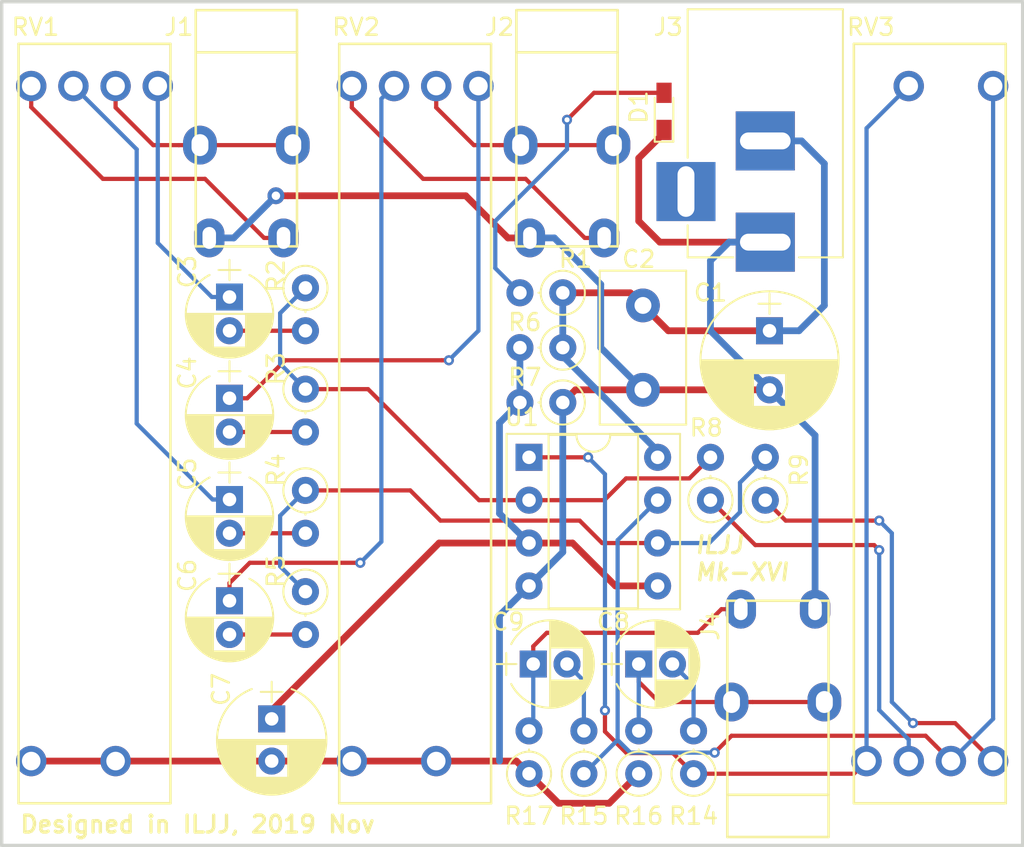
<source format=kicad_pcb>
(kicad_pcb (version 20171130) (host pcbnew "(5.0.0-3-g5ebb6b6)")

  (general
    (thickness 1.6)
    (drawings 6)
    (tracks 206)
    (zones 0)
    (modules 31)
    (nets 28)
  )

  (page A4)
  (layers
    (0 F.Cu signal)
    (31 B.Cu signal)
    (32 B.Adhes user)
    (33 F.Adhes user)
    (34 B.Paste user)
    (35 F.Paste user)
    (36 B.SilkS user)
    (37 F.SilkS user)
    (38 B.Mask user)
    (39 F.Mask user)
    (40 Dwgs.User user)
    (41 Cmts.User user)
    (42 Eco1.User user)
    (43 Eco2.User user)
    (44 Edge.Cuts user)
    (45 Margin user)
    (46 B.CrtYd user)
    (47 F.CrtYd user)
    (48 B.Fab user)
    (49 F.Fab user)
  )

  (setup
    (last_trace_width 0.25)
    (trace_clearance 0.2)
    (zone_clearance 0.508)
    (zone_45_only no)
    (trace_min 0.2)
    (segment_width 0.2)
    (edge_width 0.15)
    (via_size 0.6)
    (via_drill 0.3)
    (via_min_size 0.4)
    (via_min_drill 0.3)
    (uvia_size 0.3)
    (uvia_drill 0.1)
    (uvias_allowed no)
    (uvia_min_size 0.2)
    (uvia_min_drill 0.1)
    (pcb_text_width 0.3)
    (pcb_text_size 1.5 1.5)
    (mod_edge_width 0.15)
    (mod_text_size 1 1)
    (mod_text_width 0.15)
    (pad_size 1.524 1.524)
    (pad_drill 0.762)
    (pad_to_mask_clearance 0.2)
    (aux_axis_origin 0 0)
    (grid_origin 150 100)
    (visible_elements FFFFFF7F)
    (pcbplotparams
      (layerselection 0x010fc_ffffffff)
      (usegerberextensions false)
      (usegerberattributes false)
      (usegerberadvancedattributes false)
      (creategerberjobfile false)
      (excludeedgelayer true)
      (linewidth 0.100000)
      (plotframeref false)
      (viasonmask false)
      (mode 1)
      (useauxorigin false)
      (hpglpennumber 1)
      (hpglpenspeed 20)
      (hpglpendiameter 15.000000)
      (psnegative false)
      (psa4output false)
      (plotreference true)
      (plotvalue true)
      (plotinvisibletext false)
      (padsonsilk false)
      (subtractmaskfromsilk false)
      (outputformat 1)
      (mirror false)
      (drillshape 1)
      (scaleselection 1)
      (outputdirectory ""))
  )

  (net 0 "")
  (net 1 GND)
  (net 2 VCC)
  (net 3 "Net-(C3-Pad2)")
  (net 4 CH1_L)
  (net 5 CH2_L)
  (net 6 "Net-(C4-Pad2)")
  (net 7 "Net-(C5-Pad2)")
  (net 8 CH1_R)
  (net 9 CH2_R)
  (net 10 "Net-(C6-Pad2)")
  (net 11 4.5V)
  (net 12 "Net-(C8-Pad2)")
  (net 13 "Net-(C8-Pad1)")
  (net 14 "Net-(C9-Pad1)")
  (net 15 "Net-(C9-Pad2)")
  (net 16 "Net-(D1-Pad2)")
  (net 17 "Net-(J1-PadT)")
  (net 18 "Net-(J1-PadR)")
  (net 19 "Net-(J2-PadT)")
  (net 20 "Net-(J2-PadR)")
  (net 21 "Net-(J3-Pad3)")
  (net 22 "Net-(R2-Pad1)")
  (net 23 "Net-(R4-Pad1)")
  (net 24 "Net-(R14-Pad1)")
  (net 25 "Net-(R15-Pad1)")
  (net 26 "Net-(R8-Pad1)")
  (net 27 "Net-(R9-Pad1)")

  (net_class Default "これはデフォルトのネット クラスです。"
    (clearance 0.2)
    (trace_width 0.25)
    (via_dia 0.6)
    (via_drill 0.3)
    (uvia_dia 0.3)
    (uvia_drill 0.1)
    (add_net CH1_L)
    (add_net CH1_R)
    (add_net CH2_L)
    (add_net CH2_R)
    (add_net "Net-(C3-Pad2)")
    (add_net "Net-(C4-Pad2)")
    (add_net "Net-(C5-Pad2)")
    (add_net "Net-(C6-Pad2)")
    (add_net "Net-(C8-Pad1)")
    (add_net "Net-(C8-Pad2)")
    (add_net "Net-(C9-Pad1)")
    (add_net "Net-(C9-Pad2)")
    (add_net "Net-(D1-Pad2)")
    (add_net "Net-(J1-PadR)")
    (add_net "Net-(J1-PadT)")
    (add_net "Net-(J2-PadR)")
    (add_net "Net-(J2-PadT)")
    (add_net "Net-(J3-Pad3)")
    (add_net "Net-(R14-Pad1)")
    (add_net "Net-(R15-Pad1)")
    (add_net "Net-(R2-Pad1)")
    (add_net "Net-(R4-Pad1)")
    (add_net "Net-(R8-Pad1)")
    (add_net "Net-(R9-Pad1)")
  )

  (net_class Power ""
    (clearance 0.3)
    (trace_width 0.4)
    (via_dia 1)
    (via_drill 0.5)
    (uvia_dia 0.3)
    (uvia_drill 0.1)
    (add_net 4.5V)
    (add_net GND)
    (add_net VCC)
  )

  (module Capacitors_ThroughHole:CP_Radial_D8.0mm_P3.50mm (layer F.Cu) (tedit 597BC7C2) (tstamp 5DE24890)
    (at 195.5 119.5 270)
    (descr "CP, Radial series, Radial, pin pitch=3.50mm, , diameter=8mm, Electrolytic Capacitor")
    (tags "CP Radial series Radial pin pitch 3.50mm  diameter 8mm Electrolytic Capacitor")
    (path /5DC0A9AB)
    (fp_text reference C1 (at -2.25 3.5) (layer F.SilkS)
      (effects (font (size 1 1) (thickness 0.15)))
    )
    (fp_text value CP (at 1.75 5.31 270) (layer F.Fab)
      (effects (font (size 1 1) (thickness 0.15)))
    )
    (fp_text user %R (at 1.75 0 270) (layer F.Fab)
      (effects (font (size 1 1) (thickness 0.15)))
    )
    (fp_line (start 6.1 -4.35) (end -2.6 -4.35) (layer F.CrtYd) (width 0.05))
    (fp_line (start 6.1 4.35) (end 6.1 -4.35) (layer F.CrtYd) (width 0.05))
    (fp_line (start -2.6 4.35) (end 6.1 4.35) (layer F.CrtYd) (width 0.05))
    (fp_line (start -2.6 -4.35) (end -2.6 4.35) (layer F.CrtYd) (width 0.05))
    (fp_line (start -1.6 -0.65) (end -1.6 0.65) (layer F.SilkS) (width 0.12))
    (fp_line (start -2.2 0) (end -1 0) (layer F.SilkS) (width 0.12))
    (fp_line (start 5.831 -0.246) (end 5.831 0.246) (layer F.SilkS) (width 0.12))
    (fp_line (start 5.791 -0.598) (end 5.791 0.598) (layer F.SilkS) (width 0.12))
    (fp_line (start 5.751 -0.814) (end 5.751 0.814) (layer F.SilkS) (width 0.12))
    (fp_line (start 5.711 -0.983) (end 5.711 0.983) (layer F.SilkS) (width 0.12))
    (fp_line (start 5.671 -1.127) (end 5.671 1.127) (layer F.SilkS) (width 0.12))
    (fp_line (start 5.631 -1.254) (end 5.631 1.254) (layer F.SilkS) (width 0.12))
    (fp_line (start 5.591 -1.369) (end 5.591 1.369) (layer F.SilkS) (width 0.12))
    (fp_line (start 5.551 -1.473) (end 5.551 1.473) (layer F.SilkS) (width 0.12))
    (fp_line (start 5.511 -1.57) (end 5.511 1.57) (layer F.SilkS) (width 0.12))
    (fp_line (start 5.471 -1.66) (end 5.471 1.66) (layer F.SilkS) (width 0.12))
    (fp_line (start 5.431 -1.745) (end 5.431 1.745) (layer F.SilkS) (width 0.12))
    (fp_line (start 5.391 -1.826) (end 5.391 1.826) (layer F.SilkS) (width 0.12))
    (fp_line (start 5.351 -1.902) (end 5.351 1.902) (layer F.SilkS) (width 0.12))
    (fp_line (start 5.311 -1.974) (end 5.311 1.974) (layer F.SilkS) (width 0.12))
    (fp_line (start 5.271 -2.043) (end 5.271 2.043) (layer F.SilkS) (width 0.12))
    (fp_line (start 5.231 -2.109) (end 5.231 2.109) (layer F.SilkS) (width 0.12))
    (fp_line (start 5.191 -2.173) (end 5.191 2.173) (layer F.SilkS) (width 0.12))
    (fp_line (start 5.151 -2.234) (end 5.151 2.234) (layer F.SilkS) (width 0.12))
    (fp_line (start 5.111 -2.293) (end 5.111 2.293) (layer F.SilkS) (width 0.12))
    (fp_line (start 5.071 -2.349) (end 5.071 2.349) (layer F.SilkS) (width 0.12))
    (fp_line (start 5.031 -2.404) (end 5.031 2.404) (layer F.SilkS) (width 0.12))
    (fp_line (start 4.991 -2.457) (end 4.991 2.457) (layer F.SilkS) (width 0.12))
    (fp_line (start 4.951 -2.508) (end 4.951 2.508) (layer F.SilkS) (width 0.12))
    (fp_line (start 4.911 -2.557) (end 4.911 2.557) (layer F.SilkS) (width 0.12))
    (fp_line (start 4.871 -2.605) (end 4.871 2.605) (layer F.SilkS) (width 0.12))
    (fp_line (start 4.831 -2.652) (end 4.831 2.652) (layer F.SilkS) (width 0.12))
    (fp_line (start 4.791 -2.697) (end 4.791 2.697) (layer F.SilkS) (width 0.12))
    (fp_line (start 4.751 -2.74) (end 4.751 2.74) (layer F.SilkS) (width 0.12))
    (fp_line (start 4.711 -2.783) (end 4.711 2.783) (layer F.SilkS) (width 0.12))
    (fp_line (start 4.671 -2.824) (end 4.671 2.824) (layer F.SilkS) (width 0.12))
    (fp_line (start 4.631 -2.865) (end 4.631 2.865) (layer F.SilkS) (width 0.12))
    (fp_line (start 4.591 -2.904) (end 4.591 2.904) (layer F.SilkS) (width 0.12))
    (fp_line (start 4.551 -2.942) (end 4.551 2.942) (layer F.SilkS) (width 0.12))
    (fp_line (start 4.511 -2.979) (end 4.511 2.979) (layer F.SilkS) (width 0.12))
    (fp_line (start 4.471 0.98) (end 4.471 3.015) (layer F.SilkS) (width 0.12))
    (fp_line (start 4.471 -3.015) (end 4.471 -0.98) (layer F.SilkS) (width 0.12))
    (fp_line (start 4.431 0.98) (end 4.431 3.05) (layer F.SilkS) (width 0.12))
    (fp_line (start 4.431 -3.05) (end 4.431 -0.98) (layer F.SilkS) (width 0.12))
    (fp_line (start 4.391 0.98) (end 4.391 3.084) (layer F.SilkS) (width 0.12))
    (fp_line (start 4.391 -3.084) (end 4.391 -0.98) (layer F.SilkS) (width 0.12))
    (fp_line (start 4.351 0.98) (end 4.351 3.118) (layer F.SilkS) (width 0.12))
    (fp_line (start 4.351 -3.118) (end 4.351 -0.98) (layer F.SilkS) (width 0.12))
    (fp_line (start 4.311 0.98) (end 4.311 3.15) (layer F.SilkS) (width 0.12))
    (fp_line (start 4.311 -3.15) (end 4.311 -0.98) (layer F.SilkS) (width 0.12))
    (fp_line (start 4.271 0.98) (end 4.271 3.182) (layer F.SilkS) (width 0.12))
    (fp_line (start 4.271 -3.182) (end 4.271 -0.98) (layer F.SilkS) (width 0.12))
    (fp_line (start 4.231 0.98) (end 4.231 3.213) (layer F.SilkS) (width 0.12))
    (fp_line (start 4.231 -3.213) (end 4.231 -0.98) (layer F.SilkS) (width 0.12))
    (fp_line (start 4.191 0.98) (end 4.191 3.243) (layer F.SilkS) (width 0.12))
    (fp_line (start 4.191 -3.243) (end 4.191 -0.98) (layer F.SilkS) (width 0.12))
    (fp_line (start 4.151 0.98) (end 4.151 3.272) (layer F.SilkS) (width 0.12))
    (fp_line (start 4.151 -3.272) (end 4.151 -0.98) (layer F.SilkS) (width 0.12))
    (fp_line (start 4.111 0.98) (end 4.111 3.301) (layer F.SilkS) (width 0.12))
    (fp_line (start 4.111 -3.301) (end 4.111 -0.98) (layer F.SilkS) (width 0.12))
    (fp_line (start 4.071 0.98) (end 4.071 3.329) (layer F.SilkS) (width 0.12))
    (fp_line (start 4.071 -3.329) (end 4.071 -0.98) (layer F.SilkS) (width 0.12))
    (fp_line (start 4.031 0.98) (end 4.031 3.356) (layer F.SilkS) (width 0.12))
    (fp_line (start 4.031 -3.356) (end 4.031 -0.98) (layer F.SilkS) (width 0.12))
    (fp_line (start 3.991 0.98) (end 3.991 3.383) (layer F.SilkS) (width 0.12))
    (fp_line (start 3.991 -3.383) (end 3.991 -0.98) (layer F.SilkS) (width 0.12))
    (fp_line (start 3.951 0.98) (end 3.951 3.408) (layer F.SilkS) (width 0.12))
    (fp_line (start 3.951 -3.408) (end 3.951 -0.98) (layer F.SilkS) (width 0.12))
    (fp_line (start 3.911 0.98) (end 3.911 3.434) (layer F.SilkS) (width 0.12))
    (fp_line (start 3.911 -3.434) (end 3.911 -0.98) (layer F.SilkS) (width 0.12))
    (fp_line (start 3.871 0.98) (end 3.871 3.458) (layer F.SilkS) (width 0.12))
    (fp_line (start 3.871 -3.458) (end 3.871 -0.98) (layer F.SilkS) (width 0.12))
    (fp_line (start 3.831 0.98) (end 3.831 3.482) (layer F.SilkS) (width 0.12))
    (fp_line (start 3.831 -3.482) (end 3.831 -0.98) (layer F.SilkS) (width 0.12))
    (fp_line (start 3.791 0.98) (end 3.791 3.505) (layer F.SilkS) (width 0.12))
    (fp_line (start 3.791 -3.505) (end 3.791 -0.98) (layer F.SilkS) (width 0.12))
    (fp_line (start 3.751 0.98) (end 3.751 3.528) (layer F.SilkS) (width 0.12))
    (fp_line (start 3.751 -3.528) (end 3.751 -0.98) (layer F.SilkS) (width 0.12))
    (fp_line (start 3.711 0.98) (end 3.711 3.55) (layer F.SilkS) (width 0.12))
    (fp_line (start 3.711 -3.55) (end 3.711 -0.98) (layer F.SilkS) (width 0.12))
    (fp_line (start 3.671 0.98) (end 3.671 3.572) (layer F.SilkS) (width 0.12))
    (fp_line (start 3.671 -3.572) (end 3.671 -0.98) (layer F.SilkS) (width 0.12))
    (fp_line (start 3.631 0.98) (end 3.631 3.593) (layer F.SilkS) (width 0.12))
    (fp_line (start 3.631 -3.593) (end 3.631 -0.98) (layer F.SilkS) (width 0.12))
    (fp_line (start 3.591 0.98) (end 3.591 3.613) (layer F.SilkS) (width 0.12))
    (fp_line (start 3.591 -3.613) (end 3.591 -0.98) (layer F.SilkS) (width 0.12))
    (fp_line (start 3.551 0.98) (end 3.551 3.633) (layer F.SilkS) (width 0.12))
    (fp_line (start 3.551 -3.633) (end 3.551 -0.98) (layer F.SilkS) (width 0.12))
    (fp_line (start 3.511 0.98) (end 3.511 3.652) (layer F.SilkS) (width 0.12))
    (fp_line (start 3.511 -3.652) (end 3.511 -0.98) (layer F.SilkS) (width 0.12))
    (fp_line (start 3.471 0.98) (end 3.471 3.671) (layer F.SilkS) (width 0.12))
    (fp_line (start 3.471 -3.671) (end 3.471 -0.98) (layer F.SilkS) (width 0.12))
    (fp_line (start 3.431 0.98) (end 3.431 3.69) (layer F.SilkS) (width 0.12))
    (fp_line (start 3.431 -3.69) (end 3.431 -0.98) (layer F.SilkS) (width 0.12))
    (fp_line (start 3.391 0.98) (end 3.391 3.707) (layer F.SilkS) (width 0.12))
    (fp_line (start 3.391 -3.707) (end 3.391 -0.98) (layer F.SilkS) (width 0.12))
    (fp_line (start 3.351 0.98) (end 3.351 3.725) (layer F.SilkS) (width 0.12))
    (fp_line (start 3.351 -3.725) (end 3.351 -0.98) (layer F.SilkS) (width 0.12))
    (fp_line (start 3.311 0.98) (end 3.311 3.741) (layer F.SilkS) (width 0.12))
    (fp_line (start 3.311 -3.741) (end 3.311 -0.98) (layer F.SilkS) (width 0.12))
    (fp_line (start 3.271 0.98) (end 3.271 3.758) (layer F.SilkS) (width 0.12))
    (fp_line (start 3.271 -3.758) (end 3.271 -0.98) (layer F.SilkS) (width 0.12))
    (fp_line (start 3.231 0.98) (end 3.231 3.773) (layer F.SilkS) (width 0.12))
    (fp_line (start 3.231 -3.773) (end 3.231 -0.98) (layer F.SilkS) (width 0.12))
    (fp_line (start 3.191 0.98) (end 3.191 3.789) (layer F.SilkS) (width 0.12))
    (fp_line (start 3.191 -3.789) (end 3.191 -0.98) (layer F.SilkS) (width 0.12))
    (fp_line (start 3.151 0.98) (end 3.151 3.803) (layer F.SilkS) (width 0.12))
    (fp_line (start 3.151 -3.803) (end 3.151 -0.98) (layer F.SilkS) (width 0.12))
    (fp_line (start 3.111 0.98) (end 3.111 3.818) (layer F.SilkS) (width 0.12))
    (fp_line (start 3.111 -3.818) (end 3.111 -0.98) (layer F.SilkS) (width 0.12))
    (fp_line (start 3.071 0.98) (end 3.071 3.832) (layer F.SilkS) (width 0.12))
    (fp_line (start 3.071 -3.832) (end 3.071 -0.98) (layer F.SilkS) (width 0.12))
    (fp_line (start 3.031 0.98) (end 3.031 3.845) (layer F.SilkS) (width 0.12))
    (fp_line (start 3.031 -3.845) (end 3.031 -0.98) (layer F.SilkS) (width 0.12))
    (fp_line (start 2.991 0.98) (end 2.991 3.858) (layer F.SilkS) (width 0.12))
    (fp_line (start 2.991 -3.858) (end 2.991 -0.98) (layer F.SilkS) (width 0.12))
    (fp_line (start 2.951 0.98) (end 2.951 3.87) (layer F.SilkS) (width 0.12))
    (fp_line (start 2.951 -3.87) (end 2.951 -0.98) (layer F.SilkS) (width 0.12))
    (fp_line (start 2.911 0.98) (end 2.911 3.883) (layer F.SilkS) (width 0.12))
    (fp_line (start 2.911 -3.883) (end 2.911 -0.98) (layer F.SilkS) (width 0.12))
    (fp_line (start 2.871 0.98) (end 2.871 3.894) (layer F.SilkS) (width 0.12))
    (fp_line (start 2.871 -3.894) (end 2.871 -0.98) (layer F.SilkS) (width 0.12))
    (fp_line (start 2.831 0.98) (end 2.831 3.905) (layer F.SilkS) (width 0.12))
    (fp_line (start 2.831 -3.905) (end 2.831 -0.98) (layer F.SilkS) (width 0.12))
    (fp_line (start 2.791 0.98) (end 2.791 3.916) (layer F.SilkS) (width 0.12))
    (fp_line (start 2.791 -3.916) (end 2.791 -0.98) (layer F.SilkS) (width 0.12))
    (fp_line (start 2.751 0.98) (end 2.751 3.926) (layer F.SilkS) (width 0.12))
    (fp_line (start 2.751 -3.926) (end 2.751 -0.98) (layer F.SilkS) (width 0.12))
    (fp_line (start 2.711 0.98) (end 2.711 3.936) (layer F.SilkS) (width 0.12))
    (fp_line (start 2.711 -3.936) (end 2.711 -0.98) (layer F.SilkS) (width 0.12))
    (fp_line (start 2.671 0.98) (end 2.671 3.946) (layer F.SilkS) (width 0.12))
    (fp_line (start 2.671 -3.946) (end 2.671 -0.98) (layer F.SilkS) (width 0.12))
    (fp_line (start 2.631 0.98) (end 2.631 3.955) (layer F.SilkS) (width 0.12))
    (fp_line (start 2.631 -3.955) (end 2.631 -0.98) (layer F.SilkS) (width 0.12))
    (fp_line (start 2.591 0.98) (end 2.591 3.963) (layer F.SilkS) (width 0.12))
    (fp_line (start 2.591 -3.963) (end 2.591 -0.98) (layer F.SilkS) (width 0.12))
    (fp_line (start 2.551 0.98) (end 2.551 3.971) (layer F.SilkS) (width 0.12))
    (fp_line (start 2.551 -3.971) (end 2.551 -0.98) (layer F.SilkS) (width 0.12))
    (fp_line (start 2.511 -3.979) (end 2.511 3.979) (layer F.SilkS) (width 0.12))
    (fp_line (start 2.471 -3.987) (end 2.471 3.987) (layer F.SilkS) (width 0.12))
    (fp_line (start 2.43 -3.994) (end 2.43 3.994) (layer F.SilkS) (width 0.12))
    (fp_line (start 2.39 -4) (end 2.39 4) (layer F.SilkS) (width 0.12))
    (fp_line (start 2.35 -4.006) (end 2.35 4.006) (layer F.SilkS) (width 0.12))
    (fp_line (start 2.31 -4.012) (end 2.31 4.012) (layer F.SilkS) (width 0.12))
    (fp_line (start 2.27 -4.017) (end 2.27 4.017) (layer F.SilkS) (width 0.12))
    (fp_line (start 2.23 -4.022) (end 2.23 4.022) (layer F.SilkS) (width 0.12))
    (fp_line (start 2.19 -4.027) (end 2.19 4.027) (layer F.SilkS) (width 0.12))
    (fp_line (start 2.15 -4.031) (end 2.15 4.031) (layer F.SilkS) (width 0.12))
    (fp_line (start 2.11 -4.035) (end 2.11 4.035) (layer F.SilkS) (width 0.12))
    (fp_line (start 2.07 -4.038) (end 2.07 4.038) (layer F.SilkS) (width 0.12))
    (fp_line (start 2.03 -4.041) (end 2.03 4.041) (layer F.SilkS) (width 0.12))
    (fp_line (start 1.99 -4.043) (end 1.99 4.043) (layer F.SilkS) (width 0.12))
    (fp_line (start 1.95 -4.046) (end 1.95 4.046) (layer F.SilkS) (width 0.12))
    (fp_line (start 1.91 -4.047) (end 1.91 4.047) (layer F.SilkS) (width 0.12))
    (fp_line (start 1.87 -4.049) (end 1.87 4.049) (layer F.SilkS) (width 0.12))
    (fp_line (start 1.83 -4.05) (end 1.83 4.05) (layer F.SilkS) (width 0.12))
    (fp_line (start 1.79 -4.05) (end 1.79 4.05) (layer F.SilkS) (width 0.12))
    (fp_line (start 1.75 -4.05) (end 1.75 4.05) (layer F.SilkS) (width 0.12))
    (fp_line (start -1.6 -0.65) (end -1.6 0.65) (layer F.Fab) (width 0.1))
    (fp_line (start -2.2 0) (end -1 0) (layer F.Fab) (width 0.1))
    (fp_circle (center 1.75 0) (end 5.84 0) (layer F.SilkS) (width 0.12))
    (fp_circle (center 1.75 0) (end 5.75 0) (layer F.Fab) (width 0.1))
    (pad 2 thru_hole circle (at 3.5 0 270) (size 1.6 1.6) (drill 0.8) (layers *.Cu *.Mask)
      (net 1 GND))
    (pad 1 thru_hole rect (at 0 0 270) (size 1.6 1.6) (drill 0.8) (layers *.Cu *.Mask)
      (net 2 VCC))
    (model ${KISYS3DMOD}/Capacitors_THT.3dshapes/CP_Radial_D8.0mm_P3.50mm.wrl
      (at (xyz 0 0 0))
      (scale (xyz 1 1 1))
      (rotate (xyz 0 0 0))
    )
  )

  (module Capacitors_ThroughHole:CP_Radial_D5.0mm_P2.00mm (layer F.Cu) (tedit 597BC7C2) (tstamp 5DE1F9A4)
    (at 163.5 117.5 270)
    (descr "CP, Radial series, Radial, pin pitch=2.00mm, , diameter=5mm, Electrolytic Capacitor")
    (tags "CP Radial series Radial pin pitch 2.00mm  diameter 5mm Electrolytic Capacitor")
    (path /5DC41ECF)
    (fp_text reference C3 (at -1.5 2.5 90) (layer F.SilkS)
      (effects (font (size 1 1) (thickness 0.15)))
    )
    (fp_text value C (at 1 3.81 270) (layer F.Fab)
      (effects (font (size 1 1) (thickness 0.15)))
    )
    (fp_text user %R (at 1 0 270) (layer F.Fab)
      (effects (font (size 1 1) (thickness 0.15)))
    )
    (fp_line (start 3.85 -2.85) (end -1.85 -2.85) (layer F.CrtYd) (width 0.05))
    (fp_line (start 3.85 2.85) (end 3.85 -2.85) (layer F.CrtYd) (width 0.05))
    (fp_line (start -1.85 2.85) (end 3.85 2.85) (layer F.CrtYd) (width 0.05))
    (fp_line (start -1.85 -2.85) (end -1.85 2.85) (layer F.CrtYd) (width 0.05))
    (fp_line (start -1.6 -0.65) (end -1.6 0.65) (layer F.SilkS) (width 0.12))
    (fp_line (start -2.2 0) (end -1 0) (layer F.SilkS) (width 0.12))
    (fp_line (start 3.561 -0.354) (end 3.561 0.354) (layer F.SilkS) (width 0.12))
    (fp_line (start 3.521 -0.559) (end 3.521 0.559) (layer F.SilkS) (width 0.12))
    (fp_line (start 3.481 -0.707) (end 3.481 0.707) (layer F.SilkS) (width 0.12))
    (fp_line (start 3.441 -0.829) (end 3.441 0.829) (layer F.SilkS) (width 0.12))
    (fp_line (start 3.401 -0.934) (end 3.401 0.934) (layer F.SilkS) (width 0.12))
    (fp_line (start 3.361 -1.028) (end 3.361 1.028) (layer F.SilkS) (width 0.12))
    (fp_line (start 3.321 -1.112) (end 3.321 1.112) (layer F.SilkS) (width 0.12))
    (fp_line (start 3.281 -1.189) (end 3.281 1.189) (layer F.SilkS) (width 0.12))
    (fp_line (start 3.241 -1.261) (end 3.241 1.261) (layer F.SilkS) (width 0.12))
    (fp_line (start 3.201 -1.327) (end 3.201 1.327) (layer F.SilkS) (width 0.12))
    (fp_line (start 3.161 -1.39) (end 3.161 1.39) (layer F.SilkS) (width 0.12))
    (fp_line (start 3.121 -1.448) (end 3.121 1.448) (layer F.SilkS) (width 0.12))
    (fp_line (start 3.081 -1.504) (end 3.081 1.504) (layer F.SilkS) (width 0.12))
    (fp_line (start 3.041 -1.556) (end 3.041 1.556) (layer F.SilkS) (width 0.12))
    (fp_line (start 3.001 -1.606) (end 3.001 1.606) (layer F.SilkS) (width 0.12))
    (fp_line (start 2.961 0.98) (end 2.961 1.654) (layer F.SilkS) (width 0.12))
    (fp_line (start 2.961 -1.654) (end 2.961 -0.98) (layer F.SilkS) (width 0.12))
    (fp_line (start 2.921 0.98) (end 2.921 1.699) (layer F.SilkS) (width 0.12))
    (fp_line (start 2.921 -1.699) (end 2.921 -0.98) (layer F.SilkS) (width 0.12))
    (fp_line (start 2.881 0.98) (end 2.881 1.742) (layer F.SilkS) (width 0.12))
    (fp_line (start 2.881 -1.742) (end 2.881 -0.98) (layer F.SilkS) (width 0.12))
    (fp_line (start 2.841 0.98) (end 2.841 1.783) (layer F.SilkS) (width 0.12))
    (fp_line (start 2.841 -1.783) (end 2.841 -0.98) (layer F.SilkS) (width 0.12))
    (fp_line (start 2.801 0.98) (end 2.801 1.823) (layer F.SilkS) (width 0.12))
    (fp_line (start 2.801 -1.823) (end 2.801 -0.98) (layer F.SilkS) (width 0.12))
    (fp_line (start 2.761 0.98) (end 2.761 1.861) (layer F.SilkS) (width 0.12))
    (fp_line (start 2.761 -1.861) (end 2.761 -0.98) (layer F.SilkS) (width 0.12))
    (fp_line (start 2.721 0.98) (end 2.721 1.897) (layer F.SilkS) (width 0.12))
    (fp_line (start 2.721 -1.897) (end 2.721 -0.98) (layer F.SilkS) (width 0.12))
    (fp_line (start 2.681 0.98) (end 2.681 1.932) (layer F.SilkS) (width 0.12))
    (fp_line (start 2.681 -1.932) (end 2.681 -0.98) (layer F.SilkS) (width 0.12))
    (fp_line (start 2.641 0.98) (end 2.641 1.965) (layer F.SilkS) (width 0.12))
    (fp_line (start 2.641 -1.965) (end 2.641 -0.98) (layer F.SilkS) (width 0.12))
    (fp_line (start 2.601 0.98) (end 2.601 1.997) (layer F.SilkS) (width 0.12))
    (fp_line (start 2.601 -1.997) (end 2.601 -0.98) (layer F.SilkS) (width 0.12))
    (fp_line (start 2.561 0.98) (end 2.561 2.028) (layer F.SilkS) (width 0.12))
    (fp_line (start 2.561 -2.028) (end 2.561 -0.98) (layer F.SilkS) (width 0.12))
    (fp_line (start 2.521 0.98) (end 2.521 2.058) (layer F.SilkS) (width 0.12))
    (fp_line (start 2.521 -2.058) (end 2.521 -0.98) (layer F.SilkS) (width 0.12))
    (fp_line (start 2.481 0.98) (end 2.481 2.086) (layer F.SilkS) (width 0.12))
    (fp_line (start 2.481 -2.086) (end 2.481 -0.98) (layer F.SilkS) (width 0.12))
    (fp_line (start 2.441 0.98) (end 2.441 2.113) (layer F.SilkS) (width 0.12))
    (fp_line (start 2.441 -2.113) (end 2.441 -0.98) (layer F.SilkS) (width 0.12))
    (fp_line (start 2.401 0.98) (end 2.401 2.14) (layer F.SilkS) (width 0.12))
    (fp_line (start 2.401 -2.14) (end 2.401 -0.98) (layer F.SilkS) (width 0.12))
    (fp_line (start 2.361 0.98) (end 2.361 2.165) (layer F.SilkS) (width 0.12))
    (fp_line (start 2.361 -2.165) (end 2.361 -0.98) (layer F.SilkS) (width 0.12))
    (fp_line (start 2.321 0.98) (end 2.321 2.189) (layer F.SilkS) (width 0.12))
    (fp_line (start 2.321 -2.189) (end 2.321 -0.98) (layer F.SilkS) (width 0.12))
    (fp_line (start 2.281 0.98) (end 2.281 2.212) (layer F.SilkS) (width 0.12))
    (fp_line (start 2.281 -2.212) (end 2.281 -0.98) (layer F.SilkS) (width 0.12))
    (fp_line (start 2.241 0.98) (end 2.241 2.234) (layer F.SilkS) (width 0.12))
    (fp_line (start 2.241 -2.234) (end 2.241 -0.98) (layer F.SilkS) (width 0.12))
    (fp_line (start 2.201 0.98) (end 2.201 2.256) (layer F.SilkS) (width 0.12))
    (fp_line (start 2.201 -2.256) (end 2.201 -0.98) (layer F.SilkS) (width 0.12))
    (fp_line (start 2.161 0.98) (end 2.161 2.276) (layer F.SilkS) (width 0.12))
    (fp_line (start 2.161 -2.276) (end 2.161 -0.98) (layer F.SilkS) (width 0.12))
    (fp_line (start 2.121 0.98) (end 2.121 2.296) (layer F.SilkS) (width 0.12))
    (fp_line (start 2.121 -2.296) (end 2.121 -0.98) (layer F.SilkS) (width 0.12))
    (fp_line (start 2.081 0.98) (end 2.081 2.315) (layer F.SilkS) (width 0.12))
    (fp_line (start 2.081 -2.315) (end 2.081 -0.98) (layer F.SilkS) (width 0.12))
    (fp_line (start 2.041 0.98) (end 2.041 2.333) (layer F.SilkS) (width 0.12))
    (fp_line (start 2.041 -2.333) (end 2.041 -0.98) (layer F.SilkS) (width 0.12))
    (fp_line (start 2.001 0.98) (end 2.001 2.35) (layer F.SilkS) (width 0.12))
    (fp_line (start 2.001 -2.35) (end 2.001 -0.98) (layer F.SilkS) (width 0.12))
    (fp_line (start 1.961 0.98) (end 1.961 2.366) (layer F.SilkS) (width 0.12))
    (fp_line (start 1.961 -2.366) (end 1.961 -0.98) (layer F.SilkS) (width 0.12))
    (fp_line (start 1.921 0.98) (end 1.921 2.382) (layer F.SilkS) (width 0.12))
    (fp_line (start 1.921 -2.382) (end 1.921 -0.98) (layer F.SilkS) (width 0.12))
    (fp_line (start 1.881 0.98) (end 1.881 2.396) (layer F.SilkS) (width 0.12))
    (fp_line (start 1.881 -2.396) (end 1.881 -0.98) (layer F.SilkS) (width 0.12))
    (fp_line (start 1.841 0.98) (end 1.841 2.41) (layer F.SilkS) (width 0.12))
    (fp_line (start 1.841 -2.41) (end 1.841 -0.98) (layer F.SilkS) (width 0.12))
    (fp_line (start 1.801 0.98) (end 1.801 2.424) (layer F.SilkS) (width 0.12))
    (fp_line (start 1.801 -2.424) (end 1.801 -0.98) (layer F.SilkS) (width 0.12))
    (fp_line (start 1.761 0.98) (end 1.761 2.436) (layer F.SilkS) (width 0.12))
    (fp_line (start 1.761 -2.436) (end 1.761 -0.98) (layer F.SilkS) (width 0.12))
    (fp_line (start 1.721 0.98) (end 1.721 2.448) (layer F.SilkS) (width 0.12))
    (fp_line (start 1.721 -2.448) (end 1.721 -0.98) (layer F.SilkS) (width 0.12))
    (fp_line (start 1.68 0.98) (end 1.68 2.46) (layer F.SilkS) (width 0.12))
    (fp_line (start 1.68 -2.46) (end 1.68 -0.98) (layer F.SilkS) (width 0.12))
    (fp_line (start 1.64 0.98) (end 1.64 2.47) (layer F.SilkS) (width 0.12))
    (fp_line (start 1.64 -2.47) (end 1.64 -0.98) (layer F.SilkS) (width 0.12))
    (fp_line (start 1.6 0.98) (end 1.6 2.48) (layer F.SilkS) (width 0.12))
    (fp_line (start 1.6 -2.48) (end 1.6 -0.98) (layer F.SilkS) (width 0.12))
    (fp_line (start 1.56 0.98) (end 1.56 2.489) (layer F.SilkS) (width 0.12))
    (fp_line (start 1.56 -2.489) (end 1.56 -0.98) (layer F.SilkS) (width 0.12))
    (fp_line (start 1.52 0.98) (end 1.52 2.498) (layer F.SilkS) (width 0.12))
    (fp_line (start 1.52 -2.498) (end 1.52 -0.98) (layer F.SilkS) (width 0.12))
    (fp_line (start 1.48 0.98) (end 1.48 2.506) (layer F.SilkS) (width 0.12))
    (fp_line (start 1.48 -2.506) (end 1.48 -0.98) (layer F.SilkS) (width 0.12))
    (fp_line (start 1.44 0.98) (end 1.44 2.513) (layer F.SilkS) (width 0.12))
    (fp_line (start 1.44 -2.513) (end 1.44 -0.98) (layer F.SilkS) (width 0.12))
    (fp_line (start 1.4 0.98) (end 1.4 2.519) (layer F.SilkS) (width 0.12))
    (fp_line (start 1.4 -2.519) (end 1.4 -0.98) (layer F.SilkS) (width 0.12))
    (fp_line (start 1.36 0.98) (end 1.36 2.525) (layer F.SilkS) (width 0.12))
    (fp_line (start 1.36 -2.525) (end 1.36 -0.98) (layer F.SilkS) (width 0.12))
    (fp_line (start 1.32 0.98) (end 1.32 2.531) (layer F.SilkS) (width 0.12))
    (fp_line (start 1.32 -2.531) (end 1.32 -0.98) (layer F.SilkS) (width 0.12))
    (fp_line (start 1.28 0.98) (end 1.28 2.535) (layer F.SilkS) (width 0.12))
    (fp_line (start 1.28 -2.535) (end 1.28 -0.98) (layer F.SilkS) (width 0.12))
    (fp_line (start 1.24 0.98) (end 1.24 2.539) (layer F.SilkS) (width 0.12))
    (fp_line (start 1.24 -2.539) (end 1.24 -0.98) (layer F.SilkS) (width 0.12))
    (fp_line (start 1.2 0.98) (end 1.2 2.543) (layer F.SilkS) (width 0.12))
    (fp_line (start 1.2 -2.543) (end 1.2 -0.98) (layer F.SilkS) (width 0.12))
    (fp_line (start 1.16 0.98) (end 1.16 2.546) (layer F.SilkS) (width 0.12))
    (fp_line (start 1.16 -2.546) (end 1.16 -0.98) (layer F.SilkS) (width 0.12))
    (fp_line (start 1.12 0.98) (end 1.12 2.548) (layer F.SilkS) (width 0.12))
    (fp_line (start 1.12 -2.548) (end 1.12 -0.98) (layer F.SilkS) (width 0.12))
    (fp_line (start 1.08 0.98) (end 1.08 2.549) (layer F.SilkS) (width 0.12))
    (fp_line (start 1.08 -2.549) (end 1.08 -0.98) (layer F.SilkS) (width 0.12))
    (fp_line (start 1.04 0.98) (end 1.04 2.55) (layer F.SilkS) (width 0.12))
    (fp_line (start 1.04 -2.55) (end 1.04 -0.98) (layer F.SilkS) (width 0.12))
    (fp_line (start 1 -2.55) (end 1 2.55) (layer F.SilkS) (width 0.12))
    (fp_line (start -1.6 -0.65) (end -1.6 0.65) (layer F.Fab) (width 0.1))
    (fp_line (start -2.2 0) (end -1 0) (layer F.Fab) (width 0.1))
    (fp_circle (center 1 0) (end 3.5 0) (layer F.Fab) (width 0.1))
    (fp_arc (start 1 0) (end 3.30558 -1.18) (angle 54.2) (layer F.SilkS) (width 0.12))
    (fp_arc (start 1 0) (end -1.30558 1.18) (angle -125.8) (layer F.SilkS) (width 0.12))
    (fp_arc (start 1 0) (end -1.30558 -1.18) (angle 125.8) (layer F.SilkS) (width 0.12))
    (pad 2 thru_hole circle (at 2 0 270) (size 1.6 1.6) (drill 0.8) (layers *.Cu *.Mask)
      (net 3 "Net-(C3-Pad2)"))
    (pad 1 thru_hole rect (at 0 0 270) (size 1.6 1.6) (drill 0.8) (layers *.Cu *.Mask)
      (net 4 CH1_L))
    (model ${KISYS3DMOD}/Capacitors_THT.3dshapes/CP_Radial_D5.0mm_P2.00mm.wrl
      (at (xyz 0 0 0))
      (scale (xyz 1 1 1))
      (rotate (xyz 0 0 0))
    )
  )

  (module Capacitors_ThroughHole:CP_Radial_D5.0mm_P2.00mm (layer F.Cu) (tedit 597BC7C2) (tstamp 5DE2C129)
    (at 163.5 123.5 270)
    (descr "CP, Radial series, Radial, pin pitch=2.00mm, , diameter=5mm, Electrolytic Capacitor")
    (tags "CP Radial series Radial pin pitch 2.00mm  diameter 5mm Electrolytic Capacitor")
    (path /5DC4204E)
    (fp_text reference C4 (at -1.5 2.5 90) (layer F.SilkS)
      (effects (font (size 1 1) (thickness 0.15)))
    )
    (fp_text value C (at 1 3.81 270) (layer F.Fab)
      (effects (font (size 1 1) (thickness 0.15)))
    )
    (fp_arc (start 1 0) (end -1.30558 -1.18) (angle 125.8) (layer F.SilkS) (width 0.12))
    (fp_arc (start 1 0) (end -1.30558 1.18) (angle -125.8) (layer F.SilkS) (width 0.12))
    (fp_arc (start 1 0) (end 3.30558 -1.18) (angle 54.2) (layer F.SilkS) (width 0.12))
    (fp_circle (center 1 0) (end 3.5 0) (layer F.Fab) (width 0.1))
    (fp_line (start -2.2 0) (end -1 0) (layer F.Fab) (width 0.1))
    (fp_line (start -1.6 -0.65) (end -1.6 0.65) (layer F.Fab) (width 0.1))
    (fp_line (start 1 -2.55) (end 1 2.55) (layer F.SilkS) (width 0.12))
    (fp_line (start 1.04 -2.55) (end 1.04 -0.98) (layer F.SilkS) (width 0.12))
    (fp_line (start 1.04 0.98) (end 1.04 2.55) (layer F.SilkS) (width 0.12))
    (fp_line (start 1.08 -2.549) (end 1.08 -0.98) (layer F.SilkS) (width 0.12))
    (fp_line (start 1.08 0.98) (end 1.08 2.549) (layer F.SilkS) (width 0.12))
    (fp_line (start 1.12 -2.548) (end 1.12 -0.98) (layer F.SilkS) (width 0.12))
    (fp_line (start 1.12 0.98) (end 1.12 2.548) (layer F.SilkS) (width 0.12))
    (fp_line (start 1.16 -2.546) (end 1.16 -0.98) (layer F.SilkS) (width 0.12))
    (fp_line (start 1.16 0.98) (end 1.16 2.546) (layer F.SilkS) (width 0.12))
    (fp_line (start 1.2 -2.543) (end 1.2 -0.98) (layer F.SilkS) (width 0.12))
    (fp_line (start 1.2 0.98) (end 1.2 2.543) (layer F.SilkS) (width 0.12))
    (fp_line (start 1.24 -2.539) (end 1.24 -0.98) (layer F.SilkS) (width 0.12))
    (fp_line (start 1.24 0.98) (end 1.24 2.539) (layer F.SilkS) (width 0.12))
    (fp_line (start 1.28 -2.535) (end 1.28 -0.98) (layer F.SilkS) (width 0.12))
    (fp_line (start 1.28 0.98) (end 1.28 2.535) (layer F.SilkS) (width 0.12))
    (fp_line (start 1.32 -2.531) (end 1.32 -0.98) (layer F.SilkS) (width 0.12))
    (fp_line (start 1.32 0.98) (end 1.32 2.531) (layer F.SilkS) (width 0.12))
    (fp_line (start 1.36 -2.525) (end 1.36 -0.98) (layer F.SilkS) (width 0.12))
    (fp_line (start 1.36 0.98) (end 1.36 2.525) (layer F.SilkS) (width 0.12))
    (fp_line (start 1.4 -2.519) (end 1.4 -0.98) (layer F.SilkS) (width 0.12))
    (fp_line (start 1.4 0.98) (end 1.4 2.519) (layer F.SilkS) (width 0.12))
    (fp_line (start 1.44 -2.513) (end 1.44 -0.98) (layer F.SilkS) (width 0.12))
    (fp_line (start 1.44 0.98) (end 1.44 2.513) (layer F.SilkS) (width 0.12))
    (fp_line (start 1.48 -2.506) (end 1.48 -0.98) (layer F.SilkS) (width 0.12))
    (fp_line (start 1.48 0.98) (end 1.48 2.506) (layer F.SilkS) (width 0.12))
    (fp_line (start 1.52 -2.498) (end 1.52 -0.98) (layer F.SilkS) (width 0.12))
    (fp_line (start 1.52 0.98) (end 1.52 2.498) (layer F.SilkS) (width 0.12))
    (fp_line (start 1.56 -2.489) (end 1.56 -0.98) (layer F.SilkS) (width 0.12))
    (fp_line (start 1.56 0.98) (end 1.56 2.489) (layer F.SilkS) (width 0.12))
    (fp_line (start 1.6 -2.48) (end 1.6 -0.98) (layer F.SilkS) (width 0.12))
    (fp_line (start 1.6 0.98) (end 1.6 2.48) (layer F.SilkS) (width 0.12))
    (fp_line (start 1.64 -2.47) (end 1.64 -0.98) (layer F.SilkS) (width 0.12))
    (fp_line (start 1.64 0.98) (end 1.64 2.47) (layer F.SilkS) (width 0.12))
    (fp_line (start 1.68 -2.46) (end 1.68 -0.98) (layer F.SilkS) (width 0.12))
    (fp_line (start 1.68 0.98) (end 1.68 2.46) (layer F.SilkS) (width 0.12))
    (fp_line (start 1.721 -2.448) (end 1.721 -0.98) (layer F.SilkS) (width 0.12))
    (fp_line (start 1.721 0.98) (end 1.721 2.448) (layer F.SilkS) (width 0.12))
    (fp_line (start 1.761 -2.436) (end 1.761 -0.98) (layer F.SilkS) (width 0.12))
    (fp_line (start 1.761 0.98) (end 1.761 2.436) (layer F.SilkS) (width 0.12))
    (fp_line (start 1.801 -2.424) (end 1.801 -0.98) (layer F.SilkS) (width 0.12))
    (fp_line (start 1.801 0.98) (end 1.801 2.424) (layer F.SilkS) (width 0.12))
    (fp_line (start 1.841 -2.41) (end 1.841 -0.98) (layer F.SilkS) (width 0.12))
    (fp_line (start 1.841 0.98) (end 1.841 2.41) (layer F.SilkS) (width 0.12))
    (fp_line (start 1.881 -2.396) (end 1.881 -0.98) (layer F.SilkS) (width 0.12))
    (fp_line (start 1.881 0.98) (end 1.881 2.396) (layer F.SilkS) (width 0.12))
    (fp_line (start 1.921 -2.382) (end 1.921 -0.98) (layer F.SilkS) (width 0.12))
    (fp_line (start 1.921 0.98) (end 1.921 2.382) (layer F.SilkS) (width 0.12))
    (fp_line (start 1.961 -2.366) (end 1.961 -0.98) (layer F.SilkS) (width 0.12))
    (fp_line (start 1.961 0.98) (end 1.961 2.366) (layer F.SilkS) (width 0.12))
    (fp_line (start 2.001 -2.35) (end 2.001 -0.98) (layer F.SilkS) (width 0.12))
    (fp_line (start 2.001 0.98) (end 2.001 2.35) (layer F.SilkS) (width 0.12))
    (fp_line (start 2.041 -2.333) (end 2.041 -0.98) (layer F.SilkS) (width 0.12))
    (fp_line (start 2.041 0.98) (end 2.041 2.333) (layer F.SilkS) (width 0.12))
    (fp_line (start 2.081 -2.315) (end 2.081 -0.98) (layer F.SilkS) (width 0.12))
    (fp_line (start 2.081 0.98) (end 2.081 2.315) (layer F.SilkS) (width 0.12))
    (fp_line (start 2.121 -2.296) (end 2.121 -0.98) (layer F.SilkS) (width 0.12))
    (fp_line (start 2.121 0.98) (end 2.121 2.296) (layer F.SilkS) (width 0.12))
    (fp_line (start 2.161 -2.276) (end 2.161 -0.98) (layer F.SilkS) (width 0.12))
    (fp_line (start 2.161 0.98) (end 2.161 2.276) (layer F.SilkS) (width 0.12))
    (fp_line (start 2.201 -2.256) (end 2.201 -0.98) (layer F.SilkS) (width 0.12))
    (fp_line (start 2.201 0.98) (end 2.201 2.256) (layer F.SilkS) (width 0.12))
    (fp_line (start 2.241 -2.234) (end 2.241 -0.98) (layer F.SilkS) (width 0.12))
    (fp_line (start 2.241 0.98) (end 2.241 2.234) (layer F.SilkS) (width 0.12))
    (fp_line (start 2.281 -2.212) (end 2.281 -0.98) (layer F.SilkS) (width 0.12))
    (fp_line (start 2.281 0.98) (end 2.281 2.212) (layer F.SilkS) (width 0.12))
    (fp_line (start 2.321 -2.189) (end 2.321 -0.98) (layer F.SilkS) (width 0.12))
    (fp_line (start 2.321 0.98) (end 2.321 2.189) (layer F.SilkS) (width 0.12))
    (fp_line (start 2.361 -2.165) (end 2.361 -0.98) (layer F.SilkS) (width 0.12))
    (fp_line (start 2.361 0.98) (end 2.361 2.165) (layer F.SilkS) (width 0.12))
    (fp_line (start 2.401 -2.14) (end 2.401 -0.98) (layer F.SilkS) (width 0.12))
    (fp_line (start 2.401 0.98) (end 2.401 2.14) (layer F.SilkS) (width 0.12))
    (fp_line (start 2.441 -2.113) (end 2.441 -0.98) (layer F.SilkS) (width 0.12))
    (fp_line (start 2.441 0.98) (end 2.441 2.113) (layer F.SilkS) (width 0.12))
    (fp_line (start 2.481 -2.086) (end 2.481 -0.98) (layer F.SilkS) (width 0.12))
    (fp_line (start 2.481 0.98) (end 2.481 2.086) (layer F.SilkS) (width 0.12))
    (fp_line (start 2.521 -2.058) (end 2.521 -0.98) (layer F.SilkS) (width 0.12))
    (fp_line (start 2.521 0.98) (end 2.521 2.058) (layer F.SilkS) (width 0.12))
    (fp_line (start 2.561 -2.028) (end 2.561 -0.98) (layer F.SilkS) (width 0.12))
    (fp_line (start 2.561 0.98) (end 2.561 2.028) (layer F.SilkS) (width 0.12))
    (fp_line (start 2.601 -1.997) (end 2.601 -0.98) (layer F.SilkS) (width 0.12))
    (fp_line (start 2.601 0.98) (end 2.601 1.997) (layer F.SilkS) (width 0.12))
    (fp_line (start 2.641 -1.965) (end 2.641 -0.98) (layer F.SilkS) (width 0.12))
    (fp_line (start 2.641 0.98) (end 2.641 1.965) (layer F.SilkS) (width 0.12))
    (fp_line (start 2.681 -1.932) (end 2.681 -0.98) (layer F.SilkS) (width 0.12))
    (fp_line (start 2.681 0.98) (end 2.681 1.932) (layer F.SilkS) (width 0.12))
    (fp_line (start 2.721 -1.897) (end 2.721 -0.98) (layer F.SilkS) (width 0.12))
    (fp_line (start 2.721 0.98) (end 2.721 1.897) (layer F.SilkS) (width 0.12))
    (fp_line (start 2.761 -1.861) (end 2.761 -0.98) (layer F.SilkS) (width 0.12))
    (fp_line (start 2.761 0.98) (end 2.761 1.861) (layer F.SilkS) (width 0.12))
    (fp_line (start 2.801 -1.823) (end 2.801 -0.98) (layer F.SilkS) (width 0.12))
    (fp_line (start 2.801 0.98) (end 2.801 1.823) (layer F.SilkS) (width 0.12))
    (fp_line (start 2.841 -1.783) (end 2.841 -0.98) (layer F.SilkS) (width 0.12))
    (fp_line (start 2.841 0.98) (end 2.841 1.783) (layer F.SilkS) (width 0.12))
    (fp_line (start 2.881 -1.742) (end 2.881 -0.98) (layer F.SilkS) (width 0.12))
    (fp_line (start 2.881 0.98) (end 2.881 1.742) (layer F.SilkS) (width 0.12))
    (fp_line (start 2.921 -1.699) (end 2.921 -0.98) (layer F.SilkS) (width 0.12))
    (fp_line (start 2.921 0.98) (end 2.921 1.699) (layer F.SilkS) (width 0.12))
    (fp_line (start 2.961 -1.654) (end 2.961 -0.98) (layer F.SilkS) (width 0.12))
    (fp_line (start 2.961 0.98) (end 2.961 1.654) (layer F.SilkS) (width 0.12))
    (fp_line (start 3.001 -1.606) (end 3.001 1.606) (layer F.SilkS) (width 0.12))
    (fp_line (start 3.041 -1.556) (end 3.041 1.556) (layer F.SilkS) (width 0.12))
    (fp_line (start 3.081 -1.504) (end 3.081 1.504) (layer F.SilkS) (width 0.12))
    (fp_line (start 3.121 -1.448) (end 3.121 1.448) (layer F.SilkS) (width 0.12))
    (fp_line (start 3.161 -1.39) (end 3.161 1.39) (layer F.SilkS) (width 0.12))
    (fp_line (start 3.201 -1.327) (end 3.201 1.327) (layer F.SilkS) (width 0.12))
    (fp_line (start 3.241 -1.261) (end 3.241 1.261) (layer F.SilkS) (width 0.12))
    (fp_line (start 3.281 -1.189) (end 3.281 1.189) (layer F.SilkS) (width 0.12))
    (fp_line (start 3.321 -1.112) (end 3.321 1.112) (layer F.SilkS) (width 0.12))
    (fp_line (start 3.361 -1.028) (end 3.361 1.028) (layer F.SilkS) (width 0.12))
    (fp_line (start 3.401 -0.934) (end 3.401 0.934) (layer F.SilkS) (width 0.12))
    (fp_line (start 3.441 -0.829) (end 3.441 0.829) (layer F.SilkS) (width 0.12))
    (fp_line (start 3.481 -0.707) (end 3.481 0.707) (layer F.SilkS) (width 0.12))
    (fp_line (start 3.521 -0.559) (end 3.521 0.559) (layer F.SilkS) (width 0.12))
    (fp_line (start 3.561 -0.354) (end 3.561 0.354) (layer F.SilkS) (width 0.12))
    (fp_line (start -2.2 0) (end -1 0) (layer F.SilkS) (width 0.12))
    (fp_line (start -1.6 -0.65) (end -1.6 0.65) (layer F.SilkS) (width 0.12))
    (fp_line (start -1.85 -2.85) (end -1.85 2.85) (layer F.CrtYd) (width 0.05))
    (fp_line (start -1.85 2.85) (end 3.85 2.85) (layer F.CrtYd) (width 0.05))
    (fp_line (start 3.85 2.85) (end 3.85 -2.85) (layer F.CrtYd) (width 0.05))
    (fp_line (start 3.85 -2.85) (end -1.85 -2.85) (layer F.CrtYd) (width 0.05))
    (fp_text user %R (at 1 0 270) (layer F.Fab)
      (effects (font (size 1 1) (thickness 0.15)))
    )
    (pad 1 thru_hole rect (at 0 0 270) (size 1.6 1.6) (drill 0.8) (layers *.Cu *.Mask)
      (net 5 CH2_L))
    (pad 2 thru_hole circle (at 2 0 270) (size 1.6 1.6) (drill 0.8) (layers *.Cu *.Mask)
      (net 6 "Net-(C4-Pad2)"))
    (model ${KISYS3DMOD}/Capacitors_THT.3dshapes/CP_Radial_D5.0mm_P2.00mm.wrl
      (at (xyz 0 0 0))
      (scale (xyz 1 1 1))
      (rotate (xyz 0 0 0))
    )
  )

  (module Capacitors_ThroughHole:CP_Radial_D5.0mm_P2.00mm (layer F.Cu) (tedit 597BC7C2) (tstamp 5DE1F68C)
    (at 163.5 129.5 270)
    (descr "CP, Radial series, Radial, pin pitch=2.00mm, , diameter=5mm, Electrolytic Capacitor")
    (tags "CP Radial series Radial pin pitch 2.00mm  diameter 5mm Electrolytic Capacitor")
    (path /5DC48196)
    (fp_text reference C5 (at -1.5 2.5 270) (layer F.SilkS)
      (effects (font (size 1 1) (thickness 0.15)))
    )
    (fp_text value C (at 1 3.81 270) (layer F.Fab)
      (effects (font (size 1 1) (thickness 0.15)))
    )
    (fp_text user %R (at 1 0 270) (layer F.Fab)
      (effects (font (size 1 1) (thickness 0.15)))
    )
    (fp_line (start 3.85 -2.85) (end -1.85 -2.85) (layer F.CrtYd) (width 0.05))
    (fp_line (start 3.85 2.85) (end 3.85 -2.85) (layer F.CrtYd) (width 0.05))
    (fp_line (start -1.85 2.85) (end 3.85 2.85) (layer F.CrtYd) (width 0.05))
    (fp_line (start -1.85 -2.85) (end -1.85 2.85) (layer F.CrtYd) (width 0.05))
    (fp_line (start -1.6 -0.65) (end -1.6 0.65) (layer F.SilkS) (width 0.12))
    (fp_line (start -2.2 0) (end -1 0) (layer F.SilkS) (width 0.12))
    (fp_line (start 3.561 -0.354) (end 3.561 0.354) (layer F.SilkS) (width 0.12))
    (fp_line (start 3.521 -0.559) (end 3.521 0.559) (layer F.SilkS) (width 0.12))
    (fp_line (start 3.481 -0.707) (end 3.481 0.707) (layer F.SilkS) (width 0.12))
    (fp_line (start 3.441 -0.829) (end 3.441 0.829) (layer F.SilkS) (width 0.12))
    (fp_line (start 3.401 -0.934) (end 3.401 0.934) (layer F.SilkS) (width 0.12))
    (fp_line (start 3.361 -1.028) (end 3.361 1.028) (layer F.SilkS) (width 0.12))
    (fp_line (start 3.321 -1.112) (end 3.321 1.112) (layer F.SilkS) (width 0.12))
    (fp_line (start 3.281 -1.189) (end 3.281 1.189) (layer F.SilkS) (width 0.12))
    (fp_line (start 3.241 -1.261) (end 3.241 1.261) (layer F.SilkS) (width 0.12))
    (fp_line (start 3.201 -1.327) (end 3.201 1.327) (layer F.SilkS) (width 0.12))
    (fp_line (start 3.161 -1.39) (end 3.161 1.39) (layer F.SilkS) (width 0.12))
    (fp_line (start 3.121 -1.448) (end 3.121 1.448) (layer F.SilkS) (width 0.12))
    (fp_line (start 3.081 -1.504) (end 3.081 1.504) (layer F.SilkS) (width 0.12))
    (fp_line (start 3.041 -1.556) (end 3.041 1.556) (layer F.SilkS) (width 0.12))
    (fp_line (start 3.001 -1.606) (end 3.001 1.606) (layer F.SilkS) (width 0.12))
    (fp_line (start 2.961 0.98) (end 2.961 1.654) (layer F.SilkS) (width 0.12))
    (fp_line (start 2.961 -1.654) (end 2.961 -0.98) (layer F.SilkS) (width 0.12))
    (fp_line (start 2.921 0.98) (end 2.921 1.699) (layer F.SilkS) (width 0.12))
    (fp_line (start 2.921 -1.699) (end 2.921 -0.98) (layer F.SilkS) (width 0.12))
    (fp_line (start 2.881 0.98) (end 2.881 1.742) (layer F.SilkS) (width 0.12))
    (fp_line (start 2.881 -1.742) (end 2.881 -0.98) (layer F.SilkS) (width 0.12))
    (fp_line (start 2.841 0.98) (end 2.841 1.783) (layer F.SilkS) (width 0.12))
    (fp_line (start 2.841 -1.783) (end 2.841 -0.98) (layer F.SilkS) (width 0.12))
    (fp_line (start 2.801 0.98) (end 2.801 1.823) (layer F.SilkS) (width 0.12))
    (fp_line (start 2.801 -1.823) (end 2.801 -0.98) (layer F.SilkS) (width 0.12))
    (fp_line (start 2.761 0.98) (end 2.761 1.861) (layer F.SilkS) (width 0.12))
    (fp_line (start 2.761 -1.861) (end 2.761 -0.98) (layer F.SilkS) (width 0.12))
    (fp_line (start 2.721 0.98) (end 2.721 1.897) (layer F.SilkS) (width 0.12))
    (fp_line (start 2.721 -1.897) (end 2.721 -0.98) (layer F.SilkS) (width 0.12))
    (fp_line (start 2.681 0.98) (end 2.681 1.932) (layer F.SilkS) (width 0.12))
    (fp_line (start 2.681 -1.932) (end 2.681 -0.98) (layer F.SilkS) (width 0.12))
    (fp_line (start 2.641 0.98) (end 2.641 1.965) (layer F.SilkS) (width 0.12))
    (fp_line (start 2.641 -1.965) (end 2.641 -0.98) (layer F.SilkS) (width 0.12))
    (fp_line (start 2.601 0.98) (end 2.601 1.997) (layer F.SilkS) (width 0.12))
    (fp_line (start 2.601 -1.997) (end 2.601 -0.98) (layer F.SilkS) (width 0.12))
    (fp_line (start 2.561 0.98) (end 2.561 2.028) (layer F.SilkS) (width 0.12))
    (fp_line (start 2.561 -2.028) (end 2.561 -0.98) (layer F.SilkS) (width 0.12))
    (fp_line (start 2.521 0.98) (end 2.521 2.058) (layer F.SilkS) (width 0.12))
    (fp_line (start 2.521 -2.058) (end 2.521 -0.98) (layer F.SilkS) (width 0.12))
    (fp_line (start 2.481 0.98) (end 2.481 2.086) (layer F.SilkS) (width 0.12))
    (fp_line (start 2.481 -2.086) (end 2.481 -0.98) (layer F.SilkS) (width 0.12))
    (fp_line (start 2.441 0.98) (end 2.441 2.113) (layer F.SilkS) (width 0.12))
    (fp_line (start 2.441 -2.113) (end 2.441 -0.98) (layer F.SilkS) (width 0.12))
    (fp_line (start 2.401 0.98) (end 2.401 2.14) (layer F.SilkS) (width 0.12))
    (fp_line (start 2.401 -2.14) (end 2.401 -0.98) (layer F.SilkS) (width 0.12))
    (fp_line (start 2.361 0.98) (end 2.361 2.165) (layer F.SilkS) (width 0.12))
    (fp_line (start 2.361 -2.165) (end 2.361 -0.98) (layer F.SilkS) (width 0.12))
    (fp_line (start 2.321 0.98) (end 2.321 2.189) (layer F.SilkS) (width 0.12))
    (fp_line (start 2.321 -2.189) (end 2.321 -0.98) (layer F.SilkS) (width 0.12))
    (fp_line (start 2.281 0.98) (end 2.281 2.212) (layer F.SilkS) (width 0.12))
    (fp_line (start 2.281 -2.212) (end 2.281 -0.98) (layer F.SilkS) (width 0.12))
    (fp_line (start 2.241 0.98) (end 2.241 2.234) (layer F.SilkS) (width 0.12))
    (fp_line (start 2.241 -2.234) (end 2.241 -0.98) (layer F.SilkS) (width 0.12))
    (fp_line (start 2.201 0.98) (end 2.201 2.256) (layer F.SilkS) (width 0.12))
    (fp_line (start 2.201 -2.256) (end 2.201 -0.98) (layer F.SilkS) (width 0.12))
    (fp_line (start 2.161 0.98) (end 2.161 2.276) (layer F.SilkS) (width 0.12))
    (fp_line (start 2.161 -2.276) (end 2.161 -0.98) (layer F.SilkS) (width 0.12))
    (fp_line (start 2.121 0.98) (end 2.121 2.296) (layer F.SilkS) (width 0.12))
    (fp_line (start 2.121 -2.296) (end 2.121 -0.98) (layer F.SilkS) (width 0.12))
    (fp_line (start 2.081 0.98) (end 2.081 2.315) (layer F.SilkS) (width 0.12))
    (fp_line (start 2.081 -2.315) (end 2.081 -0.98) (layer F.SilkS) (width 0.12))
    (fp_line (start 2.041 0.98) (end 2.041 2.333) (layer F.SilkS) (width 0.12))
    (fp_line (start 2.041 -2.333) (end 2.041 -0.98) (layer F.SilkS) (width 0.12))
    (fp_line (start 2.001 0.98) (end 2.001 2.35) (layer F.SilkS) (width 0.12))
    (fp_line (start 2.001 -2.35) (end 2.001 -0.98) (layer F.SilkS) (width 0.12))
    (fp_line (start 1.961 0.98) (end 1.961 2.366) (layer F.SilkS) (width 0.12))
    (fp_line (start 1.961 -2.366) (end 1.961 -0.98) (layer F.SilkS) (width 0.12))
    (fp_line (start 1.921 0.98) (end 1.921 2.382) (layer F.SilkS) (width 0.12))
    (fp_line (start 1.921 -2.382) (end 1.921 -0.98) (layer F.SilkS) (width 0.12))
    (fp_line (start 1.881 0.98) (end 1.881 2.396) (layer F.SilkS) (width 0.12))
    (fp_line (start 1.881 -2.396) (end 1.881 -0.98) (layer F.SilkS) (width 0.12))
    (fp_line (start 1.841 0.98) (end 1.841 2.41) (layer F.SilkS) (width 0.12))
    (fp_line (start 1.841 -2.41) (end 1.841 -0.98) (layer F.SilkS) (width 0.12))
    (fp_line (start 1.801 0.98) (end 1.801 2.424) (layer F.SilkS) (width 0.12))
    (fp_line (start 1.801 -2.424) (end 1.801 -0.98) (layer F.SilkS) (width 0.12))
    (fp_line (start 1.761 0.98) (end 1.761 2.436) (layer F.SilkS) (width 0.12))
    (fp_line (start 1.761 -2.436) (end 1.761 -0.98) (layer F.SilkS) (width 0.12))
    (fp_line (start 1.721 0.98) (end 1.721 2.448) (layer F.SilkS) (width 0.12))
    (fp_line (start 1.721 -2.448) (end 1.721 -0.98) (layer F.SilkS) (width 0.12))
    (fp_line (start 1.68 0.98) (end 1.68 2.46) (layer F.SilkS) (width 0.12))
    (fp_line (start 1.68 -2.46) (end 1.68 -0.98) (layer F.SilkS) (width 0.12))
    (fp_line (start 1.64 0.98) (end 1.64 2.47) (layer F.SilkS) (width 0.12))
    (fp_line (start 1.64 -2.47) (end 1.64 -0.98) (layer F.SilkS) (width 0.12))
    (fp_line (start 1.6 0.98) (end 1.6 2.48) (layer F.SilkS) (width 0.12))
    (fp_line (start 1.6 -2.48) (end 1.6 -0.98) (layer F.SilkS) (width 0.12))
    (fp_line (start 1.56 0.98) (end 1.56 2.489) (layer F.SilkS) (width 0.12))
    (fp_line (start 1.56 -2.489) (end 1.56 -0.98) (layer F.SilkS) (width 0.12))
    (fp_line (start 1.52 0.98) (end 1.52 2.498) (layer F.SilkS) (width 0.12))
    (fp_line (start 1.52 -2.498) (end 1.52 -0.98) (layer F.SilkS) (width 0.12))
    (fp_line (start 1.48 0.98) (end 1.48 2.506) (layer F.SilkS) (width 0.12))
    (fp_line (start 1.48 -2.506) (end 1.48 -0.98) (layer F.SilkS) (width 0.12))
    (fp_line (start 1.44 0.98) (end 1.44 2.513) (layer F.SilkS) (width 0.12))
    (fp_line (start 1.44 -2.513) (end 1.44 -0.98) (layer F.SilkS) (width 0.12))
    (fp_line (start 1.4 0.98) (end 1.4 2.519) (layer F.SilkS) (width 0.12))
    (fp_line (start 1.4 -2.519) (end 1.4 -0.98) (layer F.SilkS) (width 0.12))
    (fp_line (start 1.36 0.98) (end 1.36 2.525) (layer F.SilkS) (width 0.12))
    (fp_line (start 1.36 -2.525) (end 1.36 -0.98) (layer F.SilkS) (width 0.12))
    (fp_line (start 1.32 0.98) (end 1.32 2.531) (layer F.SilkS) (width 0.12))
    (fp_line (start 1.32 -2.531) (end 1.32 -0.98) (layer F.SilkS) (width 0.12))
    (fp_line (start 1.28 0.98) (end 1.28 2.535) (layer F.SilkS) (width 0.12))
    (fp_line (start 1.28 -2.535) (end 1.28 -0.98) (layer F.SilkS) (width 0.12))
    (fp_line (start 1.24 0.98) (end 1.24 2.539) (layer F.SilkS) (width 0.12))
    (fp_line (start 1.24 -2.539) (end 1.24 -0.98) (layer F.SilkS) (width 0.12))
    (fp_line (start 1.2 0.98) (end 1.2 2.543) (layer F.SilkS) (width 0.12))
    (fp_line (start 1.2 -2.543) (end 1.2 -0.98) (layer F.SilkS) (width 0.12))
    (fp_line (start 1.16 0.98) (end 1.16 2.546) (layer F.SilkS) (width 0.12))
    (fp_line (start 1.16 -2.546) (end 1.16 -0.98) (layer F.SilkS) (width 0.12))
    (fp_line (start 1.12 0.98) (end 1.12 2.548) (layer F.SilkS) (width 0.12))
    (fp_line (start 1.12 -2.548) (end 1.12 -0.98) (layer F.SilkS) (width 0.12))
    (fp_line (start 1.08 0.98) (end 1.08 2.549) (layer F.SilkS) (width 0.12))
    (fp_line (start 1.08 -2.549) (end 1.08 -0.98) (layer F.SilkS) (width 0.12))
    (fp_line (start 1.04 0.98) (end 1.04 2.55) (layer F.SilkS) (width 0.12))
    (fp_line (start 1.04 -2.55) (end 1.04 -0.98) (layer F.SilkS) (width 0.12))
    (fp_line (start 1 -2.55) (end 1 2.55) (layer F.SilkS) (width 0.12))
    (fp_line (start -1.6 -0.65) (end -1.6 0.65) (layer F.Fab) (width 0.1))
    (fp_line (start -2.2 0) (end -1 0) (layer F.Fab) (width 0.1))
    (fp_circle (center 1 0) (end 3.5 0) (layer F.Fab) (width 0.1))
    (fp_arc (start 1 0) (end 3.30558 -1.18) (angle 54.2) (layer F.SilkS) (width 0.12))
    (fp_arc (start 1 0) (end -1.30558 1.18) (angle -125.8) (layer F.SilkS) (width 0.12))
    (fp_arc (start 1 0) (end -1.30558 -1.18) (angle 125.8) (layer F.SilkS) (width 0.12))
    (pad 2 thru_hole circle (at 2 0 270) (size 1.6 1.6) (drill 0.8) (layers *.Cu *.Mask)
      (net 7 "Net-(C5-Pad2)"))
    (pad 1 thru_hole rect (at 0 0 270) (size 1.6 1.6) (drill 0.8) (layers *.Cu *.Mask)
      (net 8 CH1_R))
    (model ${KISYS3DMOD}/Capacitors_THT.3dshapes/CP_Radial_D5.0mm_P2.00mm.wrl
      (at (xyz 0 0 0))
      (scale (xyz 1 1 1))
      (rotate (xyz 0 0 0))
    )
  )

  (module Capacitors_ThroughHole:CP_Radial_D5.0mm_P2.00mm (layer F.Cu) (tedit 597BC7C2) (tstamp 5DE1F500)
    (at 163.5 135.5 270)
    (descr "CP, Radial series, Radial, pin pitch=2.00mm, , diameter=5mm, Electrolytic Capacitor")
    (tags "CP Radial series Radial pin pitch 2.00mm  diameter 5mm Electrolytic Capacitor")
    (path /5DC481A5)
    (fp_text reference C6 (at -1.5 2.5 270) (layer F.SilkS)
      (effects (font (size 1 1) (thickness 0.15)))
    )
    (fp_text value C (at 1 3.81 270) (layer F.Fab)
      (effects (font (size 1 1) (thickness 0.15)))
    )
    (fp_arc (start 1 0) (end -1.30558 -1.18) (angle 125.8) (layer F.SilkS) (width 0.12))
    (fp_arc (start 1 0) (end -1.30558 1.18) (angle -125.8) (layer F.SilkS) (width 0.12))
    (fp_arc (start 1 0) (end 3.30558 -1.18) (angle 54.2) (layer F.SilkS) (width 0.12))
    (fp_circle (center 1 0) (end 3.5 0) (layer F.Fab) (width 0.1))
    (fp_line (start -2.2 0) (end -1 0) (layer F.Fab) (width 0.1))
    (fp_line (start -1.6 -0.65) (end -1.6 0.65) (layer F.Fab) (width 0.1))
    (fp_line (start 1 -2.55) (end 1 2.55) (layer F.SilkS) (width 0.12))
    (fp_line (start 1.04 -2.55) (end 1.04 -0.98) (layer F.SilkS) (width 0.12))
    (fp_line (start 1.04 0.98) (end 1.04 2.55) (layer F.SilkS) (width 0.12))
    (fp_line (start 1.08 -2.549) (end 1.08 -0.98) (layer F.SilkS) (width 0.12))
    (fp_line (start 1.08 0.98) (end 1.08 2.549) (layer F.SilkS) (width 0.12))
    (fp_line (start 1.12 -2.548) (end 1.12 -0.98) (layer F.SilkS) (width 0.12))
    (fp_line (start 1.12 0.98) (end 1.12 2.548) (layer F.SilkS) (width 0.12))
    (fp_line (start 1.16 -2.546) (end 1.16 -0.98) (layer F.SilkS) (width 0.12))
    (fp_line (start 1.16 0.98) (end 1.16 2.546) (layer F.SilkS) (width 0.12))
    (fp_line (start 1.2 -2.543) (end 1.2 -0.98) (layer F.SilkS) (width 0.12))
    (fp_line (start 1.2 0.98) (end 1.2 2.543) (layer F.SilkS) (width 0.12))
    (fp_line (start 1.24 -2.539) (end 1.24 -0.98) (layer F.SilkS) (width 0.12))
    (fp_line (start 1.24 0.98) (end 1.24 2.539) (layer F.SilkS) (width 0.12))
    (fp_line (start 1.28 -2.535) (end 1.28 -0.98) (layer F.SilkS) (width 0.12))
    (fp_line (start 1.28 0.98) (end 1.28 2.535) (layer F.SilkS) (width 0.12))
    (fp_line (start 1.32 -2.531) (end 1.32 -0.98) (layer F.SilkS) (width 0.12))
    (fp_line (start 1.32 0.98) (end 1.32 2.531) (layer F.SilkS) (width 0.12))
    (fp_line (start 1.36 -2.525) (end 1.36 -0.98) (layer F.SilkS) (width 0.12))
    (fp_line (start 1.36 0.98) (end 1.36 2.525) (layer F.SilkS) (width 0.12))
    (fp_line (start 1.4 -2.519) (end 1.4 -0.98) (layer F.SilkS) (width 0.12))
    (fp_line (start 1.4 0.98) (end 1.4 2.519) (layer F.SilkS) (width 0.12))
    (fp_line (start 1.44 -2.513) (end 1.44 -0.98) (layer F.SilkS) (width 0.12))
    (fp_line (start 1.44 0.98) (end 1.44 2.513) (layer F.SilkS) (width 0.12))
    (fp_line (start 1.48 -2.506) (end 1.48 -0.98) (layer F.SilkS) (width 0.12))
    (fp_line (start 1.48 0.98) (end 1.48 2.506) (layer F.SilkS) (width 0.12))
    (fp_line (start 1.52 -2.498) (end 1.52 -0.98) (layer F.SilkS) (width 0.12))
    (fp_line (start 1.52 0.98) (end 1.52 2.498) (layer F.SilkS) (width 0.12))
    (fp_line (start 1.56 -2.489) (end 1.56 -0.98) (layer F.SilkS) (width 0.12))
    (fp_line (start 1.56 0.98) (end 1.56 2.489) (layer F.SilkS) (width 0.12))
    (fp_line (start 1.6 -2.48) (end 1.6 -0.98) (layer F.SilkS) (width 0.12))
    (fp_line (start 1.6 0.98) (end 1.6 2.48) (layer F.SilkS) (width 0.12))
    (fp_line (start 1.64 -2.47) (end 1.64 -0.98) (layer F.SilkS) (width 0.12))
    (fp_line (start 1.64 0.98) (end 1.64 2.47) (layer F.SilkS) (width 0.12))
    (fp_line (start 1.68 -2.46) (end 1.68 -0.98) (layer F.SilkS) (width 0.12))
    (fp_line (start 1.68 0.98) (end 1.68 2.46) (layer F.SilkS) (width 0.12))
    (fp_line (start 1.721 -2.448) (end 1.721 -0.98) (layer F.SilkS) (width 0.12))
    (fp_line (start 1.721 0.98) (end 1.721 2.448) (layer F.SilkS) (width 0.12))
    (fp_line (start 1.761 -2.436) (end 1.761 -0.98) (layer F.SilkS) (width 0.12))
    (fp_line (start 1.761 0.98) (end 1.761 2.436) (layer F.SilkS) (width 0.12))
    (fp_line (start 1.801 -2.424) (end 1.801 -0.98) (layer F.SilkS) (width 0.12))
    (fp_line (start 1.801 0.98) (end 1.801 2.424) (layer F.SilkS) (width 0.12))
    (fp_line (start 1.841 -2.41) (end 1.841 -0.98) (layer F.SilkS) (width 0.12))
    (fp_line (start 1.841 0.98) (end 1.841 2.41) (layer F.SilkS) (width 0.12))
    (fp_line (start 1.881 -2.396) (end 1.881 -0.98) (layer F.SilkS) (width 0.12))
    (fp_line (start 1.881 0.98) (end 1.881 2.396) (layer F.SilkS) (width 0.12))
    (fp_line (start 1.921 -2.382) (end 1.921 -0.98) (layer F.SilkS) (width 0.12))
    (fp_line (start 1.921 0.98) (end 1.921 2.382) (layer F.SilkS) (width 0.12))
    (fp_line (start 1.961 -2.366) (end 1.961 -0.98) (layer F.SilkS) (width 0.12))
    (fp_line (start 1.961 0.98) (end 1.961 2.366) (layer F.SilkS) (width 0.12))
    (fp_line (start 2.001 -2.35) (end 2.001 -0.98) (layer F.SilkS) (width 0.12))
    (fp_line (start 2.001 0.98) (end 2.001 2.35) (layer F.SilkS) (width 0.12))
    (fp_line (start 2.041 -2.333) (end 2.041 -0.98) (layer F.SilkS) (width 0.12))
    (fp_line (start 2.041 0.98) (end 2.041 2.333) (layer F.SilkS) (width 0.12))
    (fp_line (start 2.081 -2.315) (end 2.081 -0.98) (layer F.SilkS) (width 0.12))
    (fp_line (start 2.081 0.98) (end 2.081 2.315) (layer F.SilkS) (width 0.12))
    (fp_line (start 2.121 -2.296) (end 2.121 -0.98) (layer F.SilkS) (width 0.12))
    (fp_line (start 2.121 0.98) (end 2.121 2.296) (layer F.SilkS) (width 0.12))
    (fp_line (start 2.161 -2.276) (end 2.161 -0.98) (layer F.SilkS) (width 0.12))
    (fp_line (start 2.161 0.98) (end 2.161 2.276) (layer F.SilkS) (width 0.12))
    (fp_line (start 2.201 -2.256) (end 2.201 -0.98) (layer F.SilkS) (width 0.12))
    (fp_line (start 2.201 0.98) (end 2.201 2.256) (layer F.SilkS) (width 0.12))
    (fp_line (start 2.241 -2.234) (end 2.241 -0.98) (layer F.SilkS) (width 0.12))
    (fp_line (start 2.241 0.98) (end 2.241 2.234) (layer F.SilkS) (width 0.12))
    (fp_line (start 2.281 -2.212) (end 2.281 -0.98) (layer F.SilkS) (width 0.12))
    (fp_line (start 2.281 0.98) (end 2.281 2.212) (layer F.SilkS) (width 0.12))
    (fp_line (start 2.321 -2.189) (end 2.321 -0.98) (layer F.SilkS) (width 0.12))
    (fp_line (start 2.321 0.98) (end 2.321 2.189) (layer F.SilkS) (width 0.12))
    (fp_line (start 2.361 -2.165) (end 2.361 -0.98) (layer F.SilkS) (width 0.12))
    (fp_line (start 2.361 0.98) (end 2.361 2.165) (layer F.SilkS) (width 0.12))
    (fp_line (start 2.401 -2.14) (end 2.401 -0.98) (layer F.SilkS) (width 0.12))
    (fp_line (start 2.401 0.98) (end 2.401 2.14) (layer F.SilkS) (width 0.12))
    (fp_line (start 2.441 -2.113) (end 2.441 -0.98) (layer F.SilkS) (width 0.12))
    (fp_line (start 2.441 0.98) (end 2.441 2.113) (layer F.SilkS) (width 0.12))
    (fp_line (start 2.481 -2.086) (end 2.481 -0.98) (layer F.SilkS) (width 0.12))
    (fp_line (start 2.481 0.98) (end 2.481 2.086) (layer F.SilkS) (width 0.12))
    (fp_line (start 2.521 -2.058) (end 2.521 -0.98) (layer F.SilkS) (width 0.12))
    (fp_line (start 2.521 0.98) (end 2.521 2.058) (layer F.SilkS) (width 0.12))
    (fp_line (start 2.561 -2.028) (end 2.561 -0.98) (layer F.SilkS) (width 0.12))
    (fp_line (start 2.561 0.98) (end 2.561 2.028) (layer F.SilkS) (width 0.12))
    (fp_line (start 2.601 -1.997) (end 2.601 -0.98) (layer F.SilkS) (width 0.12))
    (fp_line (start 2.601 0.98) (end 2.601 1.997) (layer F.SilkS) (width 0.12))
    (fp_line (start 2.641 -1.965) (end 2.641 -0.98) (layer F.SilkS) (width 0.12))
    (fp_line (start 2.641 0.98) (end 2.641 1.965) (layer F.SilkS) (width 0.12))
    (fp_line (start 2.681 -1.932) (end 2.681 -0.98) (layer F.SilkS) (width 0.12))
    (fp_line (start 2.681 0.98) (end 2.681 1.932) (layer F.SilkS) (width 0.12))
    (fp_line (start 2.721 -1.897) (end 2.721 -0.98) (layer F.SilkS) (width 0.12))
    (fp_line (start 2.721 0.98) (end 2.721 1.897) (layer F.SilkS) (width 0.12))
    (fp_line (start 2.761 -1.861) (end 2.761 -0.98) (layer F.SilkS) (width 0.12))
    (fp_line (start 2.761 0.98) (end 2.761 1.861) (layer F.SilkS) (width 0.12))
    (fp_line (start 2.801 -1.823) (end 2.801 -0.98) (layer F.SilkS) (width 0.12))
    (fp_line (start 2.801 0.98) (end 2.801 1.823) (layer F.SilkS) (width 0.12))
    (fp_line (start 2.841 -1.783) (end 2.841 -0.98) (layer F.SilkS) (width 0.12))
    (fp_line (start 2.841 0.98) (end 2.841 1.783) (layer F.SilkS) (width 0.12))
    (fp_line (start 2.881 -1.742) (end 2.881 -0.98) (layer F.SilkS) (width 0.12))
    (fp_line (start 2.881 0.98) (end 2.881 1.742) (layer F.SilkS) (width 0.12))
    (fp_line (start 2.921 -1.699) (end 2.921 -0.98) (layer F.SilkS) (width 0.12))
    (fp_line (start 2.921 0.98) (end 2.921 1.699) (layer F.SilkS) (width 0.12))
    (fp_line (start 2.961 -1.654) (end 2.961 -0.98) (layer F.SilkS) (width 0.12))
    (fp_line (start 2.961 0.98) (end 2.961 1.654) (layer F.SilkS) (width 0.12))
    (fp_line (start 3.001 -1.606) (end 3.001 1.606) (layer F.SilkS) (width 0.12))
    (fp_line (start 3.041 -1.556) (end 3.041 1.556) (layer F.SilkS) (width 0.12))
    (fp_line (start 3.081 -1.504) (end 3.081 1.504) (layer F.SilkS) (width 0.12))
    (fp_line (start 3.121 -1.448) (end 3.121 1.448) (layer F.SilkS) (width 0.12))
    (fp_line (start 3.161 -1.39) (end 3.161 1.39) (layer F.SilkS) (width 0.12))
    (fp_line (start 3.201 -1.327) (end 3.201 1.327) (layer F.SilkS) (width 0.12))
    (fp_line (start 3.241 -1.261) (end 3.241 1.261) (layer F.SilkS) (width 0.12))
    (fp_line (start 3.281 -1.189) (end 3.281 1.189) (layer F.SilkS) (width 0.12))
    (fp_line (start 3.321 -1.112) (end 3.321 1.112) (layer F.SilkS) (width 0.12))
    (fp_line (start 3.361 -1.028) (end 3.361 1.028) (layer F.SilkS) (width 0.12))
    (fp_line (start 3.401 -0.934) (end 3.401 0.934) (layer F.SilkS) (width 0.12))
    (fp_line (start 3.441 -0.829) (end 3.441 0.829) (layer F.SilkS) (width 0.12))
    (fp_line (start 3.481 -0.707) (end 3.481 0.707) (layer F.SilkS) (width 0.12))
    (fp_line (start 3.521 -0.559) (end 3.521 0.559) (layer F.SilkS) (width 0.12))
    (fp_line (start 3.561 -0.354) (end 3.561 0.354) (layer F.SilkS) (width 0.12))
    (fp_line (start -2.2 0) (end -1 0) (layer F.SilkS) (width 0.12))
    (fp_line (start -1.6 -0.65) (end -1.6 0.65) (layer F.SilkS) (width 0.12))
    (fp_line (start -1.85 -2.85) (end -1.85 2.85) (layer F.CrtYd) (width 0.05))
    (fp_line (start -1.85 2.85) (end 3.85 2.85) (layer F.CrtYd) (width 0.05))
    (fp_line (start 3.85 2.85) (end 3.85 -2.85) (layer F.CrtYd) (width 0.05))
    (fp_line (start 3.85 -2.85) (end -1.85 -2.85) (layer F.CrtYd) (width 0.05))
    (fp_text user %R (at 1 0 270) (layer F.Fab)
      (effects (font (size 1 1) (thickness 0.15)))
    )
    (pad 1 thru_hole rect (at 0 0 270) (size 1.6 1.6) (drill 0.8) (layers *.Cu *.Mask)
      (net 9 CH2_R))
    (pad 2 thru_hole circle (at 2 0 270) (size 1.6 1.6) (drill 0.8) (layers *.Cu *.Mask)
      (net 10 "Net-(C6-Pad2)"))
    (model ${KISYS3DMOD}/Capacitors_THT.3dshapes/CP_Radial_D5.0mm_P2.00mm.wrl
      (at (xyz 0 0 0))
      (scale (xyz 1 1 1))
      (rotate (xyz 0 0 0))
    )
  )

  (module Capacitors_ThroughHole:CP_Radial_D6.3mm_P2.50mm (layer F.Cu) (tedit 597BC7C2) (tstamp 5DE269FA)
    (at 166 142.5 270)
    (descr "CP, Radial series, Radial, pin pitch=2.50mm, , diameter=6.3mm, Electrolytic Capacitor")
    (tags "CP Radial series Radial pin pitch 2.50mm  diameter 6.3mm Electrolytic Capacitor")
    (path /5DC01219)
    (fp_text reference C7 (at -1.75 3 270) (layer F.SilkS)
      (effects (font (size 1 1) (thickness 0.15)))
    )
    (fp_text value CP (at 1.25 4.46 270) (layer F.Fab)
      (effects (font (size 1 1) (thickness 0.15)))
    )
    (fp_text user %R (at 1.25 0 270) (layer F.Fab)
      (effects (font (size 1 1) (thickness 0.15)))
    )
    (fp_line (start 4.75 -3.5) (end -2.25 -3.5) (layer F.CrtYd) (width 0.05))
    (fp_line (start 4.75 3.5) (end 4.75 -3.5) (layer F.CrtYd) (width 0.05))
    (fp_line (start -2.25 3.5) (end 4.75 3.5) (layer F.CrtYd) (width 0.05))
    (fp_line (start -2.25 -3.5) (end -2.25 3.5) (layer F.CrtYd) (width 0.05))
    (fp_line (start -1.6 -0.65) (end -1.6 0.65) (layer F.SilkS) (width 0.12))
    (fp_line (start -2.2 0) (end -1 0) (layer F.SilkS) (width 0.12))
    (fp_line (start 4.451 -0.468) (end 4.451 0.468) (layer F.SilkS) (width 0.12))
    (fp_line (start 4.411 -0.676) (end 4.411 0.676) (layer F.SilkS) (width 0.12))
    (fp_line (start 4.371 -0.834) (end 4.371 0.834) (layer F.SilkS) (width 0.12))
    (fp_line (start 4.331 -0.966) (end 4.331 0.966) (layer F.SilkS) (width 0.12))
    (fp_line (start 4.291 -1.081) (end 4.291 1.081) (layer F.SilkS) (width 0.12))
    (fp_line (start 4.251 -1.184) (end 4.251 1.184) (layer F.SilkS) (width 0.12))
    (fp_line (start 4.211 -1.278) (end 4.211 1.278) (layer F.SilkS) (width 0.12))
    (fp_line (start 4.171 -1.364) (end 4.171 1.364) (layer F.SilkS) (width 0.12))
    (fp_line (start 4.131 -1.445) (end 4.131 1.445) (layer F.SilkS) (width 0.12))
    (fp_line (start 4.091 -1.52) (end 4.091 1.52) (layer F.SilkS) (width 0.12))
    (fp_line (start 4.051 -1.591) (end 4.051 1.591) (layer F.SilkS) (width 0.12))
    (fp_line (start 4.011 -1.658) (end 4.011 1.658) (layer F.SilkS) (width 0.12))
    (fp_line (start 3.971 -1.721) (end 3.971 1.721) (layer F.SilkS) (width 0.12))
    (fp_line (start 3.931 -1.781) (end 3.931 1.781) (layer F.SilkS) (width 0.12))
    (fp_line (start 3.891 -1.839) (end 3.891 1.839) (layer F.SilkS) (width 0.12))
    (fp_line (start 3.851 -1.894) (end 3.851 1.894) (layer F.SilkS) (width 0.12))
    (fp_line (start 3.811 -1.946) (end 3.811 1.946) (layer F.SilkS) (width 0.12))
    (fp_line (start 3.771 -1.997) (end 3.771 1.997) (layer F.SilkS) (width 0.12))
    (fp_line (start 3.731 -2.045) (end 3.731 2.045) (layer F.SilkS) (width 0.12))
    (fp_line (start 3.691 -2.092) (end 3.691 2.092) (layer F.SilkS) (width 0.12))
    (fp_line (start 3.651 -2.137) (end 3.651 2.137) (layer F.SilkS) (width 0.12))
    (fp_line (start 3.611 -2.18) (end 3.611 2.18) (layer F.SilkS) (width 0.12))
    (fp_line (start 3.571 -2.222) (end 3.571 2.222) (layer F.SilkS) (width 0.12))
    (fp_line (start 3.531 -2.262) (end 3.531 2.262) (layer F.SilkS) (width 0.12))
    (fp_line (start 3.491 -2.301) (end 3.491 2.301) (layer F.SilkS) (width 0.12))
    (fp_line (start 3.451 0.98) (end 3.451 2.339) (layer F.SilkS) (width 0.12))
    (fp_line (start 3.451 -2.339) (end 3.451 -0.98) (layer F.SilkS) (width 0.12))
    (fp_line (start 3.411 0.98) (end 3.411 2.375) (layer F.SilkS) (width 0.12))
    (fp_line (start 3.411 -2.375) (end 3.411 -0.98) (layer F.SilkS) (width 0.12))
    (fp_line (start 3.371 0.98) (end 3.371 2.411) (layer F.SilkS) (width 0.12))
    (fp_line (start 3.371 -2.411) (end 3.371 -0.98) (layer F.SilkS) (width 0.12))
    (fp_line (start 3.331 0.98) (end 3.331 2.445) (layer F.SilkS) (width 0.12))
    (fp_line (start 3.331 -2.445) (end 3.331 -0.98) (layer F.SilkS) (width 0.12))
    (fp_line (start 3.291 0.98) (end 3.291 2.478) (layer F.SilkS) (width 0.12))
    (fp_line (start 3.291 -2.478) (end 3.291 -0.98) (layer F.SilkS) (width 0.12))
    (fp_line (start 3.251 0.98) (end 3.251 2.51) (layer F.SilkS) (width 0.12))
    (fp_line (start 3.251 -2.51) (end 3.251 -0.98) (layer F.SilkS) (width 0.12))
    (fp_line (start 3.211 0.98) (end 3.211 2.54) (layer F.SilkS) (width 0.12))
    (fp_line (start 3.211 -2.54) (end 3.211 -0.98) (layer F.SilkS) (width 0.12))
    (fp_line (start 3.171 0.98) (end 3.171 2.57) (layer F.SilkS) (width 0.12))
    (fp_line (start 3.171 -2.57) (end 3.171 -0.98) (layer F.SilkS) (width 0.12))
    (fp_line (start 3.131 0.98) (end 3.131 2.599) (layer F.SilkS) (width 0.12))
    (fp_line (start 3.131 -2.599) (end 3.131 -0.98) (layer F.SilkS) (width 0.12))
    (fp_line (start 3.091 0.98) (end 3.091 2.627) (layer F.SilkS) (width 0.12))
    (fp_line (start 3.091 -2.627) (end 3.091 -0.98) (layer F.SilkS) (width 0.12))
    (fp_line (start 3.051 0.98) (end 3.051 2.654) (layer F.SilkS) (width 0.12))
    (fp_line (start 3.051 -2.654) (end 3.051 -0.98) (layer F.SilkS) (width 0.12))
    (fp_line (start 3.011 0.98) (end 3.011 2.681) (layer F.SilkS) (width 0.12))
    (fp_line (start 3.011 -2.681) (end 3.011 -0.98) (layer F.SilkS) (width 0.12))
    (fp_line (start 2.971 0.98) (end 2.971 2.706) (layer F.SilkS) (width 0.12))
    (fp_line (start 2.971 -2.706) (end 2.971 -0.98) (layer F.SilkS) (width 0.12))
    (fp_line (start 2.931 0.98) (end 2.931 2.731) (layer F.SilkS) (width 0.12))
    (fp_line (start 2.931 -2.731) (end 2.931 -0.98) (layer F.SilkS) (width 0.12))
    (fp_line (start 2.891 0.98) (end 2.891 2.755) (layer F.SilkS) (width 0.12))
    (fp_line (start 2.891 -2.755) (end 2.891 -0.98) (layer F.SilkS) (width 0.12))
    (fp_line (start 2.851 0.98) (end 2.851 2.778) (layer F.SilkS) (width 0.12))
    (fp_line (start 2.851 -2.778) (end 2.851 -0.98) (layer F.SilkS) (width 0.12))
    (fp_line (start 2.811 0.98) (end 2.811 2.8) (layer F.SilkS) (width 0.12))
    (fp_line (start 2.811 -2.8) (end 2.811 -0.98) (layer F.SilkS) (width 0.12))
    (fp_line (start 2.771 0.98) (end 2.771 2.822) (layer F.SilkS) (width 0.12))
    (fp_line (start 2.771 -2.822) (end 2.771 -0.98) (layer F.SilkS) (width 0.12))
    (fp_line (start 2.731 0.98) (end 2.731 2.843) (layer F.SilkS) (width 0.12))
    (fp_line (start 2.731 -2.843) (end 2.731 -0.98) (layer F.SilkS) (width 0.12))
    (fp_line (start 2.691 0.98) (end 2.691 2.863) (layer F.SilkS) (width 0.12))
    (fp_line (start 2.691 -2.863) (end 2.691 -0.98) (layer F.SilkS) (width 0.12))
    (fp_line (start 2.651 0.98) (end 2.651 2.882) (layer F.SilkS) (width 0.12))
    (fp_line (start 2.651 -2.882) (end 2.651 -0.98) (layer F.SilkS) (width 0.12))
    (fp_line (start 2.611 0.98) (end 2.611 2.901) (layer F.SilkS) (width 0.12))
    (fp_line (start 2.611 -2.901) (end 2.611 -0.98) (layer F.SilkS) (width 0.12))
    (fp_line (start 2.571 0.98) (end 2.571 2.919) (layer F.SilkS) (width 0.12))
    (fp_line (start 2.571 -2.919) (end 2.571 -0.98) (layer F.SilkS) (width 0.12))
    (fp_line (start 2.531 0.98) (end 2.531 2.937) (layer F.SilkS) (width 0.12))
    (fp_line (start 2.531 -2.937) (end 2.531 -0.98) (layer F.SilkS) (width 0.12))
    (fp_line (start 2.491 0.98) (end 2.491 2.954) (layer F.SilkS) (width 0.12))
    (fp_line (start 2.491 -2.954) (end 2.491 -0.98) (layer F.SilkS) (width 0.12))
    (fp_line (start 2.451 0.98) (end 2.451 2.97) (layer F.SilkS) (width 0.12))
    (fp_line (start 2.451 -2.97) (end 2.451 -0.98) (layer F.SilkS) (width 0.12))
    (fp_line (start 2.411 0.98) (end 2.411 2.986) (layer F.SilkS) (width 0.12))
    (fp_line (start 2.411 -2.986) (end 2.411 -0.98) (layer F.SilkS) (width 0.12))
    (fp_line (start 2.371 0.98) (end 2.371 3.001) (layer F.SilkS) (width 0.12))
    (fp_line (start 2.371 -3.001) (end 2.371 -0.98) (layer F.SilkS) (width 0.12))
    (fp_line (start 2.331 0.98) (end 2.331 3.015) (layer F.SilkS) (width 0.12))
    (fp_line (start 2.331 -3.015) (end 2.331 -0.98) (layer F.SilkS) (width 0.12))
    (fp_line (start 2.291 0.98) (end 2.291 3.029) (layer F.SilkS) (width 0.12))
    (fp_line (start 2.291 -3.029) (end 2.291 -0.98) (layer F.SilkS) (width 0.12))
    (fp_line (start 2.251 0.98) (end 2.251 3.042) (layer F.SilkS) (width 0.12))
    (fp_line (start 2.251 -3.042) (end 2.251 -0.98) (layer F.SilkS) (width 0.12))
    (fp_line (start 2.211 0.98) (end 2.211 3.055) (layer F.SilkS) (width 0.12))
    (fp_line (start 2.211 -3.055) (end 2.211 -0.98) (layer F.SilkS) (width 0.12))
    (fp_line (start 2.171 0.98) (end 2.171 3.067) (layer F.SilkS) (width 0.12))
    (fp_line (start 2.171 -3.067) (end 2.171 -0.98) (layer F.SilkS) (width 0.12))
    (fp_line (start 2.131 0.98) (end 2.131 3.079) (layer F.SilkS) (width 0.12))
    (fp_line (start 2.131 -3.079) (end 2.131 -0.98) (layer F.SilkS) (width 0.12))
    (fp_line (start 2.091 0.98) (end 2.091 3.09) (layer F.SilkS) (width 0.12))
    (fp_line (start 2.091 -3.09) (end 2.091 -0.98) (layer F.SilkS) (width 0.12))
    (fp_line (start 2.051 0.98) (end 2.051 3.1) (layer F.SilkS) (width 0.12))
    (fp_line (start 2.051 -3.1) (end 2.051 -0.98) (layer F.SilkS) (width 0.12))
    (fp_line (start 2.011 0.98) (end 2.011 3.11) (layer F.SilkS) (width 0.12))
    (fp_line (start 2.011 -3.11) (end 2.011 -0.98) (layer F.SilkS) (width 0.12))
    (fp_line (start 1.971 0.98) (end 1.971 3.119) (layer F.SilkS) (width 0.12))
    (fp_line (start 1.971 -3.119) (end 1.971 -0.98) (layer F.SilkS) (width 0.12))
    (fp_line (start 1.93 0.98) (end 1.93 3.128) (layer F.SilkS) (width 0.12))
    (fp_line (start 1.93 -3.128) (end 1.93 -0.98) (layer F.SilkS) (width 0.12))
    (fp_line (start 1.89 0.98) (end 1.89 3.137) (layer F.SilkS) (width 0.12))
    (fp_line (start 1.89 -3.137) (end 1.89 -0.98) (layer F.SilkS) (width 0.12))
    (fp_line (start 1.85 0.98) (end 1.85 3.144) (layer F.SilkS) (width 0.12))
    (fp_line (start 1.85 -3.144) (end 1.85 -0.98) (layer F.SilkS) (width 0.12))
    (fp_line (start 1.81 0.98) (end 1.81 3.152) (layer F.SilkS) (width 0.12))
    (fp_line (start 1.81 -3.152) (end 1.81 -0.98) (layer F.SilkS) (width 0.12))
    (fp_line (start 1.77 0.98) (end 1.77 3.158) (layer F.SilkS) (width 0.12))
    (fp_line (start 1.77 -3.158) (end 1.77 -0.98) (layer F.SilkS) (width 0.12))
    (fp_line (start 1.73 0.98) (end 1.73 3.165) (layer F.SilkS) (width 0.12))
    (fp_line (start 1.73 -3.165) (end 1.73 -0.98) (layer F.SilkS) (width 0.12))
    (fp_line (start 1.69 0.98) (end 1.69 3.17) (layer F.SilkS) (width 0.12))
    (fp_line (start 1.69 -3.17) (end 1.69 -0.98) (layer F.SilkS) (width 0.12))
    (fp_line (start 1.65 0.98) (end 1.65 3.176) (layer F.SilkS) (width 0.12))
    (fp_line (start 1.65 -3.176) (end 1.65 -0.98) (layer F.SilkS) (width 0.12))
    (fp_line (start 1.61 0.98) (end 1.61 3.18) (layer F.SilkS) (width 0.12))
    (fp_line (start 1.61 -3.18) (end 1.61 -0.98) (layer F.SilkS) (width 0.12))
    (fp_line (start 1.57 0.98) (end 1.57 3.185) (layer F.SilkS) (width 0.12))
    (fp_line (start 1.57 -3.185) (end 1.57 -0.98) (layer F.SilkS) (width 0.12))
    (fp_line (start 1.53 0.98) (end 1.53 3.188) (layer F.SilkS) (width 0.12))
    (fp_line (start 1.53 -3.188) (end 1.53 -0.98) (layer F.SilkS) (width 0.12))
    (fp_line (start 1.49 -3.192) (end 1.49 3.192) (layer F.SilkS) (width 0.12))
    (fp_line (start 1.45 -3.194) (end 1.45 3.194) (layer F.SilkS) (width 0.12))
    (fp_line (start 1.41 -3.197) (end 1.41 3.197) (layer F.SilkS) (width 0.12))
    (fp_line (start 1.37 -3.198) (end 1.37 3.198) (layer F.SilkS) (width 0.12))
    (fp_line (start 1.33 -3.2) (end 1.33 3.2) (layer F.SilkS) (width 0.12))
    (fp_line (start 1.29 -3.2) (end 1.29 3.2) (layer F.SilkS) (width 0.12))
    (fp_line (start 1.25 -3.2) (end 1.25 3.2) (layer F.SilkS) (width 0.12))
    (fp_line (start -1.6 -0.65) (end -1.6 0.65) (layer F.Fab) (width 0.1))
    (fp_line (start -2.2 0) (end -1 0) (layer F.Fab) (width 0.1))
    (fp_circle (center 1.25 0) (end 4.4 0) (layer F.Fab) (width 0.1))
    (fp_arc (start 1.25 0) (end 4.267482 -1.18) (angle 42.7) (layer F.SilkS) (width 0.12))
    (fp_arc (start 1.25 0) (end -1.767482 1.18) (angle -137.3) (layer F.SilkS) (width 0.12))
    (fp_arc (start 1.25 0) (end -1.767482 -1.18) (angle 137.3) (layer F.SilkS) (width 0.12))
    (pad 2 thru_hole circle (at 2.5 0 270) (size 1.6 1.6) (drill 0.8) (layers *.Cu *.Mask)
      (net 1 GND))
    (pad 1 thru_hole rect (at 0 0 270) (size 1.6 1.6) (drill 0.8) (layers *.Cu *.Mask)
      (net 11 4.5V))
    (model ${KISYS3DMOD}/Capacitors_THT.3dshapes/CP_Radial_D6.3mm_P2.50mm.wrl
      (at (xyz 0 0 0))
      (scale (xyz 1 1 1))
      (rotate (xyz 0 0 0))
    )
  )

  (module Capacitors_ThroughHole:CP_Radial_D5.0mm_P2.00mm (layer F.Cu) (tedit 597BC7C2) (tstamp 5DE29EA4)
    (at 187.75 139.25)
    (descr "CP, Radial series, Radial, pin pitch=2.00mm, , diameter=5mm, Electrolytic Capacitor")
    (tags "CP Radial series Radial pin pitch 2.00mm  diameter 5mm Electrolytic Capacitor")
    (path /5DC61210)
    (fp_text reference C8 (at -1.5 -2.5) (layer F.SilkS)
      (effects (font (size 1 1) (thickness 0.15)))
    )
    (fp_text value C (at 1 3.81) (layer F.Fab)
      (effects (font (size 1 1) (thickness 0.15)))
    )
    (fp_text user %R (at 1 0) (layer F.Fab)
      (effects (font (size 1 1) (thickness 0.15)))
    )
    (fp_line (start 3.85 -2.85) (end -1.85 -2.85) (layer F.CrtYd) (width 0.05))
    (fp_line (start 3.85 2.85) (end 3.85 -2.85) (layer F.CrtYd) (width 0.05))
    (fp_line (start -1.85 2.85) (end 3.85 2.85) (layer F.CrtYd) (width 0.05))
    (fp_line (start -1.85 -2.85) (end -1.85 2.85) (layer F.CrtYd) (width 0.05))
    (fp_line (start -1.6 -0.65) (end -1.6 0.65) (layer F.SilkS) (width 0.12))
    (fp_line (start -2.2 0) (end -1 0) (layer F.SilkS) (width 0.12))
    (fp_line (start 3.561 -0.354) (end 3.561 0.354) (layer F.SilkS) (width 0.12))
    (fp_line (start 3.521 -0.559) (end 3.521 0.559) (layer F.SilkS) (width 0.12))
    (fp_line (start 3.481 -0.707) (end 3.481 0.707) (layer F.SilkS) (width 0.12))
    (fp_line (start 3.441 -0.829) (end 3.441 0.829) (layer F.SilkS) (width 0.12))
    (fp_line (start 3.401 -0.934) (end 3.401 0.934) (layer F.SilkS) (width 0.12))
    (fp_line (start 3.361 -1.028) (end 3.361 1.028) (layer F.SilkS) (width 0.12))
    (fp_line (start 3.321 -1.112) (end 3.321 1.112) (layer F.SilkS) (width 0.12))
    (fp_line (start 3.281 -1.189) (end 3.281 1.189) (layer F.SilkS) (width 0.12))
    (fp_line (start 3.241 -1.261) (end 3.241 1.261) (layer F.SilkS) (width 0.12))
    (fp_line (start 3.201 -1.327) (end 3.201 1.327) (layer F.SilkS) (width 0.12))
    (fp_line (start 3.161 -1.39) (end 3.161 1.39) (layer F.SilkS) (width 0.12))
    (fp_line (start 3.121 -1.448) (end 3.121 1.448) (layer F.SilkS) (width 0.12))
    (fp_line (start 3.081 -1.504) (end 3.081 1.504) (layer F.SilkS) (width 0.12))
    (fp_line (start 3.041 -1.556) (end 3.041 1.556) (layer F.SilkS) (width 0.12))
    (fp_line (start 3.001 -1.606) (end 3.001 1.606) (layer F.SilkS) (width 0.12))
    (fp_line (start 2.961 0.98) (end 2.961 1.654) (layer F.SilkS) (width 0.12))
    (fp_line (start 2.961 -1.654) (end 2.961 -0.98) (layer F.SilkS) (width 0.12))
    (fp_line (start 2.921 0.98) (end 2.921 1.699) (layer F.SilkS) (width 0.12))
    (fp_line (start 2.921 -1.699) (end 2.921 -0.98) (layer F.SilkS) (width 0.12))
    (fp_line (start 2.881 0.98) (end 2.881 1.742) (layer F.SilkS) (width 0.12))
    (fp_line (start 2.881 -1.742) (end 2.881 -0.98) (layer F.SilkS) (width 0.12))
    (fp_line (start 2.841 0.98) (end 2.841 1.783) (layer F.SilkS) (width 0.12))
    (fp_line (start 2.841 -1.783) (end 2.841 -0.98) (layer F.SilkS) (width 0.12))
    (fp_line (start 2.801 0.98) (end 2.801 1.823) (layer F.SilkS) (width 0.12))
    (fp_line (start 2.801 -1.823) (end 2.801 -0.98) (layer F.SilkS) (width 0.12))
    (fp_line (start 2.761 0.98) (end 2.761 1.861) (layer F.SilkS) (width 0.12))
    (fp_line (start 2.761 -1.861) (end 2.761 -0.98) (layer F.SilkS) (width 0.12))
    (fp_line (start 2.721 0.98) (end 2.721 1.897) (layer F.SilkS) (width 0.12))
    (fp_line (start 2.721 -1.897) (end 2.721 -0.98) (layer F.SilkS) (width 0.12))
    (fp_line (start 2.681 0.98) (end 2.681 1.932) (layer F.SilkS) (width 0.12))
    (fp_line (start 2.681 -1.932) (end 2.681 -0.98) (layer F.SilkS) (width 0.12))
    (fp_line (start 2.641 0.98) (end 2.641 1.965) (layer F.SilkS) (width 0.12))
    (fp_line (start 2.641 -1.965) (end 2.641 -0.98) (layer F.SilkS) (width 0.12))
    (fp_line (start 2.601 0.98) (end 2.601 1.997) (layer F.SilkS) (width 0.12))
    (fp_line (start 2.601 -1.997) (end 2.601 -0.98) (layer F.SilkS) (width 0.12))
    (fp_line (start 2.561 0.98) (end 2.561 2.028) (layer F.SilkS) (width 0.12))
    (fp_line (start 2.561 -2.028) (end 2.561 -0.98) (layer F.SilkS) (width 0.12))
    (fp_line (start 2.521 0.98) (end 2.521 2.058) (layer F.SilkS) (width 0.12))
    (fp_line (start 2.521 -2.058) (end 2.521 -0.98) (layer F.SilkS) (width 0.12))
    (fp_line (start 2.481 0.98) (end 2.481 2.086) (layer F.SilkS) (width 0.12))
    (fp_line (start 2.481 -2.086) (end 2.481 -0.98) (layer F.SilkS) (width 0.12))
    (fp_line (start 2.441 0.98) (end 2.441 2.113) (layer F.SilkS) (width 0.12))
    (fp_line (start 2.441 -2.113) (end 2.441 -0.98) (layer F.SilkS) (width 0.12))
    (fp_line (start 2.401 0.98) (end 2.401 2.14) (layer F.SilkS) (width 0.12))
    (fp_line (start 2.401 -2.14) (end 2.401 -0.98) (layer F.SilkS) (width 0.12))
    (fp_line (start 2.361 0.98) (end 2.361 2.165) (layer F.SilkS) (width 0.12))
    (fp_line (start 2.361 -2.165) (end 2.361 -0.98) (layer F.SilkS) (width 0.12))
    (fp_line (start 2.321 0.98) (end 2.321 2.189) (layer F.SilkS) (width 0.12))
    (fp_line (start 2.321 -2.189) (end 2.321 -0.98) (layer F.SilkS) (width 0.12))
    (fp_line (start 2.281 0.98) (end 2.281 2.212) (layer F.SilkS) (width 0.12))
    (fp_line (start 2.281 -2.212) (end 2.281 -0.98) (layer F.SilkS) (width 0.12))
    (fp_line (start 2.241 0.98) (end 2.241 2.234) (layer F.SilkS) (width 0.12))
    (fp_line (start 2.241 -2.234) (end 2.241 -0.98) (layer F.SilkS) (width 0.12))
    (fp_line (start 2.201 0.98) (end 2.201 2.256) (layer F.SilkS) (width 0.12))
    (fp_line (start 2.201 -2.256) (end 2.201 -0.98) (layer F.SilkS) (width 0.12))
    (fp_line (start 2.161 0.98) (end 2.161 2.276) (layer F.SilkS) (width 0.12))
    (fp_line (start 2.161 -2.276) (end 2.161 -0.98) (layer F.SilkS) (width 0.12))
    (fp_line (start 2.121 0.98) (end 2.121 2.296) (layer F.SilkS) (width 0.12))
    (fp_line (start 2.121 -2.296) (end 2.121 -0.98) (layer F.SilkS) (width 0.12))
    (fp_line (start 2.081 0.98) (end 2.081 2.315) (layer F.SilkS) (width 0.12))
    (fp_line (start 2.081 -2.315) (end 2.081 -0.98) (layer F.SilkS) (width 0.12))
    (fp_line (start 2.041 0.98) (end 2.041 2.333) (layer F.SilkS) (width 0.12))
    (fp_line (start 2.041 -2.333) (end 2.041 -0.98) (layer F.SilkS) (width 0.12))
    (fp_line (start 2.001 0.98) (end 2.001 2.35) (layer F.SilkS) (width 0.12))
    (fp_line (start 2.001 -2.35) (end 2.001 -0.98) (layer F.SilkS) (width 0.12))
    (fp_line (start 1.961 0.98) (end 1.961 2.366) (layer F.SilkS) (width 0.12))
    (fp_line (start 1.961 -2.366) (end 1.961 -0.98) (layer F.SilkS) (width 0.12))
    (fp_line (start 1.921 0.98) (end 1.921 2.382) (layer F.SilkS) (width 0.12))
    (fp_line (start 1.921 -2.382) (end 1.921 -0.98) (layer F.SilkS) (width 0.12))
    (fp_line (start 1.881 0.98) (end 1.881 2.396) (layer F.SilkS) (width 0.12))
    (fp_line (start 1.881 -2.396) (end 1.881 -0.98) (layer F.SilkS) (width 0.12))
    (fp_line (start 1.841 0.98) (end 1.841 2.41) (layer F.SilkS) (width 0.12))
    (fp_line (start 1.841 -2.41) (end 1.841 -0.98) (layer F.SilkS) (width 0.12))
    (fp_line (start 1.801 0.98) (end 1.801 2.424) (layer F.SilkS) (width 0.12))
    (fp_line (start 1.801 -2.424) (end 1.801 -0.98) (layer F.SilkS) (width 0.12))
    (fp_line (start 1.761 0.98) (end 1.761 2.436) (layer F.SilkS) (width 0.12))
    (fp_line (start 1.761 -2.436) (end 1.761 -0.98) (layer F.SilkS) (width 0.12))
    (fp_line (start 1.721 0.98) (end 1.721 2.448) (layer F.SilkS) (width 0.12))
    (fp_line (start 1.721 -2.448) (end 1.721 -0.98) (layer F.SilkS) (width 0.12))
    (fp_line (start 1.68 0.98) (end 1.68 2.46) (layer F.SilkS) (width 0.12))
    (fp_line (start 1.68 -2.46) (end 1.68 -0.98) (layer F.SilkS) (width 0.12))
    (fp_line (start 1.64 0.98) (end 1.64 2.47) (layer F.SilkS) (width 0.12))
    (fp_line (start 1.64 -2.47) (end 1.64 -0.98) (layer F.SilkS) (width 0.12))
    (fp_line (start 1.6 0.98) (end 1.6 2.48) (layer F.SilkS) (width 0.12))
    (fp_line (start 1.6 -2.48) (end 1.6 -0.98) (layer F.SilkS) (width 0.12))
    (fp_line (start 1.56 0.98) (end 1.56 2.489) (layer F.SilkS) (width 0.12))
    (fp_line (start 1.56 -2.489) (end 1.56 -0.98) (layer F.SilkS) (width 0.12))
    (fp_line (start 1.52 0.98) (end 1.52 2.498) (layer F.SilkS) (width 0.12))
    (fp_line (start 1.52 -2.498) (end 1.52 -0.98) (layer F.SilkS) (width 0.12))
    (fp_line (start 1.48 0.98) (end 1.48 2.506) (layer F.SilkS) (width 0.12))
    (fp_line (start 1.48 -2.506) (end 1.48 -0.98) (layer F.SilkS) (width 0.12))
    (fp_line (start 1.44 0.98) (end 1.44 2.513) (layer F.SilkS) (width 0.12))
    (fp_line (start 1.44 -2.513) (end 1.44 -0.98) (layer F.SilkS) (width 0.12))
    (fp_line (start 1.4 0.98) (end 1.4 2.519) (layer F.SilkS) (width 0.12))
    (fp_line (start 1.4 -2.519) (end 1.4 -0.98) (layer F.SilkS) (width 0.12))
    (fp_line (start 1.36 0.98) (end 1.36 2.525) (layer F.SilkS) (width 0.12))
    (fp_line (start 1.36 -2.525) (end 1.36 -0.98) (layer F.SilkS) (width 0.12))
    (fp_line (start 1.32 0.98) (end 1.32 2.531) (layer F.SilkS) (width 0.12))
    (fp_line (start 1.32 -2.531) (end 1.32 -0.98) (layer F.SilkS) (width 0.12))
    (fp_line (start 1.28 0.98) (end 1.28 2.535) (layer F.SilkS) (width 0.12))
    (fp_line (start 1.28 -2.535) (end 1.28 -0.98) (layer F.SilkS) (width 0.12))
    (fp_line (start 1.24 0.98) (end 1.24 2.539) (layer F.SilkS) (width 0.12))
    (fp_line (start 1.24 -2.539) (end 1.24 -0.98) (layer F.SilkS) (width 0.12))
    (fp_line (start 1.2 0.98) (end 1.2 2.543) (layer F.SilkS) (width 0.12))
    (fp_line (start 1.2 -2.543) (end 1.2 -0.98) (layer F.SilkS) (width 0.12))
    (fp_line (start 1.16 0.98) (end 1.16 2.546) (layer F.SilkS) (width 0.12))
    (fp_line (start 1.16 -2.546) (end 1.16 -0.98) (layer F.SilkS) (width 0.12))
    (fp_line (start 1.12 0.98) (end 1.12 2.548) (layer F.SilkS) (width 0.12))
    (fp_line (start 1.12 -2.548) (end 1.12 -0.98) (layer F.SilkS) (width 0.12))
    (fp_line (start 1.08 0.98) (end 1.08 2.549) (layer F.SilkS) (width 0.12))
    (fp_line (start 1.08 -2.549) (end 1.08 -0.98) (layer F.SilkS) (width 0.12))
    (fp_line (start 1.04 0.98) (end 1.04 2.55) (layer F.SilkS) (width 0.12))
    (fp_line (start 1.04 -2.55) (end 1.04 -0.98) (layer F.SilkS) (width 0.12))
    (fp_line (start 1 -2.55) (end 1 2.55) (layer F.SilkS) (width 0.12))
    (fp_line (start -1.6 -0.65) (end -1.6 0.65) (layer F.Fab) (width 0.1))
    (fp_line (start -2.2 0) (end -1 0) (layer F.Fab) (width 0.1))
    (fp_circle (center 1 0) (end 3.5 0) (layer F.Fab) (width 0.1))
    (fp_arc (start 1 0) (end 3.30558 -1.18) (angle 54.2) (layer F.SilkS) (width 0.12))
    (fp_arc (start 1 0) (end -1.30558 1.18) (angle -125.8) (layer F.SilkS) (width 0.12))
    (fp_arc (start 1 0) (end -1.30558 -1.18) (angle 125.8) (layer F.SilkS) (width 0.12))
    (pad 2 thru_hole circle (at 2 0) (size 1.6 1.6) (drill 0.8) (layers *.Cu *.Mask)
      (net 12 "Net-(C8-Pad2)"))
    (pad 1 thru_hole rect (at 0 0) (size 1.6 1.6) (drill 0.8) (layers *.Cu *.Mask)
      (net 13 "Net-(C8-Pad1)"))
    (model ${KISYS3DMOD}/Capacitors_THT.3dshapes/CP_Radial_D5.0mm_P2.00mm.wrl
      (at (xyz 0 0 0))
      (scale (xyz 1 1 1))
      (rotate (xyz 0 0 0))
    )
  )

  (module Capacitors_ThroughHole:CP_Radial_D5.0mm_P2.00mm (layer F.Cu) (tedit 597BC7C2) (tstamp 5DD8FE15)
    (at 181.5 139.25)
    (descr "CP, Radial series, Radial, pin pitch=2.00mm, , diameter=5mm, Electrolytic Capacitor")
    (tags "CP Radial series Radial pin pitch 2.00mm  diameter 5mm Electrolytic Capacitor")
    (path /5DC6DD71)
    (fp_text reference C9 (at -1.5 -2.5) (layer F.SilkS)
      (effects (font (size 1 1) (thickness 0.15)))
    )
    (fp_text value C (at 1 3.81) (layer F.Fab)
      (effects (font (size 1 1) (thickness 0.15)))
    )
    (fp_arc (start 1 0) (end -1.30558 -1.18) (angle 125.8) (layer F.SilkS) (width 0.12))
    (fp_arc (start 1 0) (end -1.30558 1.18) (angle -125.8) (layer F.SilkS) (width 0.12))
    (fp_arc (start 1 0) (end 3.30558 -1.18) (angle 54.2) (layer F.SilkS) (width 0.12))
    (fp_circle (center 1 0) (end 3.5 0) (layer F.Fab) (width 0.1))
    (fp_line (start -2.2 0) (end -1 0) (layer F.Fab) (width 0.1))
    (fp_line (start -1.6 -0.65) (end -1.6 0.65) (layer F.Fab) (width 0.1))
    (fp_line (start 1 -2.55) (end 1 2.55) (layer F.SilkS) (width 0.12))
    (fp_line (start 1.04 -2.55) (end 1.04 -0.98) (layer F.SilkS) (width 0.12))
    (fp_line (start 1.04 0.98) (end 1.04 2.55) (layer F.SilkS) (width 0.12))
    (fp_line (start 1.08 -2.549) (end 1.08 -0.98) (layer F.SilkS) (width 0.12))
    (fp_line (start 1.08 0.98) (end 1.08 2.549) (layer F.SilkS) (width 0.12))
    (fp_line (start 1.12 -2.548) (end 1.12 -0.98) (layer F.SilkS) (width 0.12))
    (fp_line (start 1.12 0.98) (end 1.12 2.548) (layer F.SilkS) (width 0.12))
    (fp_line (start 1.16 -2.546) (end 1.16 -0.98) (layer F.SilkS) (width 0.12))
    (fp_line (start 1.16 0.98) (end 1.16 2.546) (layer F.SilkS) (width 0.12))
    (fp_line (start 1.2 -2.543) (end 1.2 -0.98) (layer F.SilkS) (width 0.12))
    (fp_line (start 1.2 0.98) (end 1.2 2.543) (layer F.SilkS) (width 0.12))
    (fp_line (start 1.24 -2.539) (end 1.24 -0.98) (layer F.SilkS) (width 0.12))
    (fp_line (start 1.24 0.98) (end 1.24 2.539) (layer F.SilkS) (width 0.12))
    (fp_line (start 1.28 -2.535) (end 1.28 -0.98) (layer F.SilkS) (width 0.12))
    (fp_line (start 1.28 0.98) (end 1.28 2.535) (layer F.SilkS) (width 0.12))
    (fp_line (start 1.32 -2.531) (end 1.32 -0.98) (layer F.SilkS) (width 0.12))
    (fp_line (start 1.32 0.98) (end 1.32 2.531) (layer F.SilkS) (width 0.12))
    (fp_line (start 1.36 -2.525) (end 1.36 -0.98) (layer F.SilkS) (width 0.12))
    (fp_line (start 1.36 0.98) (end 1.36 2.525) (layer F.SilkS) (width 0.12))
    (fp_line (start 1.4 -2.519) (end 1.4 -0.98) (layer F.SilkS) (width 0.12))
    (fp_line (start 1.4 0.98) (end 1.4 2.519) (layer F.SilkS) (width 0.12))
    (fp_line (start 1.44 -2.513) (end 1.44 -0.98) (layer F.SilkS) (width 0.12))
    (fp_line (start 1.44 0.98) (end 1.44 2.513) (layer F.SilkS) (width 0.12))
    (fp_line (start 1.48 -2.506) (end 1.48 -0.98) (layer F.SilkS) (width 0.12))
    (fp_line (start 1.48 0.98) (end 1.48 2.506) (layer F.SilkS) (width 0.12))
    (fp_line (start 1.52 -2.498) (end 1.52 -0.98) (layer F.SilkS) (width 0.12))
    (fp_line (start 1.52 0.98) (end 1.52 2.498) (layer F.SilkS) (width 0.12))
    (fp_line (start 1.56 -2.489) (end 1.56 -0.98) (layer F.SilkS) (width 0.12))
    (fp_line (start 1.56 0.98) (end 1.56 2.489) (layer F.SilkS) (width 0.12))
    (fp_line (start 1.6 -2.48) (end 1.6 -0.98) (layer F.SilkS) (width 0.12))
    (fp_line (start 1.6 0.98) (end 1.6 2.48) (layer F.SilkS) (width 0.12))
    (fp_line (start 1.64 -2.47) (end 1.64 -0.98) (layer F.SilkS) (width 0.12))
    (fp_line (start 1.64 0.98) (end 1.64 2.47) (layer F.SilkS) (width 0.12))
    (fp_line (start 1.68 -2.46) (end 1.68 -0.98) (layer F.SilkS) (width 0.12))
    (fp_line (start 1.68 0.98) (end 1.68 2.46) (layer F.SilkS) (width 0.12))
    (fp_line (start 1.721 -2.448) (end 1.721 -0.98) (layer F.SilkS) (width 0.12))
    (fp_line (start 1.721 0.98) (end 1.721 2.448) (layer F.SilkS) (width 0.12))
    (fp_line (start 1.761 -2.436) (end 1.761 -0.98) (layer F.SilkS) (width 0.12))
    (fp_line (start 1.761 0.98) (end 1.761 2.436) (layer F.SilkS) (width 0.12))
    (fp_line (start 1.801 -2.424) (end 1.801 -0.98) (layer F.SilkS) (width 0.12))
    (fp_line (start 1.801 0.98) (end 1.801 2.424) (layer F.SilkS) (width 0.12))
    (fp_line (start 1.841 -2.41) (end 1.841 -0.98) (layer F.SilkS) (width 0.12))
    (fp_line (start 1.841 0.98) (end 1.841 2.41) (layer F.SilkS) (width 0.12))
    (fp_line (start 1.881 -2.396) (end 1.881 -0.98) (layer F.SilkS) (width 0.12))
    (fp_line (start 1.881 0.98) (end 1.881 2.396) (layer F.SilkS) (width 0.12))
    (fp_line (start 1.921 -2.382) (end 1.921 -0.98) (layer F.SilkS) (width 0.12))
    (fp_line (start 1.921 0.98) (end 1.921 2.382) (layer F.SilkS) (width 0.12))
    (fp_line (start 1.961 -2.366) (end 1.961 -0.98) (layer F.SilkS) (width 0.12))
    (fp_line (start 1.961 0.98) (end 1.961 2.366) (layer F.SilkS) (width 0.12))
    (fp_line (start 2.001 -2.35) (end 2.001 -0.98) (layer F.SilkS) (width 0.12))
    (fp_line (start 2.001 0.98) (end 2.001 2.35) (layer F.SilkS) (width 0.12))
    (fp_line (start 2.041 -2.333) (end 2.041 -0.98) (layer F.SilkS) (width 0.12))
    (fp_line (start 2.041 0.98) (end 2.041 2.333) (layer F.SilkS) (width 0.12))
    (fp_line (start 2.081 -2.315) (end 2.081 -0.98) (layer F.SilkS) (width 0.12))
    (fp_line (start 2.081 0.98) (end 2.081 2.315) (layer F.SilkS) (width 0.12))
    (fp_line (start 2.121 -2.296) (end 2.121 -0.98) (layer F.SilkS) (width 0.12))
    (fp_line (start 2.121 0.98) (end 2.121 2.296) (layer F.SilkS) (width 0.12))
    (fp_line (start 2.161 -2.276) (end 2.161 -0.98) (layer F.SilkS) (width 0.12))
    (fp_line (start 2.161 0.98) (end 2.161 2.276) (layer F.SilkS) (width 0.12))
    (fp_line (start 2.201 -2.256) (end 2.201 -0.98) (layer F.SilkS) (width 0.12))
    (fp_line (start 2.201 0.98) (end 2.201 2.256) (layer F.SilkS) (width 0.12))
    (fp_line (start 2.241 -2.234) (end 2.241 -0.98) (layer F.SilkS) (width 0.12))
    (fp_line (start 2.241 0.98) (end 2.241 2.234) (layer F.SilkS) (width 0.12))
    (fp_line (start 2.281 -2.212) (end 2.281 -0.98) (layer F.SilkS) (width 0.12))
    (fp_line (start 2.281 0.98) (end 2.281 2.212) (layer F.SilkS) (width 0.12))
    (fp_line (start 2.321 -2.189) (end 2.321 -0.98) (layer F.SilkS) (width 0.12))
    (fp_line (start 2.321 0.98) (end 2.321 2.189) (layer F.SilkS) (width 0.12))
    (fp_line (start 2.361 -2.165) (end 2.361 -0.98) (layer F.SilkS) (width 0.12))
    (fp_line (start 2.361 0.98) (end 2.361 2.165) (layer F.SilkS) (width 0.12))
    (fp_line (start 2.401 -2.14) (end 2.401 -0.98) (layer F.SilkS) (width 0.12))
    (fp_line (start 2.401 0.98) (end 2.401 2.14) (layer F.SilkS) (width 0.12))
    (fp_line (start 2.441 -2.113) (end 2.441 -0.98) (layer F.SilkS) (width 0.12))
    (fp_line (start 2.441 0.98) (end 2.441 2.113) (layer F.SilkS) (width 0.12))
    (fp_line (start 2.481 -2.086) (end 2.481 -0.98) (layer F.SilkS) (width 0.12))
    (fp_line (start 2.481 0.98) (end 2.481 2.086) (layer F.SilkS) (width 0.12))
    (fp_line (start 2.521 -2.058) (end 2.521 -0.98) (layer F.SilkS) (width 0.12))
    (fp_line (start 2.521 0.98) (end 2.521 2.058) (layer F.SilkS) (width 0.12))
    (fp_line (start 2.561 -2.028) (end 2.561 -0.98) (layer F.SilkS) (width 0.12))
    (fp_line (start 2.561 0.98) (end 2.561 2.028) (layer F.SilkS) (width 0.12))
    (fp_line (start 2.601 -1.997) (end 2.601 -0.98) (layer F.SilkS) (width 0.12))
    (fp_line (start 2.601 0.98) (end 2.601 1.997) (layer F.SilkS) (width 0.12))
    (fp_line (start 2.641 -1.965) (end 2.641 -0.98) (layer F.SilkS) (width 0.12))
    (fp_line (start 2.641 0.98) (end 2.641 1.965) (layer F.SilkS) (width 0.12))
    (fp_line (start 2.681 -1.932) (end 2.681 -0.98) (layer F.SilkS) (width 0.12))
    (fp_line (start 2.681 0.98) (end 2.681 1.932) (layer F.SilkS) (width 0.12))
    (fp_line (start 2.721 -1.897) (end 2.721 -0.98) (layer F.SilkS) (width 0.12))
    (fp_line (start 2.721 0.98) (end 2.721 1.897) (layer F.SilkS) (width 0.12))
    (fp_line (start 2.761 -1.861) (end 2.761 -0.98) (layer F.SilkS) (width 0.12))
    (fp_line (start 2.761 0.98) (end 2.761 1.861) (layer F.SilkS) (width 0.12))
    (fp_line (start 2.801 -1.823) (end 2.801 -0.98) (layer F.SilkS) (width 0.12))
    (fp_line (start 2.801 0.98) (end 2.801 1.823) (layer F.SilkS) (width 0.12))
    (fp_line (start 2.841 -1.783) (end 2.841 -0.98) (layer F.SilkS) (width 0.12))
    (fp_line (start 2.841 0.98) (end 2.841 1.783) (layer F.SilkS) (width 0.12))
    (fp_line (start 2.881 -1.742) (end 2.881 -0.98) (layer F.SilkS) (width 0.12))
    (fp_line (start 2.881 0.98) (end 2.881 1.742) (layer F.SilkS) (width 0.12))
    (fp_line (start 2.921 -1.699) (end 2.921 -0.98) (layer F.SilkS) (width 0.12))
    (fp_line (start 2.921 0.98) (end 2.921 1.699) (layer F.SilkS) (width 0.12))
    (fp_line (start 2.961 -1.654) (end 2.961 -0.98) (layer F.SilkS) (width 0.12))
    (fp_line (start 2.961 0.98) (end 2.961 1.654) (layer F.SilkS) (width 0.12))
    (fp_line (start 3.001 -1.606) (end 3.001 1.606) (layer F.SilkS) (width 0.12))
    (fp_line (start 3.041 -1.556) (end 3.041 1.556) (layer F.SilkS) (width 0.12))
    (fp_line (start 3.081 -1.504) (end 3.081 1.504) (layer F.SilkS) (width 0.12))
    (fp_line (start 3.121 -1.448) (end 3.121 1.448) (layer F.SilkS) (width 0.12))
    (fp_line (start 3.161 -1.39) (end 3.161 1.39) (layer F.SilkS) (width 0.12))
    (fp_line (start 3.201 -1.327) (end 3.201 1.327) (layer F.SilkS) (width 0.12))
    (fp_line (start 3.241 -1.261) (end 3.241 1.261) (layer F.SilkS) (width 0.12))
    (fp_line (start 3.281 -1.189) (end 3.281 1.189) (layer F.SilkS) (width 0.12))
    (fp_line (start 3.321 -1.112) (end 3.321 1.112) (layer F.SilkS) (width 0.12))
    (fp_line (start 3.361 -1.028) (end 3.361 1.028) (layer F.SilkS) (width 0.12))
    (fp_line (start 3.401 -0.934) (end 3.401 0.934) (layer F.SilkS) (width 0.12))
    (fp_line (start 3.441 -0.829) (end 3.441 0.829) (layer F.SilkS) (width 0.12))
    (fp_line (start 3.481 -0.707) (end 3.481 0.707) (layer F.SilkS) (width 0.12))
    (fp_line (start 3.521 -0.559) (end 3.521 0.559) (layer F.SilkS) (width 0.12))
    (fp_line (start 3.561 -0.354) (end 3.561 0.354) (layer F.SilkS) (width 0.12))
    (fp_line (start -2.2 0) (end -1 0) (layer F.SilkS) (width 0.12))
    (fp_line (start -1.6 -0.65) (end -1.6 0.65) (layer F.SilkS) (width 0.12))
    (fp_line (start -1.85 -2.85) (end -1.85 2.85) (layer F.CrtYd) (width 0.05))
    (fp_line (start -1.85 2.85) (end 3.85 2.85) (layer F.CrtYd) (width 0.05))
    (fp_line (start 3.85 2.85) (end 3.85 -2.85) (layer F.CrtYd) (width 0.05))
    (fp_line (start 3.85 -2.85) (end -1.85 -2.85) (layer F.CrtYd) (width 0.05))
    (fp_text user %R (at 1 0) (layer F.Fab)
      (effects (font (size 1 1) (thickness 0.15)))
    )
    (pad 1 thru_hole rect (at 0 0) (size 1.6 1.6) (drill 0.8) (layers *.Cu *.Mask)
      (net 14 "Net-(C9-Pad1)"))
    (pad 2 thru_hole circle (at 2 0) (size 1.6 1.6) (drill 0.8) (layers *.Cu *.Mask)
      (net 15 "Net-(C9-Pad2)"))
    (model ${KISYS3DMOD}/Capacitors_THT.3dshapes/CP_Radial_D5.0mm_P2.00mm.wrl
      (at (xyz 0 0 0))
      (scale (xyz 1 1 1))
      (rotate (xyz 0 0 0))
    )
  )

  (module LEDs:LED_0603_HandSoldering (layer F.Cu) (tedit 595FC9C0) (tstamp 5DE26588)
    (at 189.25 106.5 90)
    (descr "LED SMD 0603, hand soldering")
    (tags "LED 0603")
    (path /5DC0DD20)
    (attr smd)
    (fp_text reference D1 (at 0.25 -1.5 270) (layer F.SilkS)
      (effects (font (size 1 1) (thickness 0.15)))
    )
    (fp_text value POWER (at 0 1.55 90) (layer F.Fab)
      (effects (font (size 1 1) (thickness 0.15)))
    )
    (fp_line (start -0.8 -0.4) (end -0.8 0.4) (layer F.Fab) (width 0.1))
    (fp_line (start 1.95 0.7) (end -1.96 0.7) (layer F.CrtYd) (width 0.05))
    (fp_line (start 1.95 0.7) (end 1.95 -0.7) (layer F.CrtYd) (width 0.05))
    (fp_line (start -1.96 -0.7) (end -1.96 0.7) (layer F.CrtYd) (width 0.05))
    (fp_line (start -1.96 -0.7) (end 1.95 -0.7) (layer F.CrtYd) (width 0.05))
    (fp_line (start -1.8 -0.55) (end 0.8 -0.55) (layer F.SilkS) (width 0.12))
    (fp_line (start -1.8 0.55) (end 0.8 0.55) (layer F.SilkS) (width 0.12))
    (fp_line (start -0.8 -0.4) (end 0.8 -0.4) (layer F.Fab) (width 0.1))
    (fp_line (start 0.8 -0.4) (end 0.8 0.4) (layer F.Fab) (width 0.1))
    (fp_line (start 0.8 0.4) (end -0.8 0.4) (layer F.Fab) (width 0.1))
    (fp_line (start 0.15 -0.2) (end 0.15 0.2) (layer F.Fab) (width 0.1))
    (fp_line (start 0.15 0.2) (end -0.15 0) (layer F.Fab) (width 0.1))
    (fp_line (start -0.15 0) (end 0.15 -0.2) (layer F.Fab) (width 0.1))
    (fp_line (start -0.2 -0.2) (end -0.2 0.2) (layer F.Fab) (width 0.1))
    (fp_line (start -1.8 -0.55) (end -1.8 0.55) (layer F.SilkS) (width 0.12))
    (pad 2 smd rect (at 1.1 0 90) (size 1.2 0.9) (layers F.Cu F.Paste F.Mask)
      (net 16 "Net-(D1-Pad2)"))
    (pad 1 smd rect (at -1.1 0 90) (size 1.2 0.9) (layers F.Cu F.Paste F.Mask)
      (net 1 GND))
    (model ${KISYS3DMOD}/LEDs.3dshapes/LED_0603.wrl
      (at (xyz 0 0 0))
      (scale (xyz 1 1 1))
      (rotate (xyz 0 0 180))
    )
  )

  (module footprints:MJ-8435 (layer F.Cu) (tedit 5DD64023) (tstamp 5DE20C5A)
    (at 164.5 107.5 270)
    (path /5DBFDC73)
    (fp_text reference J1 (at -6 4) (layer F.SilkS)
      (effects (font (size 1 1) (thickness 0.15)))
    )
    (fp_text value AudioJack3_Ground (at 0 -0.5 270) (layer F.Fab)
      (effects (font (size 1 1) (thickness 0.15)))
    )
    (fp_line (start -7 3) (end -7 -3) (layer F.SilkS) (width 0.15))
    (fp_line (start -7 -3) (end 7 -3) (layer F.SilkS) (width 0.15))
    (fp_line (start 7 -3) (end 7 3) (layer F.SilkS) (width 0.15))
    (fp_line (start 7 3) (end -7 3) (layer F.SilkS) (width 0.15))
    (fp_line (start -4.5 3) (end -4.5 -3) (layer F.SilkS) (width 0.15))
    (pad T thru_hole oval (at 1 -2.75 270) (size 2.3 2) (drill oval 1.3 1) (layers *.Cu *.Mask)
      (net 17 "Net-(J1-PadT)"))
    (pad T thru_hole oval (at 1 2.75 270) (size 2.3 2) (drill oval 1.3 1) (layers *.Cu *.Mask)
      (net 17 "Net-(J1-PadT)"))
    (pad R thru_hole oval (at 6.5 -2.2 270) (size 2.3 1.8) (drill oval 1.3 0.8) (layers *.Cu *.Mask)
      (net 18 "Net-(J1-PadR)"))
    (pad S thru_hole oval (at 6.5 2.2 270) (size 2.3 1.8) (drill oval 1.3 0.8) (layers *.Cu *.Mask)
      (net 1 GND))
  )

  (module footprints:MJ-8435 (layer F.Cu) (tedit 5DD64023) (tstamp 5DE1FAD1)
    (at 183.5 107.5 270)
    (path /5DC3DF36)
    (fp_text reference J2 (at -6 4) (layer F.SilkS)
      (effects (font (size 1 1) (thickness 0.15)))
    )
    (fp_text value AudioJack3_Ground (at 0 -0.5 270) (layer F.Fab)
      (effects (font (size 1 1) (thickness 0.15)))
    )
    (fp_line (start -7 3) (end -7 -3) (layer F.SilkS) (width 0.15))
    (fp_line (start -7 -3) (end 7 -3) (layer F.SilkS) (width 0.15))
    (fp_line (start 7 -3) (end 7 3) (layer F.SilkS) (width 0.15))
    (fp_line (start 7 3) (end -7 3) (layer F.SilkS) (width 0.15))
    (fp_line (start -4.5 3) (end -4.5 -3) (layer F.SilkS) (width 0.15))
    (pad T thru_hole oval (at 1 -2.75 270) (size 2.3 2) (drill oval 1.3 1) (layers *.Cu *.Mask)
      (net 19 "Net-(J2-PadT)"))
    (pad T thru_hole oval (at 1 2.75 270) (size 2.3 2) (drill oval 1.3 1) (layers *.Cu *.Mask)
      (net 19 "Net-(J2-PadT)"))
    (pad R thru_hole oval (at 6.5 -2.2 270) (size 2.3 1.8) (drill oval 1.3 0.8) (layers *.Cu *.Mask)
      (net 20 "Net-(J2-PadR)"))
    (pad S thru_hole oval (at 6.5 2.2 270) (size 2.3 1.8) (drill oval 1.3 0.8) (layers *.Cu *.Mask)
      (net 1 GND))
  )

  (module Connect:BARREL_JACK (layer F.Cu) (tedit 5861378E) (tstamp 5DE26435)
    (at 195.25 114.25 270)
    (descr "DC Barrel Jack")
    (tags "Power Jack")
    (path /5DC0161D)
    (fp_text reference J3 (at -12.75 5.75 180) (layer F.SilkS)
      (effects (font (size 1 1) (thickness 0.15)))
    )
    (fp_text value Barrel_Jack_Switch (at -6.2 -5.5 270) (layer F.Fab)
      (effects (font (size 1 1) (thickness 0.15)))
    )
    (fp_line (start 0.8 -4.5) (end -13.7 -4.5) (layer F.Fab) (width 0.1))
    (fp_line (start 0.8 4.5) (end 0.8 -4.5) (layer F.Fab) (width 0.1))
    (fp_line (start -13.7 4.5) (end 0.8 4.5) (layer F.Fab) (width 0.1))
    (fp_line (start -13.7 -4.5) (end -13.7 4.5) (layer F.Fab) (width 0.1))
    (fp_line (start -10.2 -4.5) (end -10.2 4.5) (layer F.Fab) (width 0.1))
    (fp_line (start 0.9 -4.6) (end 0.9 -2) (layer F.SilkS) (width 0.12))
    (fp_line (start -13.8 -4.6) (end 0.9 -4.6) (layer F.SilkS) (width 0.12))
    (fp_line (start 0.9 4.6) (end -1 4.6) (layer F.SilkS) (width 0.12))
    (fp_line (start 0.9 1.9) (end 0.9 4.6) (layer F.SilkS) (width 0.12))
    (fp_line (start -13.8 4.6) (end -13.8 -4.6) (layer F.SilkS) (width 0.12))
    (fp_line (start -5 4.6) (end -13.8 4.6) (layer F.SilkS) (width 0.12))
    (fp_line (start -14 4.75) (end -14 -4.75) (layer F.CrtYd) (width 0.05))
    (fp_line (start -5 4.75) (end -14 4.75) (layer F.CrtYd) (width 0.05))
    (fp_line (start -5 6.75) (end -5 4.75) (layer F.CrtYd) (width 0.05))
    (fp_line (start -1 6.75) (end -5 6.75) (layer F.CrtYd) (width 0.05))
    (fp_line (start -1 4.75) (end -1 6.75) (layer F.CrtYd) (width 0.05))
    (fp_line (start 1 4.75) (end -1 4.75) (layer F.CrtYd) (width 0.05))
    (fp_line (start 1 2) (end 1 4.75) (layer F.CrtYd) (width 0.05))
    (fp_line (start 2 2) (end 1 2) (layer F.CrtYd) (width 0.05))
    (fp_line (start 2 -2) (end 2 2) (layer F.CrtYd) (width 0.05))
    (fp_line (start 1 -2) (end 2 -2) (layer F.CrtYd) (width 0.05))
    (fp_line (start 1 -4.5) (end 1 -2) (layer F.CrtYd) (width 0.05))
    (fp_line (start 1 -4.75) (end -14 -4.75) (layer F.CrtYd) (width 0.05))
    (fp_line (start 1 -4.5) (end 1 -4.75) (layer F.CrtYd) (width 0.05))
    (pad 3 thru_hole rect (at -3 4.7 270) (size 3.5 3.5) (drill oval 3 1) (layers *.Cu *.Mask)
      (net 21 "Net-(J3-Pad3)"))
    (pad 2 thru_hole rect (at -6 0 270) (size 3.5 3.5) (drill oval 1 3) (layers *.Cu *.Mask)
      (net 2 VCC))
    (pad 1 thru_hole rect (at 0 0 270) (size 3.5 3.5) (drill oval 1 3) (layers *.Cu *.Mask)
      (net 1 GND))
  )

  (module footprints:MJ-8435 (layer F.Cu) (tedit 5DD64023) (tstamp 5DE24CC6)
    (at 196 142.5 90)
    (path /5DBFDD12)
    (fp_text reference J4 (at 5.5 -4 90) (layer F.SilkS)
      (effects (font (size 1 1) (thickness 0.15)))
    )
    (fp_text value AudioJack3_Ground (at 0 -0.5 90) (layer F.Fab)
      (effects (font (size 1 1) (thickness 0.15)))
    )
    (fp_line (start -4.5 3) (end -4.5 -3) (layer F.SilkS) (width 0.15))
    (fp_line (start 7 3) (end -7 3) (layer F.SilkS) (width 0.15))
    (fp_line (start 7 -3) (end 7 3) (layer F.SilkS) (width 0.15))
    (fp_line (start -7 -3) (end 7 -3) (layer F.SilkS) (width 0.15))
    (fp_line (start -7 3) (end -7 -3) (layer F.SilkS) (width 0.15))
    (pad S thru_hole oval (at 6.5 2.2 90) (size 2.3 1.8) (drill oval 1.3 0.8) (layers *.Cu *.Mask)
      (net 1 GND))
    (pad R thru_hole oval (at 6.5 -2.2 90) (size 2.3 1.8) (drill oval 1.3 0.8) (layers *.Cu *.Mask)
      (net 14 "Net-(C9-Pad1)"))
    (pad T thru_hole oval (at 1 2.75 90) (size 2.3 2) (drill oval 1.3 1) (layers *.Cu *.Mask)
      (net 13 "Net-(C8-Pad1)"))
    (pad T thru_hole oval (at 1 -2.75 90) (size 2.3 2) (drill oval 1.3 1) (layers *.Cu *.Mask)
      (net 13 "Net-(C8-Pad1)"))
  )

  (module Resistors_ThroughHole:R_Axial_DIN0207_L6.3mm_D2.5mm_P2.54mm_Vertical (layer F.Cu) (tedit 5874F706) (tstamp 5DD8FE8C)
    (at 168 116.96 270)
    (descr "Resistor, Axial_DIN0207 series, Axial, Vertical, pin pitch=2.54mm, 0.25W = 1/4W, length*diameter=6.3*2.5mm^2, http://cdn-reichelt.de/documents/datenblatt/B400/1_4W%23YAG.pdf")
    (tags "Resistor Axial_DIN0207 series Axial Vertical pin pitch 2.54mm 0.25W = 1/4W length 6.3mm diameter 2.5mm")
    (path /5DC41F8B)
    (fp_text reference R2 (at -0.71 1.75 270) (layer F.SilkS)
      (effects (font (size 1 1) (thickness 0.15)))
    )
    (fp_text value R (at 1.27 2.31 270) (layer F.Fab)
      (effects (font (size 1 1) (thickness 0.15)))
    )
    (fp_circle (center 0 0) (end 1.25 0) (layer F.Fab) (width 0.1))
    (fp_circle (center 0 0) (end 1.31 0) (layer F.SilkS) (width 0.12))
    (fp_line (start 0 0) (end 2.54 0) (layer F.Fab) (width 0.1))
    (fp_line (start 1.31 0) (end 1.44 0) (layer F.SilkS) (width 0.12))
    (fp_line (start -1.6 -1.6) (end -1.6 1.6) (layer F.CrtYd) (width 0.05))
    (fp_line (start -1.6 1.6) (end 3.65 1.6) (layer F.CrtYd) (width 0.05))
    (fp_line (start 3.65 1.6) (end 3.65 -1.6) (layer F.CrtYd) (width 0.05))
    (fp_line (start 3.65 -1.6) (end -1.6 -1.6) (layer F.CrtYd) (width 0.05))
    (pad 1 thru_hole circle (at 0 0 270) (size 1.6 1.6) (drill 0.8) (layers *.Cu *.Mask)
      (net 22 "Net-(R2-Pad1)"))
    (pad 2 thru_hole oval (at 2.54 0 270) (size 1.6 1.6) (drill 0.8) (layers *.Cu *.Mask)
      (net 3 "Net-(C3-Pad2)"))
    (model ${KISYS3DMOD}/Resistors_THT.3dshapes/R_Axial_DIN0207_L6.3mm_D2.5mm_P2.54mm_Vertical.wrl
      (at (xyz 0 0 0))
      (scale (xyz 0.393701 0.393701 0.393701))
      (rotate (xyz 0 0 0))
    )
  )

  (module Resistors_ThroughHole:R_Axial_DIN0207_L6.3mm_D2.5mm_P2.54mm_Vertical (layer F.Cu) (tedit 5874F706) (tstamp 5DE22059)
    (at 168 122.96 270)
    (descr "Resistor, Axial_DIN0207 series, Axial, Vertical, pin pitch=2.54mm, 0.25W = 1/4W, length*diameter=6.3*2.5mm^2, http://cdn-reichelt.de/documents/datenblatt/B400/1_4W%23YAG.pdf")
    (tags "Resistor Axial_DIN0207 series Axial Vertical pin pitch 2.54mm 0.25W = 1/4W length 6.3mm diameter 2.5mm")
    (path /5DC42055)
    (fp_text reference R3 (at -1.21 1.75 270) (layer F.SilkS)
      (effects (font (size 1 1) (thickness 0.15)))
    )
    (fp_text value R (at 1.27 2.31 270) (layer F.Fab)
      (effects (font (size 1 1) (thickness 0.15)))
    )
    (fp_line (start 3.65 -1.6) (end -1.6 -1.6) (layer F.CrtYd) (width 0.05))
    (fp_line (start 3.65 1.6) (end 3.65 -1.6) (layer F.CrtYd) (width 0.05))
    (fp_line (start -1.6 1.6) (end 3.65 1.6) (layer F.CrtYd) (width 0.05))
    (fp_line (start -1.6 -1.6) (end -1.6 1.6) (layer F.CrtYd) (width 0.05))
    (fp_line (start 1.31 0) (end 1.44 0) (layer F.SilkS) (width 0.12))
    (fp_line (start 0 0) (end 2.54 0) (layer F.Fab) (width 0.1))
    (fp_circle (center 0 0) (end 1.31 0) (layer F.SilkS) (width 0.12))
    (fp_circle (center 0 0) (end 1.25 0) (layer F.Fab) (width 0.1))
    (pad 2 thru_hole oval (at 2.54 0 270) (size 1.6 1.6) (drill 0.8) (layers *.Cu *.Mask)
      (net 6 "Net-(C4-Pad2)"))
    (pad 1 thru_hole circle (at 0 0 270) (size 1.6 1.6) (drill 0.8) (layers *.Cu *.Mask)
      (net 22 "Net-(R2-Pad1)"))
    (model ${KISYS3DMOD}/Resistors_THT.3dshapes/R_Axial_DIN0207_L6.3mm_D2.5mm_P2.54mm_Vertical.wrl
      (at (xyz 0 0 0))
      (scale (xyz 0.393701 0.393701 0.393701))
      (rotate (xyz 0 0 0))
    )
  )

  (module Resistors_ThroughHole:R_Axial_DIN0207_L6.3mm_D2.5mm_P2.54mm_Vertical (layer F.Cu) (tedit 5874F706) (tstamp 5DD8FEA8)
    (at 168 128.96 270)
    (descr "Resistor, Axial_DIN0207 series, Axial, Vertical, pin pitch=2.54mm, 0.25W = 1/4W, length*diameter=6.3*2.5mm^2, http://cdn-reichelt.de/documents/datenblatt/B400/1_4W%23YAG.pdf")
    (tags "Resistor Axial_DIN0207 series Axial Vertical pin pitch 2.54mm 0.25W = 1/4W length 6.3mm diameter 2.5mm")
    (path /5DC4819D)
    (fp_text reference R4 (at -1.21 1.75 270) (layer F.SilkS)
      (effects (font (size 1 1) (thickness 0.15)))
    )
    (fp_text value R (at 1.27 2.31 270) (layer F.Fab)
      (effects (font (size 1 1) (thickness 0.15)))
    )
    (fp_circle (center 0 0) (end 1.25 0) (layer F.Fab) (width 0.1))
    (fp_circle (center 0 0) (end 1.31 0) (layer F.SilkS) (width 0.12))
    (fp_line (start 0 0) (end 2.54 0) (layer F.Fab) (width 0.1))
    (fp_line (start 1.31 0) (end 1.44 0) (layer F.SilkS) (width 0.12))
    (fp_line (start -1.6 -1.6) (end -1.6 1.6) (layer F.CrtYd) (width 0.05))
    (fp_line (start -1.6 1.6) (end 3.65 1.6) (layer F.CrtYd) (width 0.05))
    (fp_line (start 3.65 1.6) (end 3.65 -1.6) (layer F.CrtYd) (width 0.05))
    (fp_line (start 3.65 -1.6) (end -1.6 -1.6) (layer F.CrtYd) (width 0.05))
    (pad 1 thru_hole circle (at 0 0 270) (size 1.6 1.6) (drill 0.8) (layers *.Cu *.Mask)
      (net 23 "Net-(R4-Pad1)"))
    (pad 2 thru_hole oval (at 2.54 0 270) (size 1.6 1.6) (drill 0.8) (layers *.Cu *.Mask)
      (net 7 "Net-(C5-Pad2)"))
    (model ${KISYS3DMOD}/Resistors_THT.3dshapes/R_Axial_DIN0207_L6.3mm_D2.5mm_P2.54mm_Vertical.wrl
      (at (xyz 0 0 0))
      (scale (xyz 0.393701 0.393701 0.393701))
      (rotate (xyz 0 0 0))
    )
  )

  (module Resistors_ThroughHole:R_Axial_DIN0207_L6.3mm_D2.5mm_P2.54mm_Vertical (layer F.Cu) (tedit 5874F706) (tstamp 5DE2CA09)
    (at 168 134.96 270)
    (descr "Resistor, Axial_DIN0207 series, Axial, Vertical, pin pitch=2.54mm, 0.25W = 1/4W, length*diameter=6.3*2.5mm^2, http://cdn-reichelt.de/documents/datenblatt/B400/1_4W%23YAG.pdf")
    (tags "Resistor Axial_DIN0207 series Axial Vertical pin pitch 2.54mm 0.25W = 1/4W length 6.3mm diameter 2.5mm")
    (path /5DC481AC)
    (fp_text reference R5 (at -1.21 1.75 270) (layer F.SilkS)
      (effects (font (size 1 1) (thickness 0.15)))
    )
    (fp_text value R (at 1.27 2.31 270) (layer F.Fab)
      (effects (font (size 1 1) (thickness 0.15)))
    )
    (fp_line (start 3.65 -1.6) (end -1.6 -1.6) (layer F.CrtYd) (width 0.05))
    (fp_line (start 3.65 1.6) (end 3.65 -1.6) (layer F.CrtYd) (width 0.05))
    (fp_line (start -1.6 1.6) (end 3.65 1.6) (layer F.CrtYd) (width 0.05))
    (fp_line (start -1.6 -1.6) (end -1.6 1.6) (layer F.CrtYd) (width 0.05))
    (fp_line (start 1.31 0) (end 1.44 0) (layer F.SilkS) (width 0.12))
    (fp_line (start 0 0) (end 2.54 0) (layer F.Fab) (width 0.1))
    (fp_circle (center 0 0) (end 1.31 0) (layer F.SilkS) (width 0.12))
    (fp_circle (center 0 0) (end 1.25 0) (layer F.Fab) (width 0.1))
    (pad 2 thru_hole oval (at 2.54 0 270) (size 1.6 1.6) (drill 0.8) (layers *.Cu *.Mask)
      (net 10 "Net-(C6-Pad2)"))
    (pad 1 thru_hole circle (at 0 0 270) (size 1.6 1.6) (drill 0.8) (layers *.Cu *.Mask)
      (net 23 "Net-(R4-Pad1)"))
    (model ${KISYS3DMOD}/Resistors_THT.3dshapes/R_Axial_DIN0207_L6.3mm_D2.5mm_P2.54mm_Vertical.wrl
      (at (xyz 0 0 0))
      (scale (xyz 0.393701 0.393701 0.393701))
      (rotate (xyz 0 0 0))
    )
  )

  (module Resistors_ThroughHole:R_Axial_DIN0207_L6.3mm_D2.5mm_P2.54mm_Vertical (layer F.Cu) (tedit 5874F706) (tstamp 5DE24F5D)
    (at 183.25 120.5 180)
    (descr "Resistor, Axial_DIN0207 series, Axial, Vertical, pin pitch=2.54mm, 0.25W = 1/4W, length*diameter=6.3*2.5mm^2, http://cdn-reichelt.de/documents/datenblatt/B400/1_4W%23YAG.pdf")
    (tags "Resistor Axial_DIN0207 series Axial Vertical pin pitch 2.54mm 0.25W = 1/4W length 6.3mm diameter 2.5mm")
    (path /5DC11717)
    (fp_text reference R6 (at 2.25 1.5) (layer F.SilkS)
      (effects (font (size 1 1) (thickness 0.15)))
    )
    (fp_text value R (at 1.27 2.31 180) (layer F.Fab)
      (effects (font (size 1 1) (thickness 0.15)))
    )
    (fp_circle (center 0 0) (end 1.25 0) (layer F.Fab) (width 0.1))
    (fp_circle (center 0 0) (end 1.31 0) (layer F.SilkS) (width 0.12))
    (fp_line (start 0 0) (end 2.54 0) (layer F.Fab) (width 0.1))
    (fp_line (start 1.31 0) (end 1.44 0) (layer F.SilkS) (width 0.12))
    (fp_line (start -1.6 -1.6) (end -1.6 1.6) (layer F.CrtYd) (width 0.05))
    (fp_line (start -1.6 1.6) (end 3.65 1.6) (layer F.CrtYd) (width 0.05))
    (fp_line (start 3.65 1.6) (end 3.65 -1.6) (layer F.CrtYd) (width 0.05))
    (fp_line (start 3.65 -1.6) (end -1.6 -1.6) (layer F.CrtYd) (width 0.05))
    (pad 1 thru_hole circle (at 0 0 180) (size 1.6 1.6) (drill 0.8) (layers *.Cu *.Mask)
      (net 2 VCC))
    (pad 2 thru_hole oval (at 2.54 0 180) (size 1.6 1.6) (drill 0.8) (layers *.Cu *.Mask)
      (net 11 4.5V))
    (model ${KISYS3DMOD}/Resistors_THT.3dshapes/R_Axial_DIN0207_L6.3mm_D2.5mm_P2.54mm_Vertical.wrl
      (at (xyz 0 0 0))
      (scale (xyz 0.393701 0.393701 0.393701))
      (rotate (xyz 0 0 0))
    )
  )

  (module Resistors_ThroughHole:R_Axial_DIN0207_L6.3mm_D2.5mm_P2.54mm_Vertical (layer F.Cu) (tedit 5874F706) (tstamp 5DE24F36)
    (at 183.25 123.75 180)
    (descr "Resistor, Axial_DIN0207 series, Axial, Vertical, pin pitch=2.54mm, 0.25W = 1/4W, length*diameter=6.3*2.5mm^2, http://cdn-reichelt.de/documents/datenblatt/B400/1_4W%23YAG.pdf")
    (tags "Resistor Axial_DIN0207 series Axial Vertical pin pitch 2.54mm 0.25W = 1/4W length 6.3mm diameter 2.5mm")
    (path /5DC1176D)
    (fp_text reference R7 (at 2.25 1.5) (layer F.SilkS)
      (effects (font (size 1 1) (thickness 0.15)))
    )
    (fp_text value R (at 1.27 2.31 180) (layer F.Fab)
      (effects (font (size 1 1) (thickness 0.15)))
    )
    (fp_line (start 3.65 -1.6) (end -1.6 -1.6) (layer F.CrtYd) (width 0.05))
    (fp_line (start 3.65 1.6) (end 3.65 -1.6) (layer F.CrtYd) (width 0.05))
    (fp_line (start -1.6 1.6) (end 3.65 1.6) (layer F.CrtYd) (width 0.05))
    (fp_line (start -1.6 -1.6) (end -1.6 1.6) (layer F.CrtYd) (width 0.05))
    (fp_line (start 1.31 0) (end 1.44 0) (layer F.SilkS) (width 0.12))
    (fp_line (start 0 0) (end 2.54 0) (layer F.Fab) (width 0.1))
    (fp_circle (center 0 0) (end 1.31 0) (layer F.SilkS) (width 0.12))
    (fp_circle (center 0 0) (end 1.25 0) (layer F.Fab) (width 0.1))
    (pad 2 thru_hole oval (at 2.54 0 180) (size 1.6 1.6) (drill 0.8) (layers *.Cu *.Mask)
      (net 11 4.5V))
    (pad 1 thru_hole circle (at 0 0 180) (size 1.6 1.6) (drill 0.8) (layers *.Cu *.Mask)
      (net 1 GND))
    (model ${KISYS3DMOD}/Resistors_THT.3dshapes/R_Axial_DIN0207_L6.3mm_D2.5mm_P2.54mm_Vertical.wrl
      (at (xyz 0 0 0))
      (scale (xyz 0.393701 0.393701 0.393701))
      (rotate (xyz 0 0 0))
    )
  )

  (module Resistors_ThroughHole:R_Axial_DIN0207_L6.3mm_D2.5mm_P2.54mm_Vertical (layer F.Cu) (tedit 5874F706) (tstamp 5DE2AB4E)
    (at 192 129.54 90)
    (descr "Resistor, Axial_DIN0207 series, Axial, Vertical, pin pitch=2.54mm, 0.25W = 1/4W, length*diameter=6.3*2.5mm^2, http://cdn-reichelt.de/documents/datenblatt/B400/1_4W%23YAG.pdf")
    (tags "Resistor Axial_DIN0207 series Axial Vertical pin pitch 2.54mm 0.25W = 1/4W length 6.3mm diameter 2.5mm")
    (path /5DBFE4B0)
    (fp_text reference R8 (at 4.29 -0.25) (layer F.SilkS)
      (effects (font (size 1 1) (thickness 0.15)))
    )
    (fp_text value R (at 1.27 2.31 90) (layer F.Fab)
      (effects (font (size 1 1) (thickness 0.15)))
    )
    (fp_circle (center 0 0) (end 1.25 0) (layer F.Fab) (width 0.1))
    (fp_circle (center 0 0) (end 1.31 0) (layer F.SilkS) (width 0.12))
    (fp_line (start 0 0) (end 2.54 0) (layer F.Fab) (width 0.1))
    (fp_line (start 1.31 0) (end 1.44 0) (layer F.SilkS) (width 0.12))
    (fp_line (start -1.6 -1.6) (end -1.6 1.6) (layer F.CrtYd) (width 0.05))
    (fp_line (start -1.6 1.6) (end 3.65 1.6) (layer F.CrtYd) (width 0.05))
    (fp_line (start 3.65 1.6) (end 3.65 -1.6) (layer F.CrtYd) (width 0.05))
    (fp_line (start 3.65 -1.6) (end -1.6 -1.6) (layer F.CrtYd) (width 0.05))
    (pad 1 thru_hole circle (at 0 0 90) (size 1.6 1.6) (drill 0.8) (layers *.Cu *.Mask)
      (net 26 "Net-(R8-Pad1)"))
    (pad 2 thru_hole oval (at 2.54 0 90) (size 1.6 1.6) (drill 0.8) (layers *.Cu *.Mask)
      (net 22 "Net-(R2-Pad1)"))
    (model ${KISYS3DMOD}/Resistors_THT.3dshapes/R_Axial_DIN0207_L6.3mm_D2.5mm_P2.54mm_Vertical.wrl
      (at (xyz 0 0 0))
      (scale (xyz 0.393701 0.393701 0.393701))
      (rotate (xyz 0 0 0))
    )
  )

  (module Resistors_ThroughHole:R_Axial_DIN0207_L6.3mm_D2.5mm_P2.54mm_Vertical (layer F.Cu) (tedit 5874F706) (tstamp 5DE2ACCF)
    (at 195.25 129.54 90)
    (descr "Resistor, Axial_DIN0207 series, Axial, Vertical, pin pitch=2.54mm, 0.25W = 1/4W, length*diameter=6.3*2.5mm^2, http://cdn-reichelt.de/documents/datenblatt/B400/1_4W%23YAG.pdf")
    (tags "Resistor Axial_DIN0207 series Axial Vertical pin pitch 2.54mm 0.25W = 1/4W length 6.3mm diameter 2.5mm")
    (path /5DBFE572)
    (fp_text reference R9 (at 1.79 2 270) (layer F.SilkS)
      (effects (font (size 1 1) (thickness 0.15)))
    )
    (fp_text value R (at 1.27 2.31 90) (layer F.Fab)
      (effects (font (size 1 1) (thickness 0.15)))
    )
    (fp_line (start 3.65 -1.6) (end -1.6 -1.6) (layer F.CrtYd) (width 0.05))
    (fp_line (start 3.65 1.6) (end 3.65 -1.6) (layer F.CrtYd) (width 0.05))
    (fp_line (start -1.6 1.6) (end 3.65 1.6) (layer F.CrtYd) (width 0.05))
    (fp_line (start -1.6 -1.6) (end -1.6 1.6) (layer F.CrtYd) (width 0.05))
    (fp_line (start 1.31 0) (end 1.44 0) (layer F.SilkS) (width 0.12))
    (fp_line (start 0 0) (end 2.54 0) (layer F.Fab) (width 0.1))
    (fp_circle (center 0 0) (end 1.31 0) (layer F.SilkS) (width 0.12))
    (fp_circle (center 0 0) (end 1.25 0) (layer F.Fab) (width 0.1))
    (pad 2 thru_hole oval (at 2.54 0 90) (size 1.6 1.6) (drill 0.8) (layers *.Cu *.Mask)
      (net 23 "Net-(R4-Pad1)"))
    (pad 1 thru_hole circle (at 0 0 90) (size 1.6 1.6) (drill 0.8) (layers *.Cu *.Mask)
      (net 27 "Net-(R9-Pad1)"))
    (model ${KISYS3DMOD}/Resistors_THT.3dshapes/R_Axial_DIN0207_L6.3mm_D2.5mm_P2.54mm_Vertical.wrl
      (at (xyz 0 0 0))
      (scale (xyz 0.393701 0.393701 0.393701))
      (rotate (xyz 0 0 0))
    )
  )

  (module Resistors_ThroughHole:R_Axial_DIN0207_L6.3mm_D2.5mm_P2.54mm_Vertical (layer F.Cu) (tedit 5874F706) (tstamp 5DD8FF34)
    (at 191 145.75 90)
    (descr "Resistor, Axial_DIN0207 series, Axial, Vertical, pin pitch=2.54mm, 0.25W = 1/4W, length*diameter=6.3*2.5mm^2, http://cdn-reichelt.de/documents/datenblatt/B400/1_4W%23YAG.pdf")
    (tags "Resistor Axial_DIN0207 series Axial Vertical pin pitch 2.54mm 0.25W = 1/4W length 6.3mm diameter 2.5mm")
    (path /5DC61217)
    (fp_text reference R14 (at -2.5 0) (layer F.SilkS)
      (effects (font (size 1 1) (thickness 0.15)))
    )
    (fp_text value R (at 1.27 2.31 90) (layer F.Fab)
      (effects (font (size 1 1) (thickness 0.15)))
    )
    (fp_circle (center 0 0) (end 1.25 0) (layer F.Fab) (width 0.1))
    (fp_circle (center 0 0) (end 1.31 0) (layer F.SilkS) (width 0.12))
    (fp_line (start 0 0) (end 2.54 0) (layer F.Fab) (width 0.1))
    (fp_line (start 1.31 0) (end 1.44 0) (layer F.SilkS) (width 0.12))
    (fp_line (start -1.6 -1.6) (end -1.6 1.6) (layer F.CrtYd) (width 0.05))
    (fp_line (start -1.6 1.6) (end 3.65 1.6) (layer F.CrtYd) (width 0.05))
    (fp_line (start 3.65 1.6) (end 3.65 -1.6) (layer F.CrtYd) (width 0.05))
    (fp_line (start 3.65 -1.6) (end -1.6 -1.6) (layer F.CrtYd) (width 0.05))
    (pad 1 thru_hole circle (at 0 0 90) (size 1.6 1.6) (drill 0.8) (layers *.Cu *.Mask)
      (net 24 "Net-(R14-Pad1)"))
    (pad 2 thru_hole oval (at 2.54 0 90) (size 1.6 1.6) (drill 0.8) (layers *.Cu *.Mask)
      (net 12 "Net-(C8-Pad2)"))
    (model ${KISYS3DMOD}/Resistors_THT.3dshapes/R_Axial_DIN0207_L6.3mm_D2.5mm_P2.54mm_Vertical.wrl
      (at (xyz 0 0 0))
      (scale (xyz 0.393701 0.393701 0.393701))
      (rotate (xyz 0 0 0))
    )
  )

  (module Resistors_ThroughHole:R_Axial_DIN0207_L6.3mm_D2.5mm_P2.54mm_Vertical (layer F.Cu) (tedit 5874F706) (tstamp 5DD8FF42)
    (at 184.5 145.75 90)
    (descr "Resistor, Axial_DIN0207 series, Axial, Vertical, pin pitch=2.54mm, 0.25W = 1/4W, length*diameter=6.3*2.5mm^2, http://cdn-reichelt.de/documents/datenblatt/B400/1_4W%23YAG.pdf")
    (tags "Resistor Axial_DIN0207 series Axial Vertical pin pitch 2.54mm 0.25W = 1/4W length 6.3mm diameter 2.5mm")
    (path /5DC6DD78)
    (fp_text reference R15 (at -2.5 0 180) (layer F.SilkS)
      (effects (font (size 1 1) (thickness 0.15)))
    )
    (fp_text value R (at 1.27 2.31 90) (layer F.Fab)
      (effects (font (size 1 1) (thickness 0.15)))
    )
    (fp_circle (center 0 0) (end 1.25 0) (layer F.Fab) (width 0.1))
    (fp_circle (center 0 0) (end 1.31 0) (layer F.SilkS) (width 0.12))
    (fp_line (start 0 0) (end 2.54 0) (layer F.Fab) (width 0.1))
    (fp_line (start 1.31 0) (end 1.44 0) (layer F.SilkS) (width 0.12))
    (fp_line (start -1.6 -1.6) (end -1.6 1.6) (layer F.CrtYd) (width 0.05))
    (fp_line (start -1.6 1.6) (end 3.65 1.6) (layer F.CrtYd) (width 0.05))
    (fp_line (start 3.65 1.6) (end 3.65 -1.6) (layer F.CrtYd) (width 0.05))
    (fp_line (start 3.65 -1.6) (end -1.6 -1.6) (layer F.CrtYd) (width 0.05))
    (pad 1 thru_hole circle (at 0 0 90) (size 1.6 1.6) (drill 0.8) (layers *.Cu *.Mask)
      (net 25 "Net-(R15-Pad1)"))
    (pad 2 thru_hole oval (at 2.54 0 90) (size 1.6 1.6) (drill 0.8) (layers *.Cu *.Mask)
      (net 15 "Net-(C9-Pad2)"))
    (model ${KISYS3DMOD}/Resistors_THT.3dshapes/R_Axial_DIN0207_L6.3mm_D2.5mm_P2.54mm_Vertical.wrl
      (at (xyz 0 0 0))
      (scale (xyz 0.393701 0.393701 0.393701))
      (rotate (xyz 0 0 0))
    )
  )

  (module Resistors_ThroughHole:R_Axial_DIN0207_L6.3mm_D2.5mm_P2.54mm_Vertical (layer F.Cu) (tedit 5874F706) (tstamp 5DD8FF50)
    (at 187.75 145.75 90)
    (descr "Resistor, Axial_DIN0207 series, Axial, Vertical, pin pitch=2.54mm, 0.25W = 1/4W, length*diameter=6.3*2.5mm^2, http://cdn-reichelt.de/documents/datenblatt/B400/1_4W%23YAG.pdf")
    (tags "Resistor Axial_DIN0207 series Axial Vertical pin pitch 2.54mm 0.25W = 1/4W length 6.3mm diameter 2.5mm")
    (path /5DC696FE)
    (fp_text reference R16 (at -2.5 0 180) (layer F.SilkS)
      (effects (font (size 1 1) (thickness 0.15)))
    )
    (fp_text value R (at 1.27 2.31 90) (layer F.Fab)
      (effects (font (size 1 1) (thickness 0.15)))
    )
    (fp_line (start 3.65 -1.6) (end -1.6 -1.6) (layer F.CrtYd) (width 0.05))
    (fp_line (start 3.65 1.6) (end 3.65 -1.6) (layer F.CrtYd) (width 0.05))
    (fp_line (start -1.6 1.6) (end 3.65 1.6) (layer F.CrtYd) (width 0.05))
    (fp_line (start -1.6 -1.6) (end -1.6 1.6) (layer F.CrtYd) (width 0.05))
    (fp_line (start 1.31 0) (end 1.44 0) (layer F.SilkS) (width 0.12))
    (fp_line (start 0 0) (end 2.54 0) (layer F.Fab) (width 0.1))
    (fp_circle (center 0 0) (end 1.31 0) (layer F.SilkS) (width 0.12))
    (fp_circle (center 0 0) (end 1.25 0) (layer F.Fab) (width 0.1))
    (pad 2 thru_hole oval (at 2.54 0 90) (size 1.6 1.6) (drill 0.8) (layers *.Cu *.Mask)
      (net 13 "Net-(C8-Pad1)"))
    (pad 1 thru_hole circle (at 0 0 90) (size 1.6 1.6) (drill 0.8) (layers *.Cu *.Mask)
      (net 1 GND))
    (model ${KISYS3DMOD}/Resistors_THT.3dshapes/R_Axial_DIN0207_L6.3mm_D2.5mm_P2.54mm_Vertical.wrl
      (at (xyz 0 0 0))
      (scale (xyz 0.393701 0.393701 0.393701))
      (rotate (xyz 0 0 0))
    )
  )

  (module Resistors_ThroughHole:R_Axial_DIN0207_L6.3mm_D2.5mm_P2.54mm_Vertical (layer F.Cu) (tedit 5874F706) (tstamp 5DD8FF5E)
    (at 181.25 145.75 90)
    (descr "Resistor, Axial_DIN0207 series, Axial, Vertical, pin pitch=2.54mm, 0.25W = 1/4W, length*diameter=6.3*2.5mm^2, http://cdn-reichelt.de/documents/datenblatt/B400/1_4W%23YAG.pdf")
    (tags "Resistor Axial_DIN0207 series Axial Vertical pin pitch 2.54mm 0.25W = 1/4W length 6.3mm diameter 2.5mm")
    (path /5DC6DD7F)
    (fp_text reference R17 (at -2.5 0 180) (layer F.SilkS)
      (effects (font (size 1 1) (thickness 0.15)))
    )
    (fp_text value R (at 1.27 2.31 90) (layer F.Fab)
      (effects (font (size 1 1) (thickness 0.15)))
    )
    (fp_line (start 3.65 -1.6) (end -1.6 -1.6) (layer F.CrtYd) (width 0.05))
    (fp_line (start 3.65 1.6) (end 3.65 -1.6) (layer F.CrtYd) (width 0.05))
    (fp_line (start -1.6 1.6) (end 3.65 1.6) (layer F.CrtYd) (width 0.05))
    (fp_line (start -1.6 -1.6) (end -1.6 1.6) (layer F.CrtYd) (width 0.05))
    (fp_line (start 1.31 0) (end 1.44 0) (layer F.SilkS) (width 0.12))
    (fp_line (start 0 0) (end 2.54 0) (layer F.Fab) (width 0.1))
    (fp_circle (center 0 0) (end 1.31 0) (layer F.SilkS) (width 0.12))
    (fp_circle (center 0 0) (end 1.25 0) (layer F.Fab) (width 0.1))
    (pad 2 thru_hole oval (at 2.54 0 90) (size 1.6 1.6) (drill 0.8) (layers *.Cu *.Mask)
      (net 14 "Net-(C9-Pad1)"))
    (pad 1 thru_hole circle (at 0 0 90) (size 1.6 1.6) (drill 0.8) (layers *.Cu *.Mask)
      (net 1 GND))
    (model ${KISYS3DMOD}/Resistors_THT.3dshapes/R_Axial_DIN0207_L6.3mm_D2.5mm_P2.54mm_Vertical.wrl
      (at (xyz 0 0 0))
      (scale (xyz 0.393701 0.393701 0.393701))
      (rotate (xyz 0 0 0))
    )
  )

  (module footprints:RS30112AJA02 (layer F.Cu) (tedit 5DD8C65F) (tstamp 5DE22808)
    (at 155.5 125 270)
    (path /5DBFDB48)
    (fp_text reference RV1 (at -23.5 3.5) (layer F.SilkS)
      (effects (font (size 1 1) (thickness 0.15)))
    )
    (fp_text value R_POT_Dual (at 0 -0.5 270) (layer F.Fab)
      (effects (font (size 1 1) (thickness 0.15)))
    )
    (fp_line (start -22.5 -4.5) (end 22.5 -4.5) (layer F.SilkS) (width 0.15))
    (fp_line (start 22.5 -4.5) (end 22.5 4.5) (layer F.SilkS) (width 0.15))
    (fp_line (start 22.5 4.5) (end -22.5 4.5) (layer F.SilkS) (width 0.15))
    (fp_line (start -22.5 4.5) (end -22.5 -4.5) (layer F.SilkS) (width 0.15))
    (pad 2 thru_hole circle (at -20 -3.75 270) (size 1.8 1.8) (drill 1.1) (layers *.Cu *.Mask)
      (net 4 CH1_L))
    (pad "" np_thru_hole circle (at -11.25 0 270) (size 2 2) (drill 2) (layers *.Cu *.Mask))
    (pad "" np_thru_hole circle (at 11.25 0 270) (size 2 2) (drill 2) (layers *.Cu *.Mask))
    (pad 1 thru_hole circle (at -20 -1.25 270) (size 1.8 1.8) (drill 1.1) (layers *.Cu *.Mask)
      (net 17 "Net-(J1-PadT)"))
    (pad 5 thru_hole circle (at -20 1.25 270) (size 1.8 1.8) (drill 1.1) (layers *.Cu *.Mask)
      (net 8 CH1_R))
    (pad 4 thru_hole circle (at -20 3.75 270) (size 1.8 1.8) (drill 1.1) (layers *.Cu *.Mask)
      (net 18 "Net-(J1-PadR)"))
    (pad 3 thru_hole circle (at 20 -1.25 270) (size 1.8 1.8) (drill 1.1) (layers *.Cu *.Mask)
      (net 1 GND))
    (pad 6 thru_hole circle (at 20 3.75 270) (size 1.8 1.8) (drill 1.1) (layers *.Cu *.Mask)
      (net 1 GND))
  )

  (module footprints:RS30112AJA02 (layer F.Cu) (tedit 5DD8C65F) (tstamp 5DD9292D)
    (at 174.5 125 270)
    (path /5DC3DF2F)
    (fp_text reference RV2 (at -23.5 3.5) (layer F.SilkS)
      (effects (font (size 1 1) (thickness 0.15)))
    )
    (fp_text value R_POT_Dual (at 0 -0.5 270) (layer F.Fab)
      (effects (font (size 1 1) (thickness 0.15)))
    )
    (fp_line (start -22.5 4.5) (end -22.5 -4.5) (layer F.SilkS) (width 0.15))
    (fp_line (start 22.5 4.5) (end -22.5 4.5) (layer F.SilkS) (width 0.15))
    (fp_line (start 22.5 -4.5) (end 22.5 4.5) (layer F.SilkS) (width 0.15))
    (fp_line (start -22.5 -4.5) (end 22.5 -4.5) (layer F.SilkS) (width 0.15))
    (pad 6 thru_hole circle (at 20 3.75 270) (size 1.8 1.8) (drill 1.1) (layers *.Cu *.Mask)
      (net 1 GND))
    (pad 3 thru_hole circle (at 20 -1.25 270) (size 1.8 1.8) (drill 1.1) (layers *.Cu *.Mask)
      (net 1 GND))
    (pad 4 thru_hole circle (at -20 3.75 270) (size 1.8 1.8) (drill 1.1) (layers *.Cu *.Mask)
      (net 20 "Net-(J2-PadR)"))
    (pad 5 thru_hole circle (at -20 1.25 270) (size 1.8 1.8) (drill 1.1) (layers *.Cu *.Mask)
      (net 9 CH2_R))
    (pad 1 thru_hole circle (at -20 -1.25 270) (size 1.8 1.8) (drill 1.1) (layers *.Cu *.Mask)
      (net 19 "Net-(J2-PadT)"))
    (pad "" np_thru_hole circle (at 11.25 0 270) (size 2 2) (drill 2) (layers *.Cu *.Mask))
    (pad "" np_thru_hole circle (at -11.25 0 270) (size 2 2) (drill 2) (layers *.Cu *.Mask))
    (pad 2 thru_hole circle (at -20 -3.75 270) (size 1.8 1.8) (drill 1.1) (layers *.Cu *.Mask)
      (net 5 CH2_L))
  )

  (module footprints:RS30112AJA02 (layer F.Cu) (tedit 5DD8C65F) (tstamp 5DE23E7C)
    (at 205 125 90)
    (path /5DC01AEE)
    (fp_text reference RV3 (at 23.5 -3.5 -180) (layer F.SilkS)
      (effects (font (size 1 1) (thickness 0.15)))
    )
    (fp_text value R_POT_Dual (at 0 -0.5 90) (layer F.Fab)
      (effects (font (size 1 1) (thickness 0.15)))
    )
    (fp_line (start -22.5 -4.5) (end 22.5 -4.5) (layer F.SilkS) (width 0.15))
    (fp_line (start 22.5 -4.5) (end 22.5 4.5) (layer F.SilkS) (width 0.15))
    (fp_line (start 22.5 4.5) (end -22.5 4.5) (layer F.SilkS) (width 0.15))
    (fp_line (start -22.5 4.5) (end -22.5 -4.5) (layer F.SilkS) (width 0.15))
    (pad 2 thru_hole circle (at -20 -3.75 90) (size 1.8 1.8) (drill 1.1) (layers *.Cu *.Mask)
      (net 24 "Net-(R14-Pad1)"))
    (pad "" np_thru_hole circle (at -11.25 0 90) (size 2 2) (drill 2) (layers *.Cu *.Mask))
    (pad "" np_thru_hole circle (at 11.25 0 90) (size 2 2) (drill 2) (layers *.Cu *.Mask))
    (pad 1 thru_hole circle (at -20 -1.25 90) (size 1.8 1.8) (drill 1.1) (layers *.Cu *.Mask)
      (net 26 "Net-(R8-Pad1)"))
    (pad 5 thru_hole circle (at -20 1.25 90) (size 1.8 1.8) (drill 1.1) (layers *.Cu *.Mask)
      (net 25 "Net-(R15-Pad1)"))
    (pad 4 thru_hole circle (at -20 3.75 90) (size 1.8 1.8) (drill 1.1) (layers *.Cu *.Mask)
      (net 27 "Net-(R9-Pad1)"))
    (pad 3 thru_hole circle (at 20 -1.25 90) (size 1.8 1.8) (drill 1.1) (layers *.Cu *.Mask)
      (net 24 "Net-(R14-Pad1)"))
    (pad 6 thru_hole circle (at 20 3.75 90) (size 1.8 1.8) (drill 1.1) (layers *.Cu *.Mask)
      (net 25 "Net-(R15-Pad1)"))
  )

  (module Housings_DIP:DIP-8_W7.62mm_Socket (layer F.Cu) (tedit 59C78D6B) (tstamp 5DE28850)
    (at 181.25 127)
    (descr "8-lead though-hole mounted DIP package, row spacing 7.62 mm (300 mils), Socket")
    (tags "THT DIP DIL PDIP 2.54mm 7.62mm 300mil Socket")
    (path /5DBFDEE1)
    (fp_text reference U1 (at -0.425 -2.38) (layer F.SilkS)
      (effects (font (size 1 1) (thickness 0.15)))
    )
    (fp_text value NJM2114 (at 3.81 9.95) (layer F.Fab)
      (effects (font (size 1 1) (thickness 0.15)))
    )
    (fp_arc (start 3.81 -1.33) (end 2.81 -1.33) (angle -180) (layer F.SilkS) (width 0.12))
    (fp_line (start 1.635 -1.27) (end 6.985 -1.27) (layer F.Fab) (width 0.1))
    (fp_line (start 6.985 -1.27) (end 6.985 8.89) (layer F.Fab) (width 0.1))
    (fp_line (start 6.985 8.89) (end 0.635 8.89) (layer F.Fab) (width 0.1))
    (fp_line (start 0.635 8.89) (end 0.635 -0.27) (layer F.Fab) (width 0.1))
    (fp_line (start 0.635 -0.27) (end 1.635 -1.27) (layer F.Fab) (width 0.1))
    (fp_line (start -1.27 -1.33) (end -1.27 8.95) (layer F.Fab) (width 0.1))
    (fp_line (start -1.27 8.95) (end 8.89 8.95) (layer F.Fab) (width 0.1))
    (fp_line (start 8.89 8.95) (end 8.89 -1.33) (layer F.Fab) (width 0.1))
    (fp_line (start 8.89 -1.33) (end -1.27 -1.33) (layer F.Fab) (width 0.1))
    (fp_line (start 2.81 -1.33) (end 1.16 -1.33) (layer F.SilkS) (width 0.12))
    (fp_line (start 1.16 -1.33) (end 1.16 8.95) (layer F.SilkS) (width 0.12))
    (fp_line (start 1.16 8.95) (end 6.46 8.95) (layer F.SilkS) (width 0.12))
    (fp_line (start 6.46 8.95) (end 6.46 -1.33) (layer F.SilkS) (width 0.12))
    (fp_line (start 6.46 -1.33) (end 4.81 -1.33) (layer F.SilkS) (width 0.12))
    (fp_line (start -1.33 -1.39) (end -1.33 9.01) (layer F.SilkS) (width 0.12))
    (fp_line (start -1.33 9.01) (end 8.95 9.01) (layer F.SilkS) (width 0.12))
    (fp_line (start 8.95 9.01) (end 8.95 -1.39) (layer F.SilkS) (width 0.12))
    (fp_line (start 8.95 -1.39) (end -1.33 -1.39) (layer F.SilkS) (width 0.12))
    (fp_line (start -1.55 -1.6) (end -1.55 9.2) (layer F.CrtYd) (width 0.05))
    (fp_line (start -1.55 9.2) (end 9.15 9.2) (layer F.CrtYd) (width 0.05))
    (fp_line (start 9.15 9.2) (end 9.15 -1.6) (layer F.CrtYd) (width 0.05))
    (fp_line (start 9.15 -1.6) (end -1.55 -1.6) (layer F.CrtYd) (width 0.05))
    (fp_text user %R (at 3.81 3.81) (layer F.Fab)
      (effects (font (size 1 1) (thickness 0.15)))
    )
    (pad 1 thru_hole rect (at 0 0) (size 1.6 1.6) (drill 0.8) (layers *.Cu *.Mask)
      (net 24 "Net-(R14-Pad1)"))
    (pad 5 thru_hole oval (at 7.62 7.62) (size 1.6 1.6) (drill 0.8) (layers *.Cu *.Mask)
      (net 11 4.5V))
    (pad 2 thru_hole oval (at 0 2.54) (size 1.6 1.6) (drill 0.8) (layers *.Cu *.Mask)
      (net 22 "Net-(R2-Pad1)"))
    (pad 6 thru_hole oval (at 7.62 5.08) (size 1.6 1.6) (drill 0.8) (layers *.Cu *.Mask)
      (net 23 "Net-(R4-Pad1)"))
    (pad 3 thru_hole oval (at 0 5.08) (size 1.6 1.6) (drill 0.8) (layers *.Cu *.Mask)
      (net 11 4.5V))
    (pad 7 thru_hole oval (at 7.62 2.54) (size 1.6 1.6) (drill 0.8) (layers *.Cu *.Mask)
      (net 25 "Net-(R15-Pad1)"))
    (pad 4 thru_hole oval (at 0 7.62) (size 1.6 1.6) (drill 0.8) (layers *.Cu *.Mask)
      (net 1 GND))
    (pad 8 thru_hole oval (at 7.62 0) (size 1.6 1.6) (drill 0.8) (layers *.Cu *.Mask)
      (net 2 VCC))
    (model ${KISYS3DMOD}/Housings_DIP.3dshapes/DIP-8_W7.62mm_Socket.wrl
      (at (xyz 0 0 0))
      (scale (xyz 1 1 1))
      (rotate (xyz 0 0 0))
    )
  )

  (module Capacitors_ThroughHole:C_Disc_D9.0mm_W5.0mm_P5.00mm (layer F.Cu) (tedit 597BC7C2) (tstamp 5DE23171)
    (at 188 118 270)
    (descr "C, Disc series, Radial, pin pitch=5.00mm, , diameter*width=9*5.0mm^2, Capacitor, http://www.vishay.com/docs/28535/vy2series.pdf")
    (tags "C Disc series Radial pin pitch 5.00mm  diameter 9mm width 5.0mm Capacitor")
    (path /5DC0B326)
    (fp_text reference C2 (at -2.75 0.25 180) (layer F.SilkS)
      (effects (font (size 1 1) (thickness 0.15)))
    )
    (fp_text value C (at 2.5 3.81 270) (layer F.Fab)
      (effects (font (size 1 1) (thickness 0.15)))
    )
    (fp_text user %R (at 2.5 0 270) (layer F.Fab)
      (effects (font (size 1 1) (thickness 0.15)))
    )
    (fp_line (start 7.35 -2.85) (end -2.35 -2.85) (layer F.CrtYd) (width 0.05))
    (fp_line (start 7.35 2.85) (end 7.35 -2.85) (layer F.CrtYd) (width 0.05))
    (fp_line (start -2.35 2.85) (end 7.35 2.85) (layer F.CrtYd) (width 0.05))
    (fp_line (start -2.35 -2.85) (end -2.35 2.85) (layer F.CrtYd) (width 0.05))
    (fp_line (start 7.06 -2.56) (end 7.06 2.56) (layer F.SilkS) (width 0.12))
    (fp_line (start -2.06 -2.56) (end -2.06 2.56) (layer F.SilkS) (width 0.12))
    (fp_line (start -2.06 2.56) (end 7.06 2.56) (layer F.SilkS) (width 0.12))
    (fp_line (start -2.06 -2.56) (end 7.06 -2.56) (layer F.SilkS) (width 0.12))
    (fp_line (start 7 -2.5) (end -2 -2.5) (layer F.Fab) (width 0.1))
    (fp_line (start 7 2.5) (end 7 -2.5) (layer F.Fab) (width 0.1))
    (fp_line (start -2 2.5) (end 7 2.5) (layer F.Fab) (width 0.1))
    (fp_line (start -2 -2.5) (end -2 2.5) (layer F.Fab) (width 0.1))
    (pad 2 thru_hole circle (at 5 0 270) (size 2 2) (drill 1) (layers *.Cu *.Mask)
      (net 1 GND))
    (pad 1 thru_hole circle (at 0 0 270) (size 2 2) (drill 1) (layers *.Cu *.Mask)
      (net 2 VCC))
    (model ${KISYS3DMOD}/Capacitors_THT.3dshapes/C_Disc_D9.0mm_W5.0mm_P5.00mm.wrl
      (at (xyz 0 0 0))
      (scale (xyz 1 1 1))
      (rotate (xyz 0 0 0))
    )
  )

  (module Resistors_ThroughHole:R_Axial_DIN0207_L6.3mm_D2.5mm_P2.54mm_Vertical (layer F.Cu) (tedit 5874F706) (tstamp 5DE27A77)
    (at 183.25 117.25 180)
    (descr "Resistor, Axial_DIN0207 series, Axial, Vertical, pin pitch=2.54mm, 0.25W = 1/4W, length*diameter=6.3*2.5mm^2, http://cdn-reichelt.de/documents/datenblatt/B400/1_4W%23YAG.pdf")
    (tags "Resistor Axial_DIN0207 series Axial Vertical pin pitch 2.54mm 0.25W = 1/4W length 6.3mm diameter 2.5mm")
    (path /5DC0DC20)
    (fp_text reference R1 (at -0.75 2 180) (layer F.SilkS)
      (effects (font (size 1 1) (thickness 0.15)))
    )
    (fp_text value R_LED (at 1.27 2.31 180) (layer F.Fab)
      (effects (font (size 1 1) (thickness 0.15)))
    )
    (fp_line (start 3.65 -1.6) (end -1.6 -1.6) (layer F.CrtYd) (width 0.05))
    (fp_line (start 3.65 1.6) (end 3.65 -1.6) (layer F.CrtYd) (width 0.05))
    (fp_line (start -1.6 1.6) (end 3.65 1.6) (layer F.CrtYd) (width 0.05))
    (fp_line (start -1.6 -1.6) (end -1.6 1.6) (layer F.CrtYd) (width 0.05))
    (fp_line (start 1.31 0) (end 1.44 0) (layer F.SilkS) (width 0.12))
    (fp_line (start 0 0) (end 2.54 0) (layer F.Fab) (width 0.1))
    (fp_circle (center 0 0) (end 1.31 0) (layer F.SilkS) (width 0.12))
    (fp_circle (center 0 0) (end 1.25 0) (layer F.Fab) (width 0.1))
    (pad 2 thru_hole oval (at 2.54 0 180) (size 1.6 1.6) (drill 0.8) (layers *.Cu *.Mask)
      (net 16 "Net-(D1-Pad2)"))
    (pad 1 thru_hole circle (at 0 0 180) (size 1.6 1.6) (drill 0.8) (layers *.Cu *.Mask)
      (net 2 VCC))
    (model ${KISYS3DMOD}/Resistors_THT.3dshapes/R_Axial_DIN0207_L6.3mm_D2.5mm_P2.54mm_Vertical.wrl
      (at (xyz 0 0 0))
      (scale (xyz 0.393701 0.393701 0.393701))
      (rotate (xyz 0 0 0))
    )
  )

  (gr_text "Designed in ILJJ, 2019 Nov" (at 151 148.75) (layer F.SilkS)
    (effects (font (size 1 1) (thickness 0.2)) (justify left))
  )
  (gr_text "ILJJ\nMk-XVI" (at 191 133) (layer F.SilkS)
    (effects (font (size 1 1) (thickness 0.2) italic) (justify left))
  )
  (gr_line (start 210.5 100) (end 150 100) (layer Edge.Cuts) (width 0.2))
  (gr_line (start 210.5 150) (end 210.5 100) (layer Edge.Cuts) (width 0.2) (tstamp 5DE23EBC))
  (gr_line (start 150 150) (end 210.5 150) (layer Edge.Cuts) (width 0.2))
  (gr_line (start 150 100) (end 150 150) (layer Edge.Cuts) (width 0.2))

  (segment (start 198.2 125.7) (end 198.2 136) (width 0.4) (layer B.Cu) (net 1))
  (segment (start 195.5 123) (end 198.2 125.7) (width 0.4) (layer B.Cu) (net 1))
  (segment (start 183.25 132.62) (end 181.25 134.62) (width 0.4) (layer B.Cu) (net 1))
  (segment (start 183.25 123.75) (end 183.25 132.62) (width 0.4) (layer B.Cu) (net 1))
  (segment (start 179.5 136.37) (end 179.5 145) (width 0.4) (layer B.Cu) (net 1))
  (segment (start 181.25 134.62) (end 179.5 136.37) (width 0.4) (layer B.Cu) (net 1))
  (segment (start 195.5 123) (end 188 123) (width 0.4) (layer F.Cu) (net 1))
  (segment (start 184 123) (end 183.25 123.75) (width 0.4) (layer F.Cu) (net 1))
  (segment (start 188 123) (end 184 123) (width 0.4) (layer F.Cu) (net 1))
  (segment (start 185.5 120.5) (end 188 123) (width 0.4) (layer B.Cu) (net 1))
  (segment (start 185.5 116.75) (end 185.5 120.5) (width 0.4) (layer B.Cu) (net 1))
  (segment (start 182.75 114) (end 185.5 116.75) (width 0.4) (layer B.Cu) (net 1))
  (segment (start 181.3 114) (end 182.75 114) (width 0.4) (layer B.Cu) (net 1))
  (segment (start 192 119.5) (end 195.5 123) (width 0.4) (layer B.Cu) (net 1))
  (segment (start 193.1 114.25) (end 192 115.35) (width 0.4) (layer B.Cu) (net 1))
  (segment (start 192 115.35) (end 192 119.5) (width 0.4) (layer B.Cu) (net 1))
  (segment (start 195.25 114.25) (end 193.1 114.25) (width 0.4) (layer B.Cu) (net 1))
  (via (at 166.249988 111.5) (size 1) (drill 0.5) (layers F.Cu B.Cu) (net 1))
  (segment (start 181.3 114) (end 180 114) (width 0.4) (layer F.Cu) (net 1))
  (segment (start 177.5 111.5) (end 166.957094 111.5) (width 0.4) (layer F.Cu) (net 1))
  (segment (start 162.3 114) (end 163.749988 114) (width 0.4) (layer B.Cu) (net 1))
  (segment (start 163.749988 114) (end 165.749989 111.999999) (width 0.4) (layer B.Cu) (net 1))
  (segment (start 180 114) (end 177.5 111.5) (width 0.4) (layer F.Cu) (net 1))
  (segment (start 166.957094 111.5) (end 166.249988 111.5) (width 0.4) (layer F.Cu) (net 1))
  (segment (start 165.749989 111.999999) (end 166.249988 111.5) (width 0.4) (layer B.Cu) (net 1))
  (segment (start 151.75 145) (end 175.75 145) (width 0.4) (layer F.Cu) (net 1))
  (segment (start 180.5 145) (end 181.25 145.75) (width 0.4) (layer F.Cu) (net 1))
  (segment (start 175.75 145) (end 180.5 145) (width 0.4) (layer F.Cu) (net 1))
  (segment (start 182.049999 146.549999) (end 181.25 145.75) (width 0.4) (layer F.Cu) (net 1))
  (segment (start 186 147.5) (end 183 147.5) (width 0.4) (layer F.Cu) (net 1))
  (segment (start 183 147.5) (end 182.049999 146.549999) (width 0.4) (layer F.Cu) (net 1))
  (segment (start 187.75 145.75) (end 186 147.5) (width 0.4) (layer F.Cu) (net 1))
  (segment (start 187.75 113) (end 189 114.25) (width 0.4) (layer F.Cu) (net 1))
  (segment (start 189 114.25) (end 193.1 114.25) (width 0.4) (layer F.Cu) (net 1))
  (segment (start 189.25 107.6) (end 189.25 107.771334) (width 0.4) (layer F.Cu) (net 1))
  (segment (start 189.25 107.771334) (end 187.75 109.271334) (width 0.4) (layer F.Cu) (net 1))
  (segment (start 187.75 109.271334) (end 187.75 113) (width 0.4) (layer F.Cu) (net 1))
  (segment (start 193.1 114.25) (end 195.25 114.25) (width 0.4) (layer F.Cu) (net 1))
  (segment (start 189.5 119.5) (end 188 118) (width 0.4) (layer F.Cu) (net 2))
  (segment (start 195.5 119.5) (end 189.5 119.5) (width 0.4) (layer F.Cu) (net 2))
  (segment (start 187.25 117.25) (end 188 118) (width 0.4) (layer F.Cu) (net 2))
  (segment (start 183.25 117.25) (end 187.25 117.25) (width 0.4) (layer F.Cu) (net 2))
  (segment (start 197.25 119.5) (end 195.5 119.5) (width 0.4) (layer B.Cu) (net 2))
  (segment (start 198.75 118) (end 197.25 119.5) (width 0.4) (layer B.Cu) (net 2))
  (segment (start 198.75 109.6) (end 198.75 118) (width 0.4) (layer B.Cu) (net 2))
  (segment (start 197.4 108.25) (end 198.75 109.6) (width 0.4) (layer B.Cu) (net 2))
  (segment (start 195.25 108.25) (end 197.4 108.25) (width 0.4) (layer B.Cu) (net 2))
  (segment (start 188.87 126.62) (end 188.87 127) (width 0.4) (layer B.Cu) (net 2))
  (segment (start 183.25 121) (end 188.87 126.62) (width 0.4) (layer B.Cu) (net 2))
  (segment (start 183.25 120.5) (end 183.25 121) (width 0.4) (layer B.Cu) (net 2))
  (segment (start 183.25 120.5) (end 183.25 117.25) (width 0.4) (layer B.Cu) (net 2))
  (segment (start 163.5 119.5) (end 168 119.5) (width 0.25) (layer F.Cu) (net 3))
  (segment (start 159.25 105) (end 159.25 114.3) (width 0.25) (layer B.Cu) (net 4))
  (segment (start 159.25 114.3) (end 162.45 117.5) (width 0.25) (layer B.Cu) (net 4))
  (segment (start 162.45 117.5) (end 163.5 117.5) (width 0.25) (layer B.Cu) (net 4))
  (via (at 176.5 121.250018) (size 0.6) (drill 0.3) (layers F.Cu B.Cu) (net 5))
  (segment (start 163.5 123.5) (end 164.55 123.5) (width 0.25) (layer F.Cu) (net 5))
  (segment (start 164.55 123.5) (end 166.799982 121.250018) (width 0.25) (layer F.Cu) (net 5))
  (segment (start 166.799982 121.250018) (end 176.075736 121.250018) (width 0.25) (layer F.Cu) (net 5))
  (segment (start 176.075736 121.250018) (end 176.5 121.250018) (width 0.25) (layer F.Cu) (net 5))
  (segment (start 176.5 121.25) (end 176.5 121.250018) (width 0.25) (layer B.Cu) (net 5))
  (segment (start 178.25 119.5) (end 176.5 121.25) (width 0.25) (layer B.Cu) (net 5))
  (segment (start 178.25 105) (end 178.25 119.5) (width 0.25) (layer B.Cu) (net 5))
  (segment (start 163.5 125.5) (end 168 125.5) (width 0.25) (layer F.Cu) (net 6))
  (segment (start 163.5 131.5) (end 168 131.5) (width 0.25) (layer F.Cu) (net 7))
  (segment (start 162.5 129.5) (end 163.5 129.5) (width 0.25) (layer B.Cu) (net 8))
  (segment (start 158 125) (end 162.5 129.5) (width 0.25) (layer B.Cu) (net 8))
  (segment (start 158 108.75) (end 158 125) (width 0.25) (layer B.Cu) (net 8))
  (segment (start 154.25 105) (end 158 108.75) (width 0.25) (layer B.Cu) (net 8))
  (via (at 171.25 133.25) (size 0.6) (drill 0.3) (layers F.Cu B.Cu) (net 9))
  (segment (start 164.7 133.25) (end 163.5 134.45) (width 0.25) (layer F.Cu) (net 9))
  (segment (start 163.5 134.45) (end 163.5 135.5) (width 0.25) (layer F.Cu) (net 9))
  (segment (start 171.25 133.25) (end 164.7 133.25) (width 0.25) (layer F.Cu) (net 9))
  (segment (start 172.5 132) (end 171.25 133.25) (width 0.25) (layer B.Cu) (net 9))
  (segment (start 172.5 105.75) (end 172.5 132) (width 0.25) (layer B.Cu) (net 9))
  (segment (start 173.25 105) (end 172.5 105.75) (width 0.25) (layer B.Cu) (net 9))
  (segment (start 163.5 137.5) (end 168 137.5) (width 0.25) (layer F.Cu) (net 10))
  (segment (start 186.37 134.62) (end 188.87 134.62) (width 0.4) (layer F.Cu) (net 11))
  (segment (start 183.83 132.08) (end 186.37 134.62) (width 0.4) (layer F.Cu) (net 11))
  (segment (start 181.25 132.08) (end 183.83 132.08) (width 0.4) (layer F.Cu) (net 11))
  (segment (start 180.71 120.5) (end 180.71 123.75) (width 0.4) (layer B.Cu) (net 11))
  (segment (start 180.450001 131.280001) (end 181.25 132.08) (width 0.4) (layer B.Cu) (net 11))
  (segment (start 179.5 130.33) (end 180.450001 131.280001) (width 0.4) (layer B.Cu) (net 11))
  (segment (start 179.5 124.96) (end 179.5 130.33) (width 0.4) (layer B.Cu) (net 11))
  (segment (start 180.71 123.75) (end 179.5 124.96) (width 0.4) (layer B.Cu) (net 11))
  (segment (start 166 142) (end 166 142.5) (width 0.4) (layer F.Cu) (net 11))
  (segment (start 175.92 132.08) (end 166 142) (width 0.4) (layer F.Cu) (net 11))
  (segment (start 181.25 132.08) (end 175.92 132.08) (width 0.4) (layer F.Cu) (net 11))
  (segment (start 191 140.5) (end 191 143.21) (width 0.25) (layer B.Cu) (net 12))
  (segment (start 189.75 139.25) (end 191 140.5) (width 0.25) (layer B.Cu) (net 12))
  (segment (start 194.5 141.5) (end 198.75 141.5) (width 0.25) (layer F.Cu) (net 13))
  (segment (start 193.25 141.5) (end 194.5 141.5) (width 0.25) (layer F.Cu) (net 13))
  (segment (start 187.75 140.3) (end 187.75 139.25) (width 0.25) (layer F.Cu) (net 13))
  (segment (start 188.95 141.5) (end 187.75 140.3) (width 0.25) (layer F.Cu) (net 13))
  (segment (start 193.25 141.5) (end 188.95 141.5) (width 0.25) (layer F.Cu) (net 13))
  (segment (start 187.75 140.3) (end 187.75 143.21) (width 0.25) (layer B.Cu) (net 13))
  (segment (start 187.75 139.25) (end 187.75 140.3) (width 0.25) (layer B.Cu) (net 13))
  (segment (start 181.5 142.96) (end 181.25 143.21) (width 0.25) (layer B.Cu) (net 14))
  (segment (start 181.5 139.25) (end 181.5 142.96) (width 0.25) (layer B.Cu) (net 14))
  (segment (start 192.65 136) (end 193.8 136) (width 0.25) (layer F.Cu) (net 14))
  (segment (start 191.25 137.4) (end 192.65 136) (width 0.25) (layer F.Cu) (net 14))
  (segment (start 182.3 137.4) (end 191.25 137.4) (width 0.25) (layer F.Cu) (net 14))
  (segment (start 181.5 138.2) (end 182.3 137.4) (width 0.25) (layer F.Cu) (net 14))
  (segment (start 181.5 139.25) (end 181.5 138.2) (width 0.25) (layer F.Cu) (net 14))
  (segment (start 184.5 140.25) (end 184.5 143.21) (width 0.25) (layer B.Cu) (net 15))
  (segment (start 183.5 139.25) (end 184.5 140.25) (width 0.25) (layer B.Cu) (net 15))
  (via (at 183.5 107) (size 0.6) (drill 0.3) (layers F.Cu B.Cu) (net 16))
  (segment (start 185.1 105.4) (end 189.25 105.4) (width 0.25) (layer F.Cu) (net 16))
  (segment (start 183.5 107) (end 185.1 105.4) (width 0.25) (layer F.Cu) (net 16))
  (segment (start 179.25 115.79) (end 179.25 113) (width 0.25) (layer B.Cu) (net 16))
  (segment (start 183.5 108.75) (end 183.5 107) (width 0.25) (layer B.Cu) (net 16))
  (segment (start 179.25 113) (end 183.5 108.75) (width 0.25) (layer B.Cu) (net 16))
  (segment (start 180.71 117.25) (end 179.25 115.79) (width 0.25) (layer B.Cu) (net 16))
  (segment (start 161.75 108.5) (end 167.25 108.5) (width 0.25) (layer F.Cu) (net 17))
  (segment (start 160.5 108.5) (end 161.75 108.5) (width 0.25) (layer F.Cu) (net 17))
  (segment (start 156.75 106.272792) (end 158.977208 108.5) (width 0.25) (layer F.Cu) (net 17))
  (segment (start 158.977208 108.5) (end 160.5 108.5) (width 0.25) (layer F.Cu) (net 17))
  (segment (start 156.75 105) (end 156.75 106.272792) (width 0.25) (layer F.Cu) (net 17))
  (segment (start 165.55 114) (end 166.7 114) (width 0.25) (layer F.Cu) (net 18))
  (segment (start 162.05 110.5) (end 165.55 114) (width 0.25) (layer F.Cu) (net 18))
  (segment (start 156 110.5) (end 162.05 110.5) (width 0.25) (layer F.Cu) (net 18))
  (segment (start 151.75 106.25) (end 156 110.5) (width 0.25) (layer F.Cu) (net 18))
  (segment (start 151.75 105) (end 151.75 106.25) (width 0.25) (layer F.Cu) (net 18))
  (segment (start 180.75 108.5) (end 186.25 108.5) (width 0.25) (layer F.Cu) (net 19))
  (segment (start 179.5 108.5) (end 180.75 108.5) (width 0.25) (layer F.Cu) (net 19))
  (segment (start 177.977208 108.5) (end 179.5 108.5) (width 0.25) (layer F.Cu) (net 19))
  (segment (start 175.75 106.272792) (end 177.977208 108.5) (width 0.25) (layer F.Cu) (net 19))
  (segment (start 175.75 105) (end 175.75 106.272792) (width 0.25) (layer F.Cu) (net 19))
  (segment (start 181.05 110.5) (end 184.55 114) (width 0.25) (layer F.Cu) (net 20))
  (segment (start 184.55 114) (end 185.7 114) (width 0.25) (layer F.Cu) (net 20))
  (segment (start 174.977208 110.5) (end 181.05 110.5) (width 0.25) (layer F.Cu) (net 20))
  (segment (start 170.75 106.272792) (end 174.977208 110.5) (width 0.25) (layer F.Cu) (net 20))
  (segment (start 170.75 105) (end 170.75 106.272792) (width 0.25) (layer F.Cu) (net 20))
  (segment (start 166.5 121.46) (end 167.200001 122.160001) (width 0.25) (layer B.Cu) (net 22))
  (segment (start 166.5 118.46) (end 166.5 121.46) (width 0.25) (layer B.Cu) (net 22))
  (segment (start 167.200001 122.160001) (end 168 122.96) (width 0.25) (layer B.Cu) (net 22))
  (segment (start 168 116.96) (end 166.5 118.46) (width 0.25) (layer B.Cu) (net 22))
  (segment (start 178.29 129.54) (end 181.25 129.54) (width 0.25) (layer F.Cu) (net 22))
  (segment (start 171.71 122.96) (end 178.29 129.54) (width 0.25) (layer F.Cu) (net 22))
  (segment (start 168 122.96) (end 171.71 122.96) (width 0.25) (layer F.Cu) (net 22))
  (segment (start 190.75 128.25) (end 191.200001 127.799999) (width 0.25) (layer F.Cu) (net 22))
  (segment (start 187 128.25) (end 190.75 128.25) (width 0.25) (layer F.Cu) (net 22))
  (segment (start 185.71 129.54) (end 187 128.25) (width 0.25) (layer F.Cu) (net 22))
  (segment (start 191.200001 127.799999) (end 192 127) (width 0.25) (layer F.Cu) (net 22))
  (segment (start 181.25 129.54) (end 185.71 129.54) (width 0.25) (layer F.Cu) (net 22))
  (segment (start 167.200001 134.160001) (end 168 134.96) (width 0.25) (layer B.Cu) (net 23))
  (segment (start 166.5 133.46) (end 167.200001 134.160001) (width 0.25) (layer B.Cu) (net 23))
  (segment (start 166.5 130.46) (end 166.5 133.46) (width 0.25) (layer B.Cu) (net 23))
  (segment (start 168 128.96) (end 166.5 130.46) (width 0.25) (layer B.Cu) (net 23))
  (segment (start 176 130.75) (end 174.21 128.96) (width 0.25) (layer F.Cu) (net 23))
  (segment (start 174.21 128.96) (end 168 128.96) (width 0.25) (layer F.Cu) (net 23))
  (segment (start 185.58 132.08) (end 184.25 130.75) (width 0.25) (layer F.Cu) (net 23))
  (segment (start 184.25 130.75) (end 176 130.75) (width 0.25) (layer F.Cu) (net 23))
  (segment (start 188.87 132.08) (end 185.58 132.08) (width 0.25) (layer F.Cu) (net 23))
  (segment (start 193.75 128.5) (end 194.450001 127.799999) (width 0.25) (layer B.Cu) (net 23))
  (segment (start 194.450001 127.799999) (end 195.25 127) (width 0.25) (layer B.Cu) (net 23))
  (segment (start 193.75 130.25) (end 193.75 128.5) (width 0.25) (layer B.Cu) (net 23))
  (segment (start 191.92 132.08) (end 193.75 130.25) (width 0.25) (layer B.Cu) (net 23))
  (segment (start 188.87 132.08) (end 191.92 132.08) (width 0.25) (layer B.Cu) (net 23))
  (segment (start 201.25 107.5) (end 201.25 145) (width 0.25) (layer B.Cu) (net 24))
  (segment (start 203.75 105) (end 201.25 107.5) (width 0.25) (layer B.Cu) (net 24))
  (segment (start 200.5 145.75) (end 201.25 145) (width 0.25) (layer F.Cu) (net 24))
  (segment (start 191 145.75) (end 200.5 145.75) (width 0.25) (layer F.Cu) (net 24))
  (segment (start 181.25 127) (end 184.75 127) (width 0.25) (layer F.Cu) (net 24))
  (via (at 184.75 127) (size 0.6) (drill 0.3) (layers F.Cu B.Cu) (net 24))
  (via (at 185.75 142.000002) (size 0.6) (drill 0.3) (layers F.Cu B.Cu) (net 24))
  (segment (start 185.75 141.575738) (end 185.75 142.000002) (width 0.25) (layer B.Cu) (net 24))
  (segment (start 184.75 127) (end 185.75 128) (width 0.25) (layer B.Cu) (net 24))
  (segment (start 185.75 128) (end 185.75 141.575738) (width 0.25) (layer B.Cu) (net 24))
  (segment (start 185.75 143.25) (end 185.75 142.424266) (width 0.25) (layer F.Cu) (net 24))
  (segment (start 187.024999 144.524999) (end 185.75 143.25) (width 0.25) (layer F.Cu) (net 24))
  (segment (start 189.774999 144.524999) (end 187.024999 144.524999) (width 0.25) (layer F.Cu) (net 24))
  (segment (start 185.75 142.424266) (end 185.75 142.000002) (width 0.25) (layer F.Cu) (net 24))
  (segment (start 191 145.75) (end 189.774999 144.524999) (width 0.25) (layer F.Cu) (net 24))
  (segment (start 208.75 142.5) (end 206.25 145) (width 0.25) (layer B.Cu) (net 25))
  (segment (start 208.75 105) (end 208.75 142.5) (width 0.25) (layer B.Cu) (net 25))
  (segment (start 188.070001 130.339999) (end 188.87 129.54) (width 0.25) (layer B.Cu) (net 25))
  (segment (start 184.5 145.75) (end 186.5 143.75) (width 0.25) (layer B.Cu) (net 25))
  (segment (start 186.5 143.75) (end 186.5 131.91) (width 0.25) (layer B.Cu) (net 25))
  (segment (start 186.5 131.91) (end 188.070001 130.339999) (width 0.25) (layer B.Cu) (net 25))
  (via (at 192.25 144.5) (size 0.6) (drill 0.3) (layers F.Cu B.Cu) (net 25))
  (segment (start 187.25 144.5) (end 192.25 144.5) (width 0.25) (layer B.Cu) (net 25))
  (segment (start 186.5 143.75) (end 187.25 144.5) (width 0.25) (layer B.Cu) (net 25))
  (segment (start 205.350001 144.100001) (end 206.25 145) (width 0.25) (layer F.Cu) (net 25))
  (segment (start 193.25 143.5) (end 204.75 143.5) (width 0.25) (layer F.Cu) (net 25))
  (segment (start 204.75 143.5) (end 205.350001 144.100001) (width 0.25) (layer F.Cu) (net 25))
  (segment (start 192.25 144.5) (end 193.25 143.5) (width 0.25) (layer F.Cu) (net 25))
  (via (at 202 132.5) (size 0.6) (drill 0.3) (layers F.Cu B.Cu) (net 26))
  (segment (start 203.75 143.727208) (end 202 141.977208) (width 0.25) (layer B.Cu) (net 26))
  (segment (start 202 141.977208) (end 202 132.5) (width 0.25) (layer B.Cu) (net 26))
  (segment (start 203.75 145) (end 203.75 143.727208) (width 0.25) (layer B.Cu) (net 26))
  (segment (start 194.660001 132.200001) (end 192.799999 130.339999) (width 0.25) (layer F.Cu) (net 26))
  (segment (start 192.799999 130.339999) (end 192 129.54) (width 0.25) (layer F.Cu) (net 26))
  (segment (start 201.700001 132.200001) (end 194.660001 132.200001) (width 0.25) (layer F.Cu) (net 26))
  (segment (start 202 132.5) (end 201.700001 132.200001) (width 0.25) (layer F.Cu) (net 26))
  (via (at 204 142.75) (size 0.6) (drill 0.3) (layers F.Cu B.Cu) (net 27))
  (segment (start 206.5 142.75) (end 204 142.75) (width 0.25) (layer F.Cu) (net 27))
  (segment (start 208.75 145) (end 206.5 142.75) (width 0.25) (layer F.Cu) (net 27))
  (via (at 202 130.749982) (size 0.6) (drill 0.3) (layers F.Cu B.Cu) (net 27))
  (segment (start 195.25 129.54) (end 196.459982 130.749982) (width 0.25) (layer F.Cu) (net 27))
  (segment (start 204 142.75) (end 202.75 141.5) (width 0.25) (layer B.Cu) (net 27))
  (segment (start 202.75 141.5) (end 202.75 131.499982) (width 0.25) (layer B.Cu) (net 27))
  (segment (start 202.75 131.499982) (end 202.299999 131.049981) (width 0.25) (layer B.Cu) (net 27))
  (segment (start 196.459982 130.749982) (end 201.575736 130.749982) (width 0.25) (layer F.Cu) (net 27))
  (segment (start 202.299999 131.049981) (end 202 130.749982) (width 0.25) (layer B.Cu) (net 27))
  (segment (start 201.575736 130.749982) (end 202 130.749982) (width 0.25) (layer F.Cu) (net 27))

)

</source>
